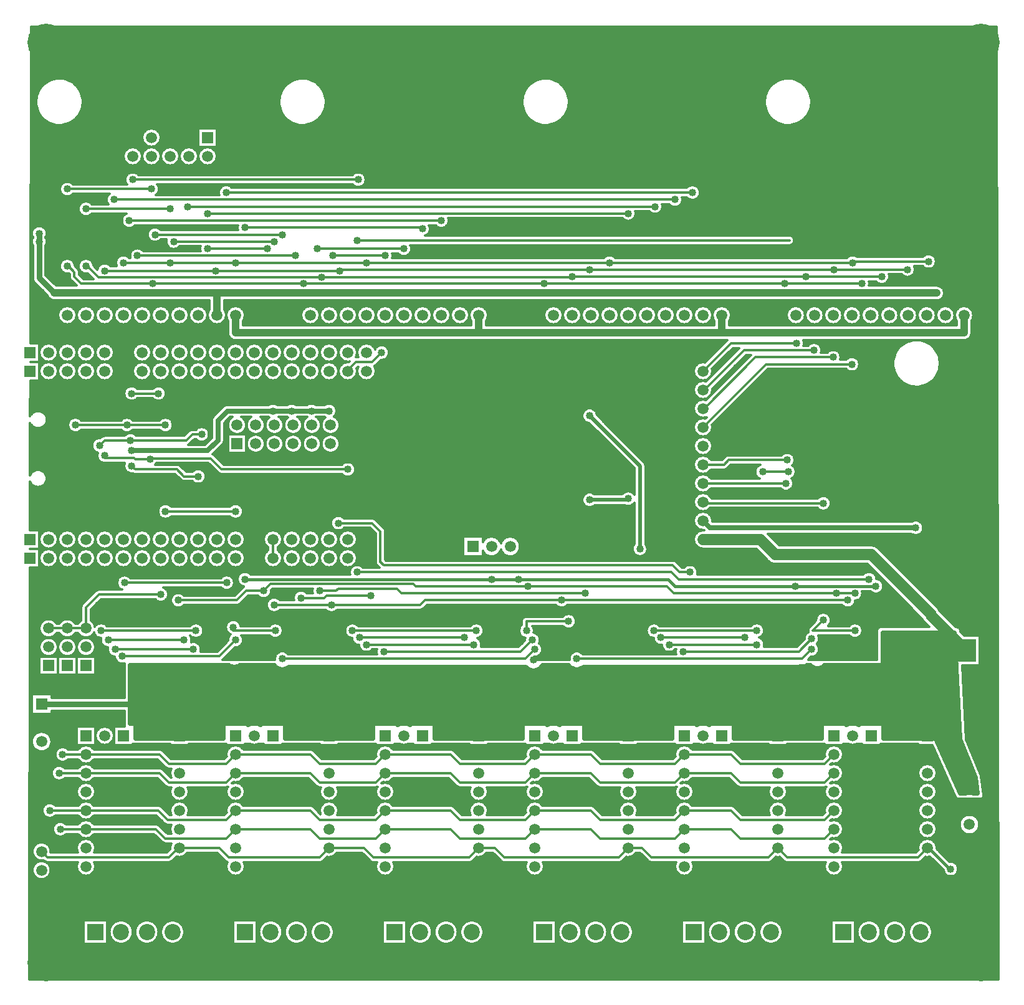
<source format=gbr>
G04 DipTrace 4.0.0.2*
G04 2 - Bottom.gbr*
%MOIN*%
G04 #@! TF.FileFunction,Copper,L2,Bot*
G04 #@! TF.Part,Single*
G04 #@! TA.AperFunction,Conductor*
%ADD15C,0.0256*%
G04 #@! TA.AperFunction,ViaPad*
%ADD16C,0.04*%
G04 #@! TA.AperFunction,Conductor*
%ADD18C,0.03*%
%ADD19C,0.015*%
G04 #@! TA.AperFunction,CopperBalancing*
%ADD20C,0.012*%
%ADD21C,0.025*%
G04 #@! TA.AperFunction,Conductor*
%ADD22C,0.02*%
%ADD23C,0.059055*%
%ADD27C,0.013*%
%ADD28C,0.061*%
G04 #@! TA.AperFunction,ComponentPad*
%ADD37R,0.059055X0.059055*%
%ADD38C,0.059055*%
%ADD42C,0.2*%
%ADD48R,0.086614X0.086614*%
%ADD49C,0.086614*%
%ADD50R,0.12X0.12*%
%ADD51C,0.12*%
%FSLAX26Y26*%
G04*
G70*
G90*
G75*
G01*
G04 Bottom*
%LPD*%
X987751Y3269000D2*
D15*
X1394000D1*
X1450249Y3325249D1*
Y3431499D1*
X1500251Y3481500D1*
X1744000D1*
X1844000D1*
X1950249D1*
X2043999D1*
X1444005Y3994000D2*
D16*
Y4112749D1*
X2806500D1*
X4087749D1*
X5294000D1*
X5181500Y2856500D2*
D15*
X4081508D1*
X4044000Y2894008D1*
X494000Y4431500D2*
D18*
Y4194000D1*
X575251Y4112749D1*
D16*
X1444005D1*
D18*
Y3994000D1*
X3706500Y2743999D2*
D22*
Y3187749D1*
X3437749Y3456500D1*
X862749Y2256500D2*
D20*
X1269000D1*
X825249Y2306500D2*
X1331500D1*
X844000Y3243114D2*
Y3230614D1*
X1001135D1*
X1006500Y3225249D1*
X1087749D1*
Y3228646D1*
X1409354D1*
X1469000Y3169000D1*
X2144000D1*
X2344005Y4312749D2*
X2062751D1*
X1019000D2*
X1862749D1*
X1744000Y2694000D2*
Y2794000D1*
X987751Y3187749D2*
X1006500Y3169000D1*
X1231500D1*
X1269000Y3131500D1*
X1344000D1*
X981500Y3325249D2*
X1281500D1*
X1312751Y3356500D1*
X1362751D1*
X815875Y3297125D2*
X844000Y3325249D1*
X981500D1*
X1194000Y4275249D2*
X1544000D1*
X2244000D1*
X3544000D1*
X4844000D1*
Y4281500D1*
X5250249D1*
X1194000Y4275249D2*
X944005D1*
X4044000Y3394008D2*
X4381492Y3731500D1*
X4840406D1*
X2544005Y4456493D2*
X2537749Y4462749D1*
X1594000D1*
X962751Y3406500D2*
X1169000D1*
Y2944000D2*
X1544000D1*
X687749Y3406500D2*
X962751D1*
X1112749Y4425249D2*
X1794000D1*
X2206500Y2269000D2*
X2769000D1*
X1212749Y4387749D2*
X1750249D1*
X3644005Y4537749D2*
X1394000D1*
X3819000Y2269000D2*
X4269000D1*
X744000Y1244000D2*
X1119000D1*
X1169000Y1194000D1*
X1494000D1*
X1544000Y1244000D1*
X1944000D1*
X1994000Y1194000D1*
X2294000D1*
X2344000Y1244000D1*
X2694000D1*
X2744000Y1194000D1*
X3094000D1*
X3144000Y1244000D1*
X3444000D1*
X3494000Y1194000D1*
X3894000D1*
X3944000Y1244000D1*
X4194000D1*
X4244000Y1194000D1*
X4694000D1*
X4744000Y1244000D1*
X744000D2*
X606500D1*
X4044000Y3194008D2*
X4156508D1*
X4181500Y3219000D1*
X4494001D1*
X2194000Y2619000D2*
X3875249D1*
X3912749Y2581500D1*
X4931500D1*
X1750249Y2444000D2*
X2056500D1*
X3287749Y2469000D2*
X2556500D1*
X2531500Y2444000D1*
X2056500D1*
X4819000Y2469000D2*
X3287749D1*
X3100251Y2306500D2*
Y2356500D1*
X3325249D1*
X1531500Y2325249D2*
Y2306500D1*
X1756500D1*
X4687749Y2362749D2*
X4631500Y2306500D1*
X4856500D1*
X1244000Y1144000D2*
D27*
X1456500D1*
X1506500Y1094000D1*
X1994000D1*
X2044000Y1144000D1*
X2231500D1*
X2281500Y1094000D1*
X2794000D1*
X2844000Y1144000D1*
X2931500D1*
X2981500Y1094000D1*
X3594000D1*
X3644000Y1144000D1*
X3719000D1*
X3769000Y1094000D1*
X4394000D1*
X4444000Y1144000D1*
X4494000Y1094000D1*
X5194000D1*
X5244000Y1144000D1*
X1594000Y2581500D2*
D19*
X2912749D1*
X3056500D1*
X3856500D1*
X3894000Y2544000D1*
X4537751D1*
X4969000D1*
X5369000Y1031500D2*
X5362751D1*
X5250251Y1144000D1*
X5244000D1*
X506500Y1125249D2*
D20*
X537749Y1094000D1*
X1187751D1*
X1237751Y1144000D1*
X1244000D1*
X1144000Y2500249D2*
X812749D1*
X744000Y2431500D1*
Y2319000D1*
X644000D1*
X544000D1*
X3787749Y4575249D2*
X1287749D1*
X3781500Y2306500D2*
X4331500D1*
X4044000Y2994008D2*
Y2987749D1*
X4687749D1*
X4044000Y3094008D2*
X4487743D1*
X4362749Y3156500D2*
X4500251D1*
X844014Y4231500D2*
X1437471D1*
X2100249D1*
Y4237749D1*
X3437749D1*
X4744000D1*
X5137749D1*
X4044000Y3493999D2*
X4050249D1*
X4325251Y3769000D1*
X4740415D1*
X2644005Y4500249D2*
X975251D1*
X3894000Y4612921D2*
X894000D1*
X987749Y3575249D2*
X1132189D1*
X2169000Y2306500D2*
X2831500D1*
X744000Y4256500D2*
Y4262749D1*
X809364Y4197386D1*
X2004874D1*
X3344000D1*
Y4200249D1*
X4594000D1*
X5000249D1*
X4044000Y3593999D2*
X4050249D1*
X4262751Y3806500D1*
X4637749D1*
X1194000Y4562751D2*
X744000D1*
X937749Y2169000D2*
X1456500D1*
X1544000Y2256500D1*
X1794000Y2156500D2*
X3094000D1*
X3144000Y2206500D1*
X2194000Y4394000D2*
X4506500D1*
X994000Y4719000D2*
X2200249D1*
X2144000Y3694000D2*
Y3700251D1*
X2187749Y3744000D1*
X2275251D1*
X2325251Y3794000D1*
X2444005Y4350249D2*
X1981499D1*
X3369000Y2156500D2*
X4575251D1*
X4625251Y2206500D1*
X644014Y4256500D2*
X650251D1*
X681500Y4225251D1*
Y4200249D1*
X719000Y4162749D1*
X1101795D1*
X1906500D1*
X3194000D1*
X4481500D1*
X4044000Y3693999D2*
X4194001Y3844000D1*
X4544000D1*
X4481500Y4162749D2*
X4894000D1*
X1094000Y4669000D2*
X644014D1*
X1494000Y4650249D2*
X3987749D1*
X1694000Y2519000D2*
X1600251D1*
X1550251Y2469000D1*
X1237751D1*
X4756500Y2506500D2*
X3887751D1*
X3850251Y2544000D1*
X3106500D1*
X2506500D1*
X2494000Y2556500D1*
X1731500D1*
X1694000Y2519000D1*
X4856500Y2506500D2*
X4756500D1*
X2244000Y2231500D2*
X2819000D1*
X900249Y2206500D2*
X1319000D1*
X2337749Y2194000D2*
X3069000D1*
X3131500Y2256500D1*
X3937749Y2194000D2*
X4556501D1*
X4625251Y2262749D1*
X3862749Y2231500D2*
X4331500D1*
X1544005Y3994000D2*
D16*
Y3900249D1*
X2844000D1*
X4144000D1*
X5440406D1*
Y3994000D1*
X506500Y1912749D2*
D18*
X987749D1*
X994000Y1919000D1*
X2844000Y4000249D2*
D16*
Y3900249D1*
X4144000Y3994000D2*
Y3900249D1*
X4044000Y2794008D2*
D23*
X4104028D1*
D28*
X4350241D1*
X4431500Y2712749D1*
X4944000D1*
X5262749Y2394000D1*
Y2387751D1*
X5443999Y2206501D1*
Y2200249D1*
X744000Y1644000D2*
D20*
X1137749D1*
X1187749Y1594000D1*
X1494000D1*
X1544000Y1644000D1*
X1944000D1*
X1994000Y1594000D1*
X2294000D1*
X2344000Y1644000D1*
X2694000D1*
X2744000Y1594000D1*
X3094000D1*
X3144000Y1644000D1*
X3444000D1*
X3494000Y1594000D1*
X3894000D1*
X3944000Y1644000D1*
X4194000D1*
X4244000Y1594000D1*
X4694000D1*
X4744000Y1644000D1*
X619000D2*
X744000D1*
Y1344000D2*
X1131500D1*
X1181500Y1294000D1*
X1494000D1*
X1544000Y1344000D1*
X1944000D1*
X1994000Y1294000D1*
X2294000D1*
X2344000Y1344000D1*
X2694000D1*
X2744000Y1294000D1*
X3094000D1*
X3144000Y1344000D1*
X3444000D1*
X3494000Y1294000D1*
X3894000D1*
X3944000Y1344000D1*
X4194000D1*
X4244000Y1294000D1*
X4694000D1*
X4744000Y1344000D1*
X550249D2*
X744000D1*
Y1544000D2*
X1137749D1*
X1187749Y1494000D1*
X1494000D1*
X1544000Y1544000D1*
X1944000D1*
X1994000Y1494000D1*
X2294000D1*
X2344000Y1544000D1*
X2694000D1*
X2744000Y1494000D1*
X3094000D1*
X3144000Y1544000D1*
X3444000D1*
X3494000Y1494000D1*
X3894000D1*
X3944000Y1544000D1*
X4194000D1*
X4244000Y1494000D1*
X4694000D1*
X4744000Y1544000D1*
X600249D2*
X744000D1*
X2269000Y2494000D2*
X2031500D1*
X2019000Y2481500D1*
X1894000D1*
X1994000Y2519000D2*
X2081500D1*
X2094000Y2531500D1*
X2406499D1*
X2431499Y2506500D1*
X3412749D1*
X2094000Y2881500D2*
X2275251D1*
X2319000Y2837751D1*
Y2675249D1*
X2337749Y2656500D1*
X3881500D1*
X3919000Y2619000D1*
X3975251D1*
X1394000Y4350249D2*
X1712749D1*
X950249Y2562749D2*
X1496362D1*
X3437749Y3006499D2*
D22*
X3637749D1*
X3644000Y3012749D1*
D16*
X987751Y3269000D3*
X1744000Y3481500D3*
X5294000Y4112749D3*
X4087749D3*
X2806500D3*
X5181500Y2856500D3*
X862749Y2256500D3*
X1269000D3*
X825249Y2306500D3*
X1331500D3*
X844000Y3243114D3*
X2144000Y3169000D3*
X1087749Y3225249D3*
X2344005Y4312749D3*
X2062751D3*
X1019000D3*
X1862749D3*
X987751Y3187749D3*
X1344000Y3131500D3*
X981500Y3325249D3*
X1362751Y3356500D3*
X815875Y3297125D3*
X981500Y3325249D3*
X1194000Y4275249D3*
X5250249Y4281500D3*
X2244000Y4275249D3*
X944005D3*
X1194000D3*
X4840406Y3731500D3*
X4844000Y4275249D3*
X3544000D3*
X1544000D3*
X2544005Y4456493D3*
X1594000Y4462749D3*
X962751Y3406500D3*
X1169000D3*
Y2944000D3*
X1544000D3*
X687749Y3406500D3*
X962751D3*
X1112749Y4425249D3*
X1794000D3*
X2206500Y2269000D3*
X2769000D3*
X1212749Y4387749D3*
X1750249D3*
X3644005Y4537749D3*
X1394000D3*
X3819000Y2269000D3*
X4269000D3*
X606500Y1244000D3*
X4494001Y3219000D3*
X2194000Y2619000D3*
X4931500Y2581500D3*
X1750249Y2444000D3*
X2056500D3*
X3287749Y2469000D3*
X4819000D3*
X3287749D3*
X3100251Y2306500D3*
X3325249Y2356500D3*
X1531500Y2325249D3*
X1756500Y2306500D3*
X4687749Y2362749D3*
X4856500Y2306500D3*
X1594000Y2581500D3*
X2912749D3*
X3056500D3*
X4537751Y2544000D3*
X4969000D3*
X5369000Y1031500D3*
X3787749Y4575249D3*
X1287749D3*
X3781500Y2306500D3*
X4331500D3*
X4687749Y2987749D3*
X4487743Y3094008D3*
X4362749Y3156500D3*
X4500251D3*
X844014Y4231500D3*
X5137749Y4237749D3*
X4740415Y3769000D3*
X2100249Y4231500D3*
X4744000Y4237749D3*
X3437749D3*
X1437471Y4231500D3*
X2644005Y4500249D3*
X975251D3*
X3894000Y4612921D3*
X894000D3*
X987749Y3575249D3*
X1132189D3*
X2169000Y2306500D3*
X2831500D3*
X744000Y4256500D3*
X5000249Y4200249D3*
X2004874Y4197386D3*
X4637749Y3806500D3*
X4594000Y4200249D3*
X3344000D3*
X1194000Y4562751D3*
X744000D3*
X937749Y2169000D3*
X1544000Y2256500D3*
X1794000Y2156500D3*
X3144000Y2206500D3*
X2194000Y4394000D3*
X994000Y4719000D3*
X2200249D3*
X2325251Y3794000D3*
X2444005Y4350249D3*
X1981499D3*
X3369000Y2156500D3*
X4625251Y2206500D3*
X644014Y4256500D3*
X4481500Y4162749D3*
X4544000Y3844000D3*
X3194000Y4162749D3*
X1101795D3*
X1906500D3*
X4894000D3*
X1094000Y4669000D3*
X644014D3*
X1494000Y4650249D3*
X3987749D3*
X1694000Y2519000D3*
X1237751Y2469000D3*
X4756500Y2506500D3*
X1694000Y2519000D3*
X3106500Y2544000D3*
X4856500Y2506500D3*
X4756500D3*
X2244000Y2231500D3*
X2819000D3*
X900249Y2206500D3*
X1319000D3*
X2337749Y2194000D3*
X3131500Y2256500D3*
X3937749Y2194000D3*
X4625251Y2262749D3*
X3862749Y2231500D3*
X4331500D3*
X619000Y1644000D3*
X550249Y1344000D3*
X600249Y1544000D3*
X2269000Y2494000D3*
X1894000Y2481500D3*
X1994000Y2519000D3*
X3412749Y2506500D3*
X2094000Y2881500D3*
X3975251Y2619000D3*
X1394000Y4350249D3*
X1712749D3*
X950249Y2562749D3*
X1496362D3*
X494000Y4387751D3*
Y4431500D3*
X1844000Y3481500D3*
X1950249D3*
X2043999D3*
X994000Y1919000D3*
Y1975249D3*
Y1856500D3*
X1094000Y1975249D3*
Y1919000D3*
Y1862751D3*
X1844000Y1919000D3*
Y1975249D3*
Y1862751D3*
X1944000Y1975249D3*
Y1919000D3*
Y1862751D3*
X2594000Y1919000D3*
Y1975249D3*
Y1862751D3*
X2694000Y1975249D3*
Y1919000D3*
Y1862751D3*
X3444000Y1919000D3*
Y1975249D3*
X1044000Y2387751D3*
X1000249D3*
X1087749D3*
X1850251D3*
X1894000D3*
X1937749D3*
X2600249D3*
X2644000D3*
X2687749D3*
X3450251D3*
X3494000D3*
X3537751D3*
X3444000Y1862751D3*
X3544000Y1975249D3*
Y1919000D3*
Y1862751D3*
X4144000Y1919000D3*
Y1975249D3*
Y1862751D3*
X4244000Y1975249D3*
Y1919000D3*
Y1862751D3*
X4975249Y1912751D3*
Y1969000D3*
X4150251Y2387751D3*
X4194000D3*
X4237749D3*
X4981500Y2381500D3*
X5025251D3*
X5069000D3*
X4975249Y1856501D3*
X5075251Y1969000D3*
Y1912751D3*
Y1856501D3*
X4506500Y2919000D3*
X4850249Y3125249D3*
X4587749Y3356500D3*
X2900249Y3337751D3*
X2943999D3*
X2900249Y3275251D3*
X2943999D3*
X2917341Y3045657D3*
X537749Y3531500D3*
X819000D3*
X856500Y3000249D3*
X1606500Y2419000D3*
X4656500Y2162749D3*
X4619000Y2419000D3*
X1537749Y2169000D3*
X3137749Y2150249D3*
X3131500Y2419000D3*
X2237749Y3419000D3*
X831500Y3356500D3*
X5562749Y1937751D3*
X5519001D3*
X5562749Y1894000D3*
Y1850251D3*
X5519001Y1806500D3*
Y1762751D3*
Y1894000D3*
Y1850251D3*
X5562749Y1806500D3*
Y1762751D3*
X3106500Y2694000D3*
X1144000Y2500249D3*
X2875251Y3512749D3*
X2437749Y3675249D3*
X3706500Y2743999D3*
X3437749Y3456500D3*
Y3006499D3*
X3644000Y3012749D3*
X3475249Y2850248D3*
X3512749D3*
X3475249Y2818999D3*
X3512749D3*
X3475249Y2881500D3*
X3512749D3*
X3475249Y2787748D3*
X3512749D3*
X5009004Y2269131D2*
D21*
X5387211D1*
X5009004Y2244262D2*
X5388538D1*
X5009004Y2219394D2*
X5389866D1*
X5009004Y2194525D2*
X5391194D1*
X5009004Y2169656D2*
X5392522D1*
X5009004Y2144787D2*
X5393849D1*
X5009004Y2119919D2*
X5395142D1*
X984018Y2095050D2*
X3115886D1*
X3159605D2*
X5396469D1*
X984018Y2070181D2*
X5397797D1*
X984018Y2045312D2*
X5399125D1*
X984018Y2020444D2*
X5400451D1*
X984018Y1995575D2*
X5401780D1*
X984018Y1970706D2*
X5403108D1*
X984018Y1945837D2*
X5404399D1*
X984018Y1920969D2*
X5405727D1*
X984018Y1896100D2*
X5407055D1*
X984018Y1871231D2*
X5408382D1*
X984018Y1846362D2*
X5409710D1*
X984018Y1821493D2*
X5411038D1*
X1014520Y1796625D2*
X1473466D1*
X1814521D2*
X2273469D1*
X2614524D2*
X3073470D1*
X3414526D2*
X3873472D1*
X4214528D2*
X4673474D1*
X5014530D2*
X5412366D1*
X1014520Y1771756D2*
X1473466D1*
X1814521D2*
X2273469D1*
X2614524D2*
X3073470D1*
X3414526D2*
X3873472D1*
X4214528D2*
X4673474D1*
X5014530D2*
X5413693D1*
X1014520Y1746887D2*
X1473466D1*
X1814521D2*
X2273469D1*
X2614524D2*
X3073470D1*
X3414526D2*
X3873472D1*
X4214528D2*
X4673474D1*
X5014530D2*
X5414986D1*
X5296328Y1722018D2*
X5416312D1*
X5307453Y1697150D2*
X5424602D1*
X5318576Y1672281D2*
X5435045D1*
X5329664Y1647412D2*
X5445451D1*
X5340789Y1622543D2*
X5455894D1*
X5351913Y1597675D2*
X5466336D1*
X5363001Y1572806D2*
X5476741D1*
X5374125Y1547937D2*
X5487184D1*
X5385249Y1523068D2*
X5497626D1*
X5396337Y1498199D2*
X5501035D1*
X5407462Y1473331D2*
X5504157D1*
X5418585Y1448462D2*
X5507243D1*
X5447845Y1437748D2*
X5457743Y1440079D1*
X5469000Y1440965D1*
X5480257Y1440079D1*
X5490155Y1437748D1*
X5511081Y1437749D1*
X5500556Y1522012D1*
X5419358Y1716029D1*
X5418529Y1727516D1*
X5388396Y2294008D1*
X5006517Y2294000D1*
X5006346Y2129545D1*
X5005549Y2126717D1*
X5004113Y2124152D1*
X5002118Y2121995D1*
X4999675Y2120362D1*
X4996919Y2119345D1*
X4993996Y2119000D1*
X4695333D1*
X4690886Y2115421D1*
X4683059Y2110626D1*
X4674577Y2107113D1*
X4665651Y2104970D1*
X4656500Y2104249D1*
X4647349Y2104970D1*
X4638423Y2107113D1*
X4629941Y2110626D1*
X4622114Y2115421D1*
X4617703Y2119009D1*
X4599235Y2119000D1*
X4592280Y2115387D1*
X4585639Y2113230D1*
X4578741Y2112136D1*
X4538554Y2112000D1*
X3406945D1*
X3399566Y2106621D1*
X3391387Y2102453D1*
X3382656Y2099617D1*
X3373589Y2098180D1*
X3364411D1*
X3355344Y2099617D1*
X3346613Y2102453D1*
X3338434Y2106621D1*
X3331008Y2112016D1*
X3324516Y2118508D1*
X3324127Y2119000D1*
X3187192D1*
X3182234Y2112257D1*
X3175741Y2105765D1*
X3168315Y2100370D1*
X3160136Y2096202D1*
X3151406Y2093366D1*
X3142339Y2091929D1*
X3133160D1*
X3124093Y2093366D1*
X3115362Y2096202D1*
X3107184Y2100370D1*
X3099757Y2105765D1*
X3093497Y2112007D1*
X1831949Y2112000D1*
X1824566Y2106621D1*
X1816387Y2102453D1*
X1807656Y2099617D1*
X1798589Y2098180D1*
X1789411D1*
X1780344Y2099617D1*
X1771613Y2102453D1*
X1763434Y2106621D1*
X1756008Y2112016D1*
X1749516Y2118508D1*
X1749127Y2119000D1*
X1568097D1*
X1560136Y2114953D1*
X1551406Y2112117D1*
X1542339Y2110680D1*
X1533160D1*
X1524093Y2112117D1*
X1515362Y2114953D1*
X1507387Y2119007D1*
X981535Y2119000D1*
X981500Y1812026D1*
X1012028Y1812028D1*
Y1731467D1*
X1475997Y1731500D1*
X1475972Y1812028D1*
X1612028D1*
Y1804025D1*
X1617967Y1806849D1*
X1628119Y1810148D1*
X1638663Y1811818D1*
X1649337D1*
X1659881Y1810148D1*
X1670033Y1806849D1*
X1675958Y1804012D1*
X1675972Y1812028D1*
X1812028D1*
Y1731467D1*
X2275999Y1731500D1*
X2275972Y1812028D1*
X2412028D1*
Y1804025D1*
X2417967Y1806849D1*
X2428119Y1810148D1*
X2438663Y1811818D1*
X2449337D1*
X2459881Y1810148D1*
X2470033Y1806849D1*
X2475958Y1804012D1*
X2475972Y1812028D1*
X2612028D1*
Y1731467D1*
X3076001Y1731500D1*
X3075972Y1812028D1*
X3212028D1*
Y1804025D1*
X3217967Y1806849D1*
X3228119Y1810148D1*
X3238663Y1811818D1*
X3249337D1*
X3259881Y1810148D1*
X3270033Y1806849D1*
X3275958Y1804012D1*
X3275972Y1812028D1*
X3412028D1*
Y1731467D1*
X3876003Y1731500D1*
X3875972Y1812028D1*
X4012028D1*
Y1804025D1*
X4017967Y1806849D1*
X4028119Y1810148D1*
X4038663Y1811818D1*
X4049337D1*
X4059881Y1810148D1*
X4070033Y1806849D1*
X4075958Y1804012D1*
X4075972Y1812028D1*
X4212028D1*
Y1731467D1*
X4676005Y1731500D1*
X4675972Y1812028D1*
X4812028D1*
Y1804025D1*
X4817967Y1806849D1*
X4828119Y1810148D1*
X4838663Y1811818D1*
X4849337D1*
X4859881Y1810148D1*
X4870033Y1806849D1*
X4875958Y1804012D1*
X4875972Y1812028D1*
X5012028D1*
Y1731467D1*
X5282480Y1731462D1*
X5285362Y1730888D1*
X5288031Y1729657D1*
X5290339Y1727839D1*
X5292157Y1725531D1*
X5315295Y1674004D1*
X5420854Y1437752D1*
X5447710Y1437749D1*
X451152Y5526131D2*
D20*
X5611846D1*
X451129Y5514262D2*
X5611869D1*
X451105Y5502394D2*
X5611892D1*
X451081Y5490525D2*
X5611916D1*
X451058Y5478656D2*
X5611940D1*
X451035Y5466787D2*
X5611963D1*
X451012Y5454919D2*
X5611987D1*
X450988Y5443050D2*
X5612010D1*
X450965Y5431181D2*
X5612056D1*
X450941Y5419312D2*
X5612080D1*
X450917Y5407444D2*
X5612104D1*
X450894Y5395575D2*
X5612127D1*
X450871Y5383706D2*
X5612151D1*
X450848Y5371837D2*
X5612175D1*
X450824Y5359969D2*
X5612197D1*
X450801Y5348100D2*
X5612220D1*
X450777Y5336231D2*
X5612268D1*
X450753Y5324362D2*
X5612291D1*
X450707Y5312493D2*
X5612315D1*
X450684Y5300625D2*
X5612339D1*
X450660Y5288756D2*
X5612361D1*
X450636Y5276887D2*
X5612385D1*
X450613Y5265018D2*
X5612408D1*
X450589Y5253150D2*
X559260D1*
X644488D2*
X1859268D1*
X1944472D2*
X3159276D1*
X3244480D2*
X4455675D1*
X4540879D2*
X5612432D1*
X450566Y5241281D2*
X534627D1*
X669121D2*
X1834635D1*
X1969105D2*
X3134643D1*
X3269113D2*
X4431041D1*
X4565512D2*
X5612455D1*
X450543Y5229412D2*
X518667D1*
X685081D2*
X1818675D1*
X1985089D2*
X3118659D1*
X3285073D2*
X4415056D1*
X4581472D2*
X5612503D1*
X450520Y5217543D2*
X506831D1*
X696917D2*
X1806815D1*
X1996925D2*
X3106823D1*
X3296933D2*
X4403220D1*
X4593332D2*
X5612525D1*
X450496Y5205675D2*
X497667D1*
X706081D2*
X1797675D1*
X2006066D2*
X3097682D1*
X3306073D2*
X4394080D1*
X4602472D2*
X5612549D1*
X450472Y5193806D2*
X490541D1*
X713207D2*
X1790549D1*
X2013215D2*
X3090533D1*
X3313199D2*
X4386955D1*
X4609597D2*
X5612572D1*
X450449Y5181937D2*
X485056D1*
X718692D2*
X1785064D1*
X2018676D2*
X3085072D1*
X3318684D2*
X4381471D1*
X4615081D2*
X5612596D1*
X450425Y5170068D2*
X481003D1*
X722745D2*
X1781010D1*
X2022753D2*
X3080995D1*
X3322738D2*
X4377392D1*
X4619160D2*
X5612619D1*
X450402Y5158199D2*
X478213D1*
X725535D2*
X1778220D1*
X2025543D2*
X3078205D1*
X3325528D2*
X4374604D1*
X4621925D2*
X5612643D1*
X450379Y5146331D2*
X476619D1*
X727129D2*
X1776627D1*
X2027136D2*
X3076612D1*
X3327121D2*
X4373033D1*
X4623520D2*
X5612667D1*
X450356Y5134462D2*
X476175D1*
X727573D2*
X1776182D1*
X2027581D2*
X3076167D1*
X3327566D2*
X4372588D1*
X4623965D2*
X5612689D1*
X450332Y5122593D2*
X476853D1*
X726894D2*
X1776861D1*
X2026879D2*
X3076869D1*
X3326887D2*
X4373268D1*
X4623285D2*
X5612736D1*
X450308Y5110724D2*
X478705D1*
X725043D2*
X1778713D1*
X2025051D2*
X3078697D1*
X3325035D2*
X4375119D1*
X4621433D2*
X5612760D1*
X450285Y5098856D2*
X481752D1*
X721996D2*
X1781760D1*
X2021980D2*
X3081768D1*
X3321988D2*
X4378167D1*
X4618387D2*
X5612783D1*
X450238Y5086987D2*
X486112D1*
X717636D2*
X1786119D1*
X2017644D2*
X3086104D1*
X3317629D2*
X4382503D1*
X4614051D2*
X5612807D1*
X450215Y5075118D2*
X491924D1*
X711824D2*
X1791932D1*
X2011832D2*
X3091916D1*
X3311816D2*
X4388315D1*
X4608238D2*
X5612831D1*
X450192Y5063249D2*
X499448D1*
X704301D2*
X1799455D1*
X2004308D2*
X3099440D1*
X3304293D2*
X4395839D1*
X4600715D2*
X5612853D1*
X450168Y5051381D2*
X509104D1*
X694644D2*
X1809088D1*
X1994652D2*
X3109096D1*
X3294660D2*
X4405495D1*
X4591058D2*
X5612877D1*
X450144Y5039512D2*
X521667D1*
X682081D2*
X1821675D1*
X1982089D2*
X3121659D1*
X3282097D2*
X4418056D1*
X4578496D2*
X5612900D1*
X450121Y5027643D2*
X538892D1*
X664856D2*
X1838877D1*
X1964864D2*
X3138885D1*
X3264871D2*
X4435283D1*
X4561269D2*
X5612924D1*
X450097Y5015774D2*
X567346D1*
X636402D2*
X1867331D1*
X1936409D2*
X3167339D1*
X3236417D2*
X4463736D1*
X4532816D2*
X5612971D1*
X450073Y5003906D2*
X5612995D1*
X450051Y4992037D2*
X1083088D1*
X1104917D2*
X1343783D1*
X1444199D2*
X5613018D1*
X450028Y4980168D2*
X1059720D1*
X1128261D2*
X1343783D1*
X1444199D2*
X5613041D1*
X450004Y4968299D2*
X1050252D1*
X1137753D2*
X1343783D1*
X1444199D2*
X5613064D1*
X449980Y4956430D2*
X1045400D1*
X1142605D2*
X1343783D1*
X1444199D2*
X5613088D1*
X449957Y4944562D2*
X1043807D1*
X1144199D2*
X1343783D1*
X1444199D2*
X5613112D1*
X449933Y4932693D2*
X1045119D1*
X1142887D2*
X1343783D1*
X1444199D2*
X5613135D1*
X449909Y4920824D2*
X1049619D1*
X1138387D2*
X1343783D1*
X1444199D2*
X5613159D1*
X449887Y4908955D2*
X1058549D1*
X1129457D2*
X1343783D1*
X1444199D2*
X5613205D1*
X449864Y4897087D2*
X1078635D1*
X1109371D2*
X1343783D1*
X1444199D2*
X5613228D1*
X449840Y4885218D2*
X966299D1*
X1021715D2*
X1066283D1*
X1121722D2*
X1166291D1*
X1221707D2*
X1266299D1*
X1321715D2*
X1366283D1*
X1421722D2*
X5613252D1*
X449816Y4873349D2*
X953549D1*
X1034441D2*
X1053556D1*
X1134449D2*
X1153541D1*
X1234457D2*
X1253549D1*
X1334441D2*
X1353556D1*
X1434449D2*
X5613276D1*
X449769Y4861480D2*
X947010D1*
X1040980D2*
X1047024D1*
X1140988D2*
X1147025D1*
X1240972D2*
X1247026D1*
X1340980D2*
X1347024D1*
X1440988D2*
X5613299D1*
X449745Y4849612D2*
X944104D1*
X1443894D2*
X5613323D1*
X449722Y4837743D2*
X944197D1*
X1443801D2*
X5613346D1*
X449699Y4825874D2*
X947268D1*
X1040722D2*
X1047278D1*
X1140730D2*
X1147260D1*
X1240738D2*
X1247268D1*
X1340722D2*
X1347278D1*
X1440730D2*
X5613369D1*
X449676Y4814005D2*
X954041D1*
X1033949D2*
X1054049D1*
X1133957D2*
X1154033D1*
X1233965D2*
X1254041D1*
X1333949D2*
X1354049D1*
X1433957D2*
X5613392D1*
X449652Y4802136D2*
X967331D1*
X1020684D2*
X1067315D1*
X1120668D2*
X1167323D1*
X1220676D2*
X1267331D1*
X1320684D2*
X1367315D1*
X1420668D2*
X5613440D1*
X449629Y4790268D2*
X5613463D1*
X449605Y4778399D2*
X5613487D1*
X449581Y4766530D2*
X5613510D1*
X449558Y4754661D2*
X975861D1*
X1012129D2*
X2182119D1*
X2218387D2*
X5613533D1*
X449535Y4742793D2*
X961283D1*
X2232965D2*
X5613556D1*
X449512Y4730924D2*
X955167D1*
X2239081D2*
X5613580D1*
X449488Y4719055D2*
X953315D1*
X2240933D2*
X5613604D1*
X449465Y4707186D2*
X632783D1*
X655245D2*
X955119D1*
X2239129D2*
X5613627D1*
X449441Y4695318D2*
X613377D1*
X674652D2*
X961213D1*
X2233035D2*
X5613675D1*
X449417Y4683449D2*
X606064D1*
X1131941D2*
X1471424D1*
X1516573D2*
X2181885D1*
X2218621D2*
X3965175D1*
X4010324D2*
X5613697D1*
X449394Y4671580D2*
X603416D1*
X1134589D2*
X1459588D1*
X4022160D2*
X5613720D1*
X449371Y4659711D2*
X604448D1*
X1133581D2*
X1454479D1*
X4027269D2*
X5613744D1*
X449348Y4647843D2*
X609487D1*
X1128543D2*
X1453400D1*
X4028348D2*
X5613768D1*
X449301Y4635974D2*
X621182D1*
X666848D2*
X860760D1*
X4025769D2*
X5613791D1*
X449277Y4624105D2*
X854948D1*
X3933073D2*
X3956971D1*
X4018528D2*
X5613815D1*
X449253Y4612236D2*
X853331D1*
X3934668D2*
X3975885D1*
X3999613D2*
X5613839D1*
X449230Y4600367D2*
X730823D1*
X757176D2*
X855369D1*
X3932629D2*
X5613861D1*
X449207Y4588499D2*
X712869D1*
X775129D2*
X861791D1*
X3926230D2*
X5613908D1*
X449184Y4576630D2*
X705839D1*
X3828402D2*
X3877260D1*
X3910738D2*
X5613932D1*
X449160Y4564761D2*
X703377D1*
X3827020D2*
X5613955D1*
X449136Y4552892D2*
X704572D1*
X3821488D2*
X5613979D1*
X449113Y4541024D2*
X709846D1*
X3684543D2*
X3766869D1*
X3808621D2*
X5614003D1*
X449089Y4529155D2*
X722056D1*
X765941D2*
X947151D1*
X3683745D2*
X5614025D1*
X449066Y4517286D2*
X938432D1*
X3678965D2*
X5614049D1*
X449043Y4505417D2*
X934916D1*
X2684348D2*
X3620151D1*
X3667856D2*
X5614072D1*
X449020Y4493549D2*
X935151D1*
X2684113D2*
X5614096D1*
X448996Y4481680D2*
X939205D1*
X2680035D2*
X5614143D1*
X448972Y4469811D2*
X483276D1*
X504730D2*
X948908D1*
X1001605D2*
X1553948D1*
X2582371D2*
X2617659D1*
X2670356D2*
X5614167D1*
X448949Y4457942D2*
X463495D1*
X524512D2*
X1089416D1*
X1136089D2*
X1553619D1*
X2584668D2*
X5614189D1*
X448925Y4446073D2*
X456114D1*
X531894D2*
X1078003D1*
X2583285D2*
X5614213D1*
X534589Y4434205D2*
X1073104D1*
X2577801D2*
X5614236D1*
X533605Y4422336D2*
X1072167D1*
X2565004D2*
X5614260D1*
X448832Y4410467D2*
X458315D1*
X529692D2*
X1074932D1*
X4527144D2*
X5614283D1*
X448808Y4398598D2*
X454854D1*
X533160D2*
X1082432D1*
X1143073D2*
X1173580D1*
X4532769D2*
X5614307D1*
X534660Y4386730D2*
X1102892D1*
X1122613D2*
X1172080D1*
X4532113D2*
X5614331D1*
X448761Y4374861D2*
X455500D1*
X532528D2*
X1174236D1*
X4524520D2*
X5614377D1*
X448738Y4362992D2*
X458315D1*
X529692D2*
X1180799D1*
X2482573D2*
X5614400D1*
X448715Y4351123D2*
X458315D1*
X529692D2*
X1008510D1*
X1029472D2*
X1196807D1*
X1228692D2*
X1353323D1*
X2484684D2*
X5614424D1*
X448692Y4339255D2*
X458315D1*
X529692D2*
X988541D1*
X1049465D2*
X1354892D1*
X2483113D2*
X5614448D1*
X448668Y4327386D2*
X458315D1*
X529692D2*
X981135D1*
X2477394D2*
X5614471D1*
X448644Y4315517D2*
X458315D1*
X529692D2*
X978416D1*
X2384581D2*
X2424041D1*
X2463965D2*
X5229018D1*
X5271496D2*
X5614495D1*
X448621Y4303648D2*
X458315D1*
X529692D2*
X915369D1*
X972636D2*
X979377D1*
X2383621D2*
X3515385D1*
X3572629D2*
X4815369D1*
X5284129D2*
X5614518D1*
X448597Y4291780D2*
X458315D1*
X529692D2*
X625096D1*
X662933D2*
X725080D1*
X762917D2*
X906955D1*
X5289566D2*
X5614541D1*
X448573Y4279911D2*
X458315D1*
X529692D2*
X611033D1*
X676996D2*
X711018D1*
X776980D2*
X903604D1*
X5290902D2*
X5614564D1*
X448551Y4268042D2*
X458315D1*
X529692D2*
X605056D1*
X682972D2*
X705041D1*
X782957D2*
X827877D1*
X860160D2*
X903979D1*
X5288558D2*
X5614612D1*
X448528Y4256173D2*
X458315D1*
X529692D2*
X603346D1*
X687801D2*
X703331D1*
X787808D2*
X811987D1*
X5281738D2*
X5614635D1*
X448504Y4244304D2*
X458315D1*
X529692D2*
X605268D1*
X5177887D2*
X5235815D1*
X5264676D2*
X5614659D1*
X448480Y4232436D2*
X458315D1*
X529692D2*
X611525D1*
X5178073D2*
X5614682D1*
X448457Y4220567D2*
X458315D1*
X529692D2*
X626455D1*
X708192D2*
X726440D1*
X5174488D2*
X5614705D1*
X448433Y4208698D2*
X458315D1*
X529692D2*
X654815D1*
X710277D2*
X760823D1*
X5040004D2*
X5109815D1*
X5165676D2*
X5614728D1*
X448387Y4196829D2*
X458315D1*
X541129D2*
X655049D1*
X722160D2*
X772682D1*
X5040777D2*
X5614752D1*
X448364Y4184961D2*
X459533D1*
X553012D2*
X659924D1*
X5037848D2*
X5614776D1*
X448340Y4173092D2*
X465392D1*
X564871D2*
X671432D1*
X4933293D2*
X4970385D1*
X5030113D2*
X5614799D1*
X448316Y4161223D2*
X476807D1*
X576730D2*
X683291D1*
X4934652D2*
X4993072D1*
X5007425D2*
X5614846D1*
X448293Y4149354D2*
X488689D1*
X5309980D2*
X5614869D1*
X448269Y4137486D2*
X500549D1*
X5325965D2*
X5614892D1*
X448245Y4125617D2*
X512432D1*
X5332528D2*
X5614916D1*
X448222Y4113748D2*
X524291D1*
X5334660D2*
X5614940D1*
X448199Y4101879D2*
X536104D1*
X5333160D2*
X5614963D1*
X448176Y4090010D2*
X541776D1*
X5327465D2*
X5614987D1*
X448152Y4078142D2*
X555041D1*
X5314199D2*
X5615010D1*
X448129Y4066273D2*
X1403315D1*
X1484676D2*
X5615033D1*
X448105Y4054404D2*
X1403315D1*
X1484676D2*
X5615080D1*
X448081Y4042535D2*
X636018D1*
X652012D2*
X736025D1*
X751996D2*
X836033D1*
X852004D2*
X936018D1*
X951988D2*
X1036025D1*
X1051996D2*
X1136010D1*
X1151980D2*
X1236018D1*
X1251988D2*
X1336025D1*
X1351996D2*
X1403315D1*
X1484676D2*
X1536018D1*
X1551988D2*
X1936025D1*
X1951996D2*
X2036033D1*
X2052004D2*
X2136018D1*
X2152012D2*
X2236025D1*
X2251996D2*
X2336010D1*
X2351980D2*
X2436018D1*
X2451988D2*
X2536025D1*
X2551996D2*
X2636010D1*
X2651980D2*
X2736018D1*
X2751988D2*
X2836025D1*
X2851996D2*
X3236033D1*
X3252004D2*
X3336018D1*
X3352012D2*
X3436025D1*
X3451996D2*
X3536010D1*
X3551980D2*
X3636018D1*
X3651988D2*
X3736025D1*
X3751996D2*
X3836010D1*
X3851980D2*
X3936018D1*
X3951988D2*
X4036025D1*
X4051996D2*
X4136010D1*
X4151980D2*
X4532432D1*
X4548402D2*
X4632440D1*
X4648409D2*
X4732424D1*
X4748394D2*
X4832408D1*
X4848402D2*
X4932416D1*
X4948387D2*
X5032424D1*
X5048394D2*
X5132408D1*
X5148402D2*
X5232416D1*
X5248387D2*
X5332424D1*
X5348394D2*
X5432408D1*
X5448402D2*
X5615104D1*
X448058Y4030667D2*
X610307D1*
X677722D2*
X710291D1*
X777730D2*
X810299D1*
X877738D2*
X910283D1*
X977722D2*
X1010291D1*
X1077730D2*
X1110299D1*
X1177715D2*
X1210283D1*
X1277722D2*
X1310291D1*
X1377730D2*
X1403315D1*
X1484676D2*
X1510283D1*
X1577722D2*
X1910291D1*
X1977730D2*
X2010299D1*
X2077738D2*
X2110307D1*
X2177722D2*
X2210291D1*
X2277730D2*
X2310299D1*
X2377715D2*
X2410283D1*
X2477722D2*
X2510291D1*
X2577730D2*
X2610299D1*
X2677715D2*
X2710283D1*
X2777722D2*
X2810291D1*
X2877730D2*
X3210299D1*
X3277738D2*
X3310307D1*
X3377722D2*
X3410291D1*
X3477730D2*
X3510299D1*
X3577715D2*
X3610283D1*
X3677722D2*
X3710291D1*
X3777730D2*
X3810299D1*
X3877715D2*
X3910283D1*
X3977722D2*
X4010291D1*
X4077730D2*
X4110299D1*
X4177715D2*
X4506697D1*
X4574136D2*
X4606705D1*
X4674121D2*
X4706689D1*
X4774129D2*
X4806697D1*
X4874113D2*
X4906682D1*
X4974121D2*
X5006689D1*
X5074129D2*
X5106697D1*
X5174113D2*
X5206682D1*
X5274121D2*
X5306689D1*
X5374129D2*
X5406697D1*
X5474113D2*
X5615127D1*
X448035Y4018798D2*
X600533D1*
X687496D2*
X700541D1*
X787480D2*
X800549D1*
X887488D2*
X900533D1*
X987472D2*
X1000541D1*
X1087480D2*
X1100525D1*
X1187465D2*
X1200533D1*
X1287472D2*
X1300541D1*
X1387480D2*
X1400525D1*
X1487465D2*
X1500533D1*
X1587472D2*
X1900541D1*
X1987480D2*
X2000549D1*
X2087488D2*
X2100533D1*
X2187496D2*
X2200541D1*
X2287480D2*
X2300525D1*
X2387465D2*
X2400533D1*
X2487472D2*
X2500541D1*
X2587480D2*
X2600525D1*
X2687465D2*
X2700533D1*
X2787472D2*
X2800541D1*
X2887480D2*
X3200549D1*
X3287488D2*
X3300533D1*
X3387496D2*
X3400541D1*
X3487480D2*
X3500525D1*
X3587465D2*
X3600533D1*
X3687472D2*
X3700541D1*
X3787480D2*
X3800525D1*
X3887465D2*
X3900533D1*
X3987472D2*
X4000541D1*
X4087480D2*
X4100525D1*
X4187465D2*
X4496948D1*
X4583887D2*
X4596955D1*
X4683894D2*
X4696940D1*
X4783879D2*
X4796924D1*
X4883887D2*
X4896932D1*
X4983871D2*
X4996940D1*
X5083879D2*
X5096924D1*
X5183887D2*
X5196932D1*
X5283871D2*
X5296940D1*
X5383879D2*
X5396924D1*
X5483887D2*
X5615151D1*
X448012Y4006929D2*
X595541D1*
X1592488D2*
X1895549D1*
X2892472D2*
X3195533D1*
X4192480D2*
X4491932D1*
X5488879D2*
X5615175D1*
X447988Y3995060D2*
X593807D1*
X1594199D2*
X1893815D1*
X2894207D2*
X3193823D1*
X4194192D2*
X4490220D1*
X5490613D2*
X5615197D1*
X447965Y3983192D2*
X595003D1*
X1593004D2*
X1895010D1*
X2893012D2*
X3195018D1*
X4192996D2*
X4491416D1*
X5489417D2*
X5615220D1*
X447917Y3971323D2*
X599361D1*
X688668D2*
X699369D1*
X788652D2*
X799377D1*
X888660D2*
X899361D1*
X988644D2*
X999369D1*
X1088652D2*
X1099353D1*
X1188660D2*
X1199361D1*
X1288644D2*
X1299369D1*
X1388652D2*
X1399353D1*
X1488660D2*
X1499361D1*
X1588644D2*
X1899369D1*
X1988652D2*
X1999377D1*
X2088660D2*
X2099361D1*
X2188668D2*
X2199369D1*
X2288652D2*
X2299353D1*
X2388660D2*
X2399361D1*
X2488644D2*
X2499369D1*
X2588652D2*
X2599353D1*
X2688660D2*
X2699361D1*
X2788644D2*
X2799369D1*
X2888652D2*
X3199377D1*
X3288660D2*
X3299361D1*
X3388668D2*
X3399369D1*
X3488652D2*
X3499353D1*
X3588660D2*
X3599361D1*
X3688644D2*
X3699369D1*
X3788652D2*
X3799353D1*
X3888660D2*
X3899361D1*
X3988644D2*
X3999369D1*
X4088652D2*
X4099353D1*
X4188660D2*
X4495776D1*
X4585058D2*
X4595760D1*
X4685066D2*
X4695768D1*
X4785051D2*
X4795752D1*
X4885058D2*
X4895760D1*
X4985043D2*
X4995768D1*
X5085051D2*
X5095752D1*
X5185058D2*
X5195760D1*
X5285043D2*
X5295768D1*
X5385051D2*
X5395752D1*
X5485058D2*
X5615244D1*
X447894Y3959454D2*
X608056D1*
X679972D2*
X708064D1*
X779980D2*
X808049D1*
X879965D2*
X908033D1*
X979972D2*
X1008041D1*
X1079957D2*
X1108049D1*
X1179965D2*
X1208033D1*
X1279972D2*
X1308041D1*
X1379957D2*
X1408049D1*
X1479965D2*
X1503323D1*
X1584684D2*
X1908064D1*
X1979980D2*
X2008049D1*
X2079965D2*
X2108056D1*
X2179972D2*
X2208041D1*
X2279957D2*
X2308049D1*
X2379965D2*
X2408033D1*
X2479972D2*
X2508041D1*
X2579957D2*
X2608049D1*
X2679965D2*
X2708033D1*
X2779972D2*
X2803331D1*
X2884692D2*
X3208049D1*
X3279965D2*
X3308056D1*
X3379972D2*
X3408064D1*
X3479980D2*
X3508049D1*
X3579965D2*
X3608033D1*
X3679972D2*
X3708041D1*
X3779957D2*
X3808049D1*
X3879965D2*
X3908033D1*
X3979972D2*
X4008041D1*
X4079957D2*
X4103315D1*
X4184676D2*
X4504448D1*
X4576387D2*
X4604455D1*
X4676371D2*
X4704463D1*
X4776379D2*
X4804448D1*
X4876364D2*
X4904455D1*
X4976371D2*
X5004440D1*
X5076356D2*
X5104448D1*
X5176364D2*
X5204455D1*
X5276371D2*
X5304440D1*
X5376356D2*
X5399736D1*
X5481073D2*
X5615268D1*
X447871Y3947585D2*
X627088D1*
X660941D2*
X727096D1*
X760949D2*
X827080D1*
X860933D2*
X927064D1*
X960941D2*
X1027072D1*
X1060925D2*
X1127080D1*
X1160933D2*
X1227064D1*
X1260941D2*
X1327072D1*
X1360925D2*
X1427080D1*
X1460933D2*
X1503323D1*
X1584684D2*
X1927096D1*
X1960949D2*
X2027080D1*
X2060933D2*
X2127088D1*
X2160941D2*
X2227072D1*
X2260925D2*
X2327080D1*
X2360933D2*
X2427064D1*
X2460941D2*
X2527072D1*
X2560925D2*
X2627080D1*
X2660933D2*
X2727064D1*
X2760941D2*
X2803331D1*
X2884692D2*
X3227080D1*
X3260933D2*
X3327088D1*
X3360941D2*
X3427096D1*
X3460949D2*
X3527080D1*
X3560933D2*
X3627064D1*
X3660941D2*
X3727072D1*
X3760925D2*
X3827080D1*
X3860933D2*
X3927064D1*
X3960941D2*
X4027072D1*
X4060925D2*
X4103315D1*
X4184676D2*
X4523479D1*
X4557356D2*
X4623487D1*
X4657340D2*
X4723495D1*
X4757348D2*
X4823479D1*
X4857332D2*
X4923487D1*
X4957340D2*
X5023471D1*
X5057324D2*
X5123479D1*
X5157332D2*
X5223487D1*
X5257340D2*
X5323471D1*
X5357324D2*
X5399736D1*
X5481073D2*
X5615315D1*
X447848Y3935717D2*
X1503323D1*
X5481073D2*
X5615339D1*
X447824Y3923848D2*
X1503323D1*
X5481073D2*
X5615361D1*
X447801Y3911979D2*
X1503323D1*
X5481073D2*
X5615385D1*
X447777Y3900110D2*
X1503323D1*
X5481073D2*
X5615408D1*
X447753Y3888241D2*
X1505197D1*
X5479222D2*
X5615432D1*
X447730Y3876373D2*
X1511361D1*
X5473058D2*
X5615455D1*
X447707Y3864504D2*
X1526033D1*
X5458364D2*
X5615479D1*
X447684Y3852635D2*
X4165400D1*
X4583722D2*
X5140612D1*
X5230856D2*
X5615503D1*
X494207Y3840766D2*
X528159D1*
X559856D2*
X628143D1*
X659840D2*
X728151D1*
X759848D2*
X828159D1*
X859856D2*
X1028151D1*
X1059848D2*
X1128159D1*
X1159856D2*
X1228143D1*
X1259840D2*
X1328151D1*
X1359848D2*
X1428159D1*
X1459856D2*
X1528143D1*
X1559840D2*
X1628151D1*
X1659848D2*
X1728159D1*
X1759856D2*
X1828143D1*
X1859840D2*
X1928151D1*
X1959848D2*
X2028159D1*
X2059856D2*
X2128143D1*
X2159840D2*
X2228151D1*
X2259848D2*
X4153541D1*
X4584543D2*
X4616948D1*
X4658558D2*
X5117056D1*
X5254409D2*
X5615549D1*
X494207Y3828898D2*
X508400D1*
X579613D2*
X608385D1*
X679597D2*
X708392D1*
X779605D2*
X808400D1*
X879613D2*
X1008392D1*
X1079605D2*
X1108400D1*
X1179613D2*
X1208385D1*
X1279597D2*
X1308392D1*
X1379605D2*
X1408400D1*
X1479613D2*
X1508385D1*
X1579597D2*
X1608392D1*
X1679605D2*
X1708400D1*
X1779613D2*
X1808385D1*
X1879597D2*
X1908392D1*
X1979605D2*
X2008400D1*
X2079613D2*
X2108385D1*
X2179597D2*
X2208392D1*
X2279605D2*
X2305588D1*
X2344902D2*
X4141659D1*
X4671472D2*
X5101495D1*
X5269972D2*
X5615572D1*
X588449Y3817029D2*
X599549D1*
X688457D2*
X699533D1*
X788465D2*
X799541D1*
X888449D2*
X999533D1*
X1088465D2*
X1099541D1*
X1188449D2*
X1199549D1*
X1288457D2*
X1299533D1*
X1388465D2*
X1399541D1*
X1488449D2*
X1499549D1*
X1588457D2*
X1599533D1*
X1688465D2*
X1699541D1*
X1788449D2*
X1799549D1*
X1888457D2*
X1899533D1*
X1988465D2*
X1999541D1*
X2088449D2*
X2099549D1*
X2188457D2*
X2199533D1*
X2358520D2*
X4129799D1*
X4204269D2*
X4236041D1*
X4677004D2*
X5089892D1*
X5281573D2*
X5615596D1*
X892925Y3805160D2*
X995080D1*
X2364332D2*
X4117916D1*
X4192387D2*
X4224182D1*
X4678409D2*
X4723377D1*
X4757465D2*
X5080916D1*
X5290551D2*
X5615619D1*
X894192Y3793291D2*
X993791D1*
X2365925D2*
X4106056D1*
X4180528D2*
X4212299D1*
X4772745D2*
X5073932D1*
X5297535D2*
X5615643D1*
X892573Y3781423D2*
X995432D1*
X2363864D2*
X4094197D1*
X4168668D2*
X4200440D1*
X4779097D2*
X5068564D1*
X5302902D2*
X5615667D1*
X494207Y3769554D2*
X500315D1*
X587676D2*
X600323D1*
X687684D2*
X700331D1*
X787668D2*
X800315D1*
X887676D2*
X1000331D1*
X1087668D2*
X1100315D1*
X1187676D2*
X1200323D1*
X1287684D2*
X1300331D1*
X1387668D2*
X1400315D1*
X1487676D2*
X1500323D1*
X1587684D2*
X1600331D1*
X1687668D2*
X1700315D1*
X1787676D2*
X1800323D1*
X1887684D2*
X1900331D1*
X1987668D2*
X2000315D1*
X2087676D2*
X2100323D1*
X2187684D2*
X2200331D1*
X2357441D2*
X4082315D1*
X4156785D2*
X4188580D1*
X4263051D2*
X4288564D1*
X4781089D2*
X4828682D1*
X4852129D2*
X5064604D1*
X5306864D2*
X5615689D1*
X494207Y3757685D2*
X509900D1*
X578113D2*
X609885D1*
X678097D2*
X709892D1*
X778105D2*
X809900D1*
X878113D2*
X1009892D1*
X1078105D2*
X1109900D1*
X1178113D2*
X1209885D1*
X1278097D2*
X1309892D1*
X1378105D2*
X1409900D1*
X1478113D2*
X1509885D1*
X1578097D2*
X1609892D1*
X1678105D2*
X1709900D1*
X1778113D2*
X1809885D1*
X1878097D2*
X1909892D1*
X1978105D2*
X2009900D1*
X2078113D2*
X2109885D1*
X2341949D2*
X4070455D1*
X4144925D2*
X4176697D1*
X4251168D2*
X4276705D1*
X4779449D2*
X4809651D1*
X4871160D2*
X5061908D1*
X5309558D2*
X5615713D1*
X494207Y3745816D2*
X533853D1*
X554136D2*
X633861D1*
X654144D2*
X733846D1*
X754152D2*
X833853D1*
X854136D2*
X1033846D1*
X1054152D2*
X1133853D1*
X1154136D2*
X1233861D1*
X1254144D2*
X1333846D1*
X1354152D2*
X1433853D1*
X1454136D2*
X1533861D1*
X1554144D2*
X1633846D1*
X1654152D2*
X1733853D1*
X1754136D2*
X1833861D1*
X1854144D2*
X1933846D1*
X1954152D2*
X2033853D1*
X2054136D2*
X2133861D1*
X2314293D2*
X4058572D1*
X4133043D2*
X4164839D1*
X4239308D2*
X4264823D1*
X4878402D2*
X5060408D1*
X5311058D2*
X5615736D1*
X494207Y3733948D2*
X514400D1*
X573589D2*
X614408D1*
X673597D2*
X714416D1*
X773581D2*
X814400D1*
X873589D2*
X1014416D1*
X1073581D2*
X1114400D1*
X1173589D2*
X1214408D1*
X1273597D2*
X1314416D1*
X1373581D2*
X1414400D1*
X1473589D2*
X1514408D1*
X1573597D2*
X1614416D1*
X1673581D2*
X1714400D1*
X1773589D2*
X1814408D1*
X1873597D2*
X1914416D1*
X1973581D2*
X2014400D1*
X2073589D2*
X2114408D1*
X2302433D2*
X4014416D1*
X4121184D2*
X4152955D1*
X4227425D2*
X4252963D1*
X4881004D2*
X5060056D1*
X5311409D2*
X5615783D1*
X494207Y3722079D2*
X502635D1*
X585356D2*
X602643D1*
X685364D2*
X702627D1*
X785371D2*
X802635D1*
X885356D2*
X1002627D1*
X1085371D2*
X1102635D1*
X1185356D2*
X1202643D1*
X1285364D2*
X1302627D1*
X1385371D2*
X1402635D1*
X1485356D2*
X1502643D1*
X1585364D2*
X1602627D1*
X1685371D2*
X1702635D1*
X1785356D2*
X1802643D1*
X1885364D2*
X1902627D1*
X1985371D2*
X2002635D1*
X2085356D2*
X2102643D1*
X2289449D2*
X4002627D1*
X4109324D2*
X4141096D1*
X4215566D2*
X4241104D1*
X4879949D2*
X5060831D1*
X5310636D2*
X5615807D1*
X891449Y3710210D2*
X996556D1*
X2291441D2*
X3996556D1*
X4097441D2*
X4129236D1*
X4203684D2*
X4229220D1*
X4874864D2*
X5062752D1*
X5308715D2*
X5615831D1*
X894004Y3698341D2*
X993979D1*
X2294020D2*
X3993979D1*
X4094020D2*
X4117353D1*
X4191824D2*
X4217361D1*
X4385558D2*
X4817783D1*
X4863028D2*
X5065916D1*
X5305551D2*
X5615853D1*
X893629Y3686472D2*
X994377D1*
X2293621D2*
X3994377D1*
X4093621D2*
X4105495D1*
X4179965D2*
X4205479D1*
X4373699D2*
X5070369D1*
X5301097D2*
X5615877D1*
X590207Y3674604D2*
X597791D1*
X690215D2*
X697799D1*
X790199D2*
X797785D1*
X890207D2*
X997799D1*
X1090199D2*
X1097785D1*
X1190207D2*
X1197791D1*
X1290215D2*
X1297799D1*
X1390199D2*
X1397785D1*
X1490207D2*
X1497791D1*
X1590215D2*
X1597799D1*
X1690199D2*
X1697785D1*
X1790207D2*
X1797791D1*
X1890215D2*
X1897799D1*
X1990199D2*
X1997785D1*
X2090207D2*
X2097791D1*
X2190215D2*
X2197799D1*
X2290199D2*
X3997799D1*
X4168081D2*
X4193619D1*
X4361840D2*
X5076299D1*
X5295168D2*
X5615900D1*
X494207Y3662735D2*
X505072D1*
X582941D2*
X605056D1*
X682949D2*
X705064D1*
X782933D2*
X805072D1*
X882941D2*
X1005064D1*
X1082933D2*
X1105072D1*
X1182941D2*
X1205056D1*
X1282949D2*
X1305064D1*
X1382933D2*
X1405072D1*
X1482941D2*
X1505056D1*
X1582949D2*
X1605064D1*
X1682933D2*
X1705072D1*
X1782941D2*
X1805056D1*
X1882949D2*
X1905064D1*
X1982933D2*
X2005072D1*
X2082941D2*
X2105056D1*
X2182949D2*
X2205064D1*
X2282933D2*
X4005064D1*
X4156222D2*
X4181760D1*
X4349957D2*
X5083963D1*
X5287504D2*
X5615924D1*
X494207Y3650866D2*
X519533D1*
X568457D2*
X619541D1*
X668465D2*
X719525D1*
X768472D2*
X819533D1*
X868457D2*
X1019525D1*
X1068472D2*
X1119533D1*
X1168457D2*
X1219541D1*
X1268465D2*
X1319525D1*
X1368472D2*
X1419533D1*
X1468457D2*
X1519541D1*
X1568465D2*
X1619525D1*
X1668472D2*
X1719533D1*
X1768457D2*
X1819541D1*
X1868465D2*
X1919525D1*
X1968472D2*
X2019533D1*
X2068457D2*
X2119541D1*
X2168465D2*
X2219525D1*
X2268472D2*
X4019525D1*
X4144340D2*
X4169877D1*
X4338097D2*
X5093807D1*
X5277660D2*
X5615948D1*
X447238Y3638997D2*
X4023392D1*
X4132480D2*
X4158018D1*
X4326215D2*
X5106651D1*
X5264816D2*
X5615971D1*
X447215Y3627129D2*
X4006682D1*
X4120621D2*
X4146135D1*
X4314356D2*
X5124392D1*
X5247073D2*
X5616018D1*
X447192Y3615260D2*
X3998643D1*
X4108738D2*
X4134276D1*
X4302496D2*
X5154697D1*
X5216745D2*
X5616041D1*
X447168Y3603391D2*
X958869D1*
X1016629D2*
X1103291D1*
X1161073D2*
X3994705D1*
X4096879D2*
X4122416D1*
X4290613D2*
X5616064D1*
X447144Y3591522D2*
X950572D1*
X1169371D2*
X3993861D1*
X4094136D2*
X4110533D1*
X4278753D2*
X5616088D1*
X447121Y3579654D2*
X947315D1*
X1172629D2*
X3995948D1*
X4092051D2*
X4098675D1*
X4266871D2*
X5616112D1*
X447097Y3567785D2*
X947783D1*
X1172160D2*
X4001385D1*
X4255012D2*
X5616135D1*
X447073Y3555916D2*
X952119D1*
X1167801D2*
X4011955D1*
X4243152D2*
X5616159D1*
X447051Y3544047D2*
X962361D1*
X1013136D2*
X1106807D1*
X1157581D2*
X4063072D1*
X4231269D2*
X5616182D1*
X447028Y3532178D2*
X4012072D1*
X4219409D2*
X5616228D1*
X446980Y3520310D2*
X1735564D1*
X1752449D2*
X1835549D1*
X1852433D2*
X1941815D1*
X1958699D2*
X2035564D1*
X2052449D2*
X4001455D1*
X4207528D2*
X5616252D1*
X446957Y3508441D2*
X1481268D1*
X2074058D2*
X3995971D1*
X4195668D2*
X5616276D1*
X446933Y3496572D2*
X1468471D1*
X2081699D2*
X3993861D1*
X4183808D2*
X5616299D1*
X446909Y3484703D2*
X1456612D1*
X2084558D2*
X3408932D1*
X3466573D2*
X3994682D1*
X4171925D2*
X5616323D1*
X446887Y3472835D2*
X460049D1*
X515745D2*
X1444728D1*
X2083715D2*
X3400612D1*
X3474894D2*
X3998596D1*
X4160066D2*
X5616346D1*
X527207Y3460966D2*
X1432869D1*
X2078909D2*
X3397331D1*
X3478176D2*
X4006588D1*
X4148184D2*
X5616369D1*
X532832Y3449097D2*
X1421995D1*
X1514699D2*
X1525869D1*
X1577089D2*
X1625877D1*
X1677073D2*
X1720236D1*
X1777081D2*
X1820244D1*
X1877089D2*
X1925877D1*
X1977073D2*
X2020236D1*
X2077081D2*
X3397776D1*
X3488043D2*
X4023159D1*
X4136324D2*
X5616392D1*
X534824Y3437228D2*
X661752D1*
X713745D2*
X936768D1*
X988738D2*
X1143018D1*
X1194988D2*
X1417283D1*
X1502840D2*
X1512009D1*
X1590941D2*
X1612025D1*
X1690925D2*
X1712033D1*
X1790933D2*
X1812018D1*
X1890941D2*
X1912025D1*
X1990925D2*
X2012033D1*
X2090933D2*
X3402088D1*
X3499902D2*
X4019689D1*
X4124465D2*
X5616416D1*
X533699Y3425360D2*
X651861D1*
X1204879D2*
X1416768D1*
X1490957D2*
X1505010D1*
X1597949D2*
X1605018D1*
X1697957D2*
X1705003D1*
X1797965D2*
X1804990D1*
X1897949D2*
X1905018D1*
X1997957D2*
X2005003D1*
X2097965D2*
X3412283D1*
X3511785D2*
X4005135D1*
X4112581D2*
X5616463D1*
X529152Y3413491D2*
X647689D1*
X1209051D2*
X1416768D1*
X1483738D2*
X1501752D1*
X2101199D2*
X3437877D1*
X3523644D2*
X3997823D1*
X4100722D2*
X5616487D1*
X446745Y3401622D2*
X456101D1*
X519707D2*
X647361D1*
X1209379D2*
X1416768D1*
X1483738D2*
X1501518D1*
X2101433D2*
X3449736D1*
X3535528D2*
X3994377D1*
X4093621D2*
X5616510D1*
X446722Y3389753D2*
X650807D1*
X1205957D2*
X1340268D1*
X1385230D2*
X1416768D1*
X1483738D2*
X1504260D1*
X2098692D2*
X3461596D1*
X3547387D2*
X3993979D1*
X4094020D2*
X5616533D1*
X446699Y3377885D2*
X659339D1*
X716160D2*
X934353D1*
X991152D2*
X1140604D1*
X1197402D2*
X1297705D1*
X1397136D2*
X1416768D1*
X1483738D2*
X1510564D1*
X1592394D2*
X1610572D1*
X1692402D2*
X1710556D1*
X1792387D2*
X1810564D1*
X1892394D2*
X1910572D1*
X1992402D2*
X2010556D1*
X2092387D2*
X3473479D1*
X3559245D2*
X3996510D1*
X4091488D2*
X5616556D1*
X446676Y3366016D2*
X1285025D1*
X1402269D2*
X1416768D1*
X1483738D2*
X1522799D1*
X1580160D2*
X1622807D1*
X1680144D2*
X1722815D1*
X1780152D2*
X1822799D1*
X1880160D2*
X1922807D1*
X1980144D2*
X2022815D1*
X2080152D2*
X3485339D1*
X3571129D2*
X4002580D1*
X4085417D2*
X5616580D1*
X446652Y3354147D2*
X953408D1*
X1009597D2*
X1273167D1*
X1403371D2*
X1416768D1*
X1483738D2*
X1501283D1*
X1601699D2*
X1638416D1*
X1664558D2*
X1738400D1*
X1764543D2*
X1838408D1*
X1864551D2*
X1938416D1*
X1964558D2*
X2038400D1*
X2064543D2*
X3497220D1*
X3582988D2*
X4014299D1*
X4073699D2*
X5616604D1*
X446629Y3342278D2*
X823799D1*
X1400769D2*
X1416768D1*
X1483738D2*
X1501283D1*
X1601699D2*
X1616689D1*
X1686285D2*
X1716675D1*
X1786269D2*
X1816682D1*
X1886277D2*
X1916689D1*
X1986285D2*
X2016675D1*
X2086269D2*
X3509080D1*
X3594871D2*
X4034339D1*
X4053660D2*
X5616627D1*
X446605Y3330409D2*
X793448D1*
X1323894D2*
X1331941D1*
X1393573D2*
X1408564D1*
X1483738D2*
X1501283D1*
X1695520D2*
X1707440D1*
X1795504D2*
X1807448D1*
X1895512D2*
X1907455D1*
X1995520D2*
X2007440D1*
X2095504D2*
X3520940D1*
X3606730D2*
X4009987D1*
X4078012D2*
X5616651D1*
X446581Y3318541D2*
X781518D1*
X1312035D2*
X1350697D1*
X1374801D2*
X1396682D1*
X1483035D2*
X1501283D1*
X2100215D2*
X3532823D1*
X3618589D2*
X4000377D1*
X4087621D2*
X5616697D1*
X446535Y3306672D2*
X776361D1*
X1300129D2*
X1384823D1*
X1477856D2*
X1501283D1*
X2101692D2*
X3544682D1*
X3630472D2*
X3995455D1*
X4092543D2*
X5616720D1*
X446512Y3294803D2*
X775260D1*
X1466652D2*
X1501283D1*
X2100238D2*
X3556564D1*
X3642332D2*
X3993791D1*
X4094207D2*
X5616744D1*
X446488Y3282934D2*
X777839D1*
X1454793D2*
X1501283D1*
X1695589D2*
X1707369D1*
X1795597D2*
X1807353D1*
X1895605D2*
X1907361D1*
X1995589D2*
X2007369D1*
X2095597D2*
X3568424D1*
X3654215D2*
X3995056D1*
X4092941D2*
X5616768D1*
X446465Y3271066D2*
X785010D1*
X1442909D2*
X1501283D1*
X1601699D2*
X1616525D1*
X1686425D2*
X1716533D1*
X1786433D2*
X1816518D1*
X1886441D2*
X1916525D1*
X1986425D2*
X2016533D1*
X2086433D2*
X3580283D1*
X3666073D2*
X3999487D1*
X4088512D2*
X5616791D1*
X446441Y3259197D2*
X803713D1*
X1431051D2*
X1501283D1*
X1601699D2*
X1637831D1*
X1665121D2*
X1737839D1*
X1765129D2*
X1837846D1*
X1865113D2*
X1937831D1*
X1965121D2*
X2037839D1*
X2065129D2*
X3592167D1*
X3677933D2*
X4008299D1*
X4079699D2*
X5616815D1*
X446417Y3247328D2*
X803549D1*
X1427887D2*
X3604025D1*
X3689816D2*
X4027869D1*
X4060129D2*
X4465307D1*
X4522692D2*
X5616839D1*
X446394Y3235459D2*
X804064D1*
X1439769D2*
X3615908D1*
X3701676D2*
X4016667D1*
X4071356D2*
X4160736D1*
X4531081D2*
X5616861D1*
X446371Y3223591D2*
X808495D1*
X1451652D2*
X3627768D1*
X3713558D2*
X4003728D1*
X4084269D2*
X4148853D1*
X4534409D2*
X5616885D1*
X446348Y3211722D2*
X818853D1*
X1463512D2*
X3639627D1*
X3725417D2*
X3997096D1*
X4534012D2*
X5616932D1*
X446324Y3199853D2*
X948979D1*
X1119168D2*
X1400924D1*
X1475371D2*
X2118159D1*
X2169824D2*
X3651510D1*
X3734581D2*
X3994143D1*
X4529722D2*
X5616955D1*
X446301Y3187984D2*
X947080D1*
X1249692D2*
X1412783D1*
X2179808D2*
X3663369D1*
X3737184D2*
X3994167D1*
X4187722D2*
X4337736D1*
X4525269D2*
X5616979D1*
X446277Y3176115D2*
X948815D1*
X1261621D2*
X1424643D1*
X2184028D2*
X3675252D1*
X3737184D2*
X3997167D1*
X4175840D2*
X4327283D1*
X4535722D2*
X5617003D1*
X446253Y3164247D2*
X472705D1*
X503089D2*
X954839D1*
X1273480D2*
X1320744D1*
X1367253D2*
X1436525D1*
X2184402D2*
X3675815D1*
X3737184D2*
X4003869D1*
X4084129D2*
X4322831D1*
X4540152D2*
X5617025D1*
X446230Y3152378D2*
X453697D1*
X522097D2*
X969018D1*
X1378715D2*
X1448385D1*
X2181004D2*
X3675815D1*
X3737184D2*
X4016948D1*
X4071051D2*
X4322291D1*
X4540715D2*
X5617049D1*
X530348Y3140509D2*
X1222752D1*
X1383636D2*
X2115463D1*
X2172520D2*
X3675815D1*
X3737184D2*
X4027331D1*
X4060668D2*
X4325455D1*
X4537551D2*
X5617072D1*
X534168Y3128640D2*
X1234635D1*
X1384573D2*
X3675815D1*
X3737184D2*
X4008135D1*
X4079864D2*
X4333564D1*
X4529417D2*
X5617096D1*
X534684Y3116772D2*
X1246495D1*
X1381832D2*
X3675815D1*
X3737184D2*
X3999392D1*
X4521192D2*
X5617119D1*
X532058Y3104903D2*
X1313619D1*
X1374379D2*
X3675815D1*
X3737184D2*
X3995010D1*
X4526887D2*
X5617167D1*
X525566Y3093034D2*
X1333916D1*
X1354081D2*
X3675815D1*
X3737184D2*
X3993791D1*
X4528409D2*
X5617189D1*
X446066Y3081165D2*
X463612D1*
X512184D2*
X3675815D1*
X3737184D2*
X3995503D1*
X4526277D2*
X5617213D1*
X446043Y3069297D2*
X3675815D1*
X3737184D2*
X4000471D1*
X4519738D2*
X5617236D1*
X446020Y3057428D2*
X3675815D1*
X3737184D2*
X4010197D1*
X4077824D2*
X4471682D1*
X4503801D2*
X5617260D1*
X445996Y3045559D2*
X3430799D1*
X3444684D2*
X3620831D1*
X3667152D2*
X3675815D1*
X3737184D2*
X4035416D1*
X4052581D2*
X5617283D1*
X445972Y3033690D2*
X3407924D1*
X3737184D2*
X4014041D1*
X4073957D2*
X5617307D1*
X445949Y3021822D2*
X3400167D1*
X3737184D2*
X4002440D1*
X4085558D2*
X4666612D1*
X4708902D2*
X5617331D1*
X445925Y3009953D2*
X3397213D1*
X3737184D2*
X3996463D1*
X4721605D2*
X5617353D1*
X445902Y2998084D2*
X3397987D1*
X3737184D2*
X3993955D1*
X4727043D2*
X5617400D1*
X445879Y2986215D2*
X3402675D1*
X3737184D2*
X3994424D1*
X4728402D2*
X5617424D1*
X445856Y2974346D2*
X1142549D1*
X1195457D2*
X1517549D1*
X1570457D2*
X3413643D1*
X3461864D2*
X3633651D1*
X3654356D2*
X3675815D1*
X3737184D2*
X3997916D1*
X4726081D2*
X5617448D1*
X445832Y2962478D2*
X1132916D1*
X1580089D2*
X3675815D1*
X3737184D2*
X4005276D1*
X4719285D2*
X5617471D1*
X445808Y2950609D2*
X1128885D1*
X1584121D2*
X3675815D1*
X3737184D2*
X4020041D1*
X4067957D2*
X4673151D1*
X4702340D2*
X5617495D1*
X445785Y2938740D2*
X1128675D1*
X1584332D2*
X3675815D1*
X3737184D2*
X4022783D1*
X4065215D2*
X5617518D1*
X445761Y2926871D2*
X1132236D1*
X1580769D2*
X3675815D1*
X3737184D2*
X4006448D1*
X4081551D2*
X5617541D1*
X445738Y2915003D2*
X1141003D1*
X1197004D2*
X1516003D1*
X1572004D2*
X2071916D1*
X2116081D2*
X3675815D1*
X3737184D2*
X3998525D1*
X4089472D2*
X5617564D1*
X445715Y2903134D2*
X2059776D1*
X2289917D2*
X3675815D1*
X3737184D2*
X3994659D1*
X4093340D2*
X5617588D1*
X445692Y2891265D2*
X2054549D1*
X2302715D2*
X3675815D1*
X3737184D2*
X3993861D1*
X4094136D2*
X5161588D1*
X5201417D2*
X5617635D1*
X445668Y2879396D2*
X2053377D1*
X2314597D2*
X3675815D1*
X3737184D2*
X3996018D1*
X5214871D2*
X5617659D1*
X445644Y2867528D2*
X2055885D1*
X2326457D2*
X3675815D1*
X3737184D2*
X4001572D1*
X5220613D2*
X5617682D1*
X445597Y2855659D2*
X2062963D1*
X2125058D2*
X2263846D1*
X2338316D2*
X3675815D1*
X3737184D2*
X4012283D1*
X5222160D2*
X5617705D1*
X445573Y2843790D2*
X2081104D1*
X2106894D2*
X2275728D1*
X2344949D2*
X3675815D1*
X3737184D2*
X4047369D1*
X5220073D2*
X5617728D1*
X494207Y2831921D2*
X511752D1*
X576238D2*
X611760D1*
X676245D2*
X711768D1*
X776253D2*
X811752D1*
X876238D2*
X911760D1*
X976245D2*
X1011768D1*
X1076253D2*
X1111752D1*
X1176238D2*
X1211760D1*
X1276245D2*
X1311768D1*
X1376253D2*
X1411752D1*
X1476238D2*
X1511760D1*
X1576245D2*
X1711752D1*
X1776238D2*
X1811760D1*
X1876245D2*
X1911768D1*
X1976253D2*
X2011752D1*
X2076238D2*
X2111760D1*
X2176245D2*
X2287588D1*
X2345676D2*
X3675815D1*
X3737184D2*
X4011744D1*
X5213605D2*
X5617752D1*
X494207Y2820052D2*
X501299D1*
X586715D2*
X601283D1*
X686699D2*
X701291D1*
X786707D2*
X801299D1*
X886715D2*
X901283D1*
X986699D2*
X1001291D1*
X1086707D2*
X1101299D1*
X1186715D2*
X1201283D1*
X1286699D2*
X1301291D1*
X1386707D2*
X1401299D1*
X1486715D2*
X1501283D1*
X1586699D2*
X1701299D1*
X1786715D2*
X1801283D1*
X1886699D2*
X1901291D1*
X1986707D2*
X2001299D1*
X2086715D2*
X2101283D1*
X2186699D2*
X2292323D1*
X2345676D2*
X3675815D1*
X3737184D2*
X4001291D1*
X4396081D2*
X5165127D1*
X5197879D2*
X5617776D1*
X1592113Y2808184D2*
X1695885D1*
X2192113D2*
X2292323D1*
X2345676D2*
X2758612D1*
X2866902D2*
X2900056D1*
X2925425D2*
X3000064D1*
X3025433D2*
X3675815D1*
X3737184D2*
X3995877D1*
X4407941D2*
X5617799D1*
X1594152Y2796315D2*
X1693846D1*
X2194152D2*
X2292323D1*
X2345676D2*
X2758612D1*
X2866902D2*
X2876643D1*
X2948840D2*
X2976651D1*
X3048848D2*
X3675815D1*
X3737184D2*
X3993839D1*
X4419824D2*
X5617823D1*
X1593261Y2784446D2*
X1694736D1*
X2193261D2*
X2292323D1*
X2345676D2*
X2758612D1*
X2958917D2*
X2966572D1*
X3058925D2*
X3675815D1*
X3737184D2*
X3994728D1*
X4431684D2*
X5617869D1*
X589269Y2772577D2*
X598728D1*
X689277D2*
X698713D1*
X789285D2*
X798720D1*
X889269D2*
X898728D1*
X989277D2*
X998713D1*
X1089285D2*
X1098720D1*
X1189269D2*
X1198728D1*
X1289277D2*
X1298713D1*
X1389285D2*
X1398720D1*
X1489269D2*
X1498728D1*
X1589277D2*
X1698720D1*
X1789269D2*
X1798728D1*
X1889277D2*
X1898713D1*
X1989285D2*
X1998720D1*
X2089269D2*
X2098728D1*
X2189277D2*
X2292323D1*
X2345676D2*
X2758612D1*
X3064387D2*
X3675815D1*
X3737184D2*
X3998736D1*
X4443566D2*
X5617892D1*
X494207Y2760709D2*
X506831D1*
X581160D2*
X606839D1*
X681168D2*
X706846D1*
X781176D2*
X806831D1*
X881160D2*
X906839D1*
X981168D2*
X1006846D1*
X1081176D2*
X1106831D1*
X1181160D2*
X1206839D1*
X1281168D2*
X1306846D1*
X1381176D2*
X1406831D1*
X1481160D2*
X1506839D1*
X1581168D2*
X1706831D1*
X1781160D2*
X1806839D1*
X1881168D2*
X1906846D1*
X1981176D2*
X2006831D1*
X2081160D2*
X2106839D1*
X2181168D2*
X2292323D1*
X2345676D2*
X2758612D1*
X3066730D2*
X3669533D1*
X3743465D2*
X4006846D1*
X4959261D2*
X5617916D1*
X494207Y2748840D2*
X523776D1*
X564238D2*
X623760D1*
X664245D2*
X723768D1*
X764230D2*
X823776D1*
X864238D2*
X923760D1*
X964245D2*
X1023768D1*
X1064230D2*
X1123776D1*
X1164238D2*
X1223760D1*
X1264245D2*
X1323768D1*
X1364230D2*
X1423776D1*
X1464238D2*
X1523760D1*
X1564245D2*
X1717331D1*
X1770684D2*
X1823760D1*
X1864245D2*
X1923768D1*
X1964230D2*
X2023776D1*
X2064238D2*
X2123760D1*
X2164245D2*
X2292323D1*
X2345676D2*
X2758612D1*
X3066332D2*
X3666112D1*
X3746887D2*
X4023791D1*
X4979769D2*
X5617940D1*
X494207Y2736971D2*
X519228D1*
X568761D2*
X619236D1*
X668769D2*
X719244D1*
X768753D2*
X819228D1*
X868761D2*
X919236D1*
X968769D2*
X1019244D1*
X1068753D2*
X1119228D1*
X1168761D2*
X1219236D1*
X1268769D2*
X1319244D1*
X1368753D2*
X1419228D1*
X1468761D2*
X1519236D1*
X1568769D2*
X1717331D1*
X1770684D2*
X1819236D1*
X1868769D2*
X1919244D1*
X1968753D2*
X2019228D1*
X2068761D2*
X2119236D1*
X2168769D2*
X2292323D1*
X2345676D2*
X2758612D1*
X3063168D2*
X3666440D1*
X3746558D2*
X4335392D1*
X4991652D2*
X5617963D1*
X494207Y2725102D2*
X504932D1*
X583081D2*
X604916D1*
X683066D2*
X704924D1*
X783073D2*
X804932D1*
X883081D2*
X904916D1*
X983066D2*
X1004924D1*
X1083073D2*
X1104932D1*
X1183081D2*
X1204916D1*
X1283066D2*
X1304924D1*
X1383073D2*
X1404932D1*
X1483081D2*
X1504916D1*
X1583066D2*
X1704932D1*
X1783081D2*
X1804916D1*
X1883066D2*
X1904924D1*
X1983073D2*
X2004932D1*
X2083081D2*
X2104916D1*
X2183066D2*
X2292323D1*
X2345676D2*
X2758612D1*
X2956573D2*
X2968916D1*
X3056581D2*
X3670635D1*
X3742364D2*
X4347276D1*
X5003535D2*
X5617987D1*
X590277Y2713234D2*
X597720D1*
X690285D2*
X697728D1*
X790269D2*
X797707D1*
X890277D2*
X897720D1*
X990285D2*
X997728D1*
X1090269D2*
X1097707D1*
X1190277D2*
X1197720D1*
X1290285D2*
X1297728D1*
X1390269D2*
X1397707D1*
X1490277D2*
X1497720D1*
X1590285D2*
X1697713D1*
X1790277D2*
X1797720D1*
X1890285D2*
X1897728D1*
X1990269D2*
X1997707D1*
X2090277D2*
X2097720D1*
X2190285D2*
X2292323D1*
X2345676D2*
X2758612D1*
X2866902D2*
X2881025D1*
X2944457D2*
X2981033D1*
X3044465D2*
X3680549D1*
X3732449D2*
X4359135D1*
X5015394D2*
X5618010D1*
X1593660Y2701365D2*
X1694339D1*
X2193660D2*
X2292323D1*
X2345676D2*
X4370995D1*
X5027277D2*
X5618033D1*
X1594012Y2689496D2*
X1694010D1*
X2194012D2*
X2292323D1*
X2345676D2*
X4382877D1*
X5039136D2*
X5618056D1*
X1591387Y2677627D2*
X1696612D1*
X2191387D2*
X2292323D1*
X3896933D2*
X4394736D1*
X5050996D2*
X5618104D1*
X494207Y2665759D2*
X502752D1*
X585261D2*
X602736D1*
X685245D2*
X702744D1*
X785253D2*
X802752D1*
X885261D2*
X902736D1*
X985245D2*
X1002744D1*
X1085253D2*
X1102752D1*
X1185261D2*
X1202736D1*
X1285245D2*
X1302744D1*
X1385253D2*
X1402752D1*
X1485261D2*
X1502736D1*
X1585245D2*
X1702752D1*
X1785261D2*
X1802736D1*
X1885245D2*
X1902744D1*
X1985253D2*
X2002752D1*
X2085261D2*
X2102736D1*
X2185245D2*
X2294151D1*
X3909472D2*
X4413276D1*
X5062879D2*
X5618127D1*
X494207Y2653890D2*
X514635D1*
X573356D2*
X614643D1*
X673364D2*
X714651D1*
X773348D2*
X814635D1*
X873356D2*
X914643D1*
X973364D2*
X1014651D1*
X1073348D2*
X1114635D1*
X1173356D2*
X1214643D1*
X1273364D2*
X1314651D1*
X1373348D2*
X1414635D1*
X1473356D2*
X1514643D1*
X1573364D2*
X1714635D1*
X1773356D2*
X1814643D1*
X1873364D2*
X1914651D1*
X1973348D2*
X2014635D1*
X2073356D2*
X2114643D1*
X2213676D2*
X2303127D1*
X3921356D2*
X3955564D1*
X3994925D2*
X4930987D1*
X5074738D2*
X5618151D1*
X445176Y2642021D2*
X2160720D1*
X4008520D2*
X4942846D1*
X5086621D2*
X5618175D1*
X445129Y2630152D2*
X2154932D1*
X4014332D2*
X4954705D1*
X5098480D2*
X5618197D1*
X445105Y2618283D2*
X1578463D1*
X1609551D2*
X2153339D1*
X4015925D2*
X4915963D1*
X4947051D2*
X4966588D1*
X5110340D2*
X5618220D1*
X445081Y2606415D2*
X1562175D1*
X4963316D2*
X4978448D1*
X5122222D2*
X5618244D1*
X445058Y2594546D2*
X925659D1*
X974840D2*
X1471752D1*
X1520957D2*
X1555541D1*
X4969972D2*
X4990331D1*
X5134081D2*
X5618268D1*
X445035Y2582677D2*
X914971D1*
X1531644D2*
X1553339D1*
X4978129D2*
X5002189D1*
X5145965D2*
X5618291D1*
X445012Y2570808D2*
X910400D1*
X1536215D2*
X1554791D1*
X4999176D2*
X5014049D1*
X5157824D2*
X5618339D1*
X444988Y2558940D2*
X909744D1*
X1536848D2*
X1560392D1*
X5006745D2*
X5025932D1*
X5169684D2*
X5618361D1*
X444965Y2547071D2*
X912815D1*
X1533801D2*
X1573471D1*
X5009558D2*
X5037791D1*
X5181566D2*
X5618385D1*
X444941Y2535202D2*
X920760D1*
X1163558D2*
X1466877D1*
X1525832D2*
X1579213D1*
X5008692D2*
X5049675D1*
X5193425D2*
X5618408D1*
X444917Y2523333D2*
X800760D1*
X1177222D2*
X1492916D1*
X1499807D2*
X1567353D1*
X1735573D2*
X1953556D1*
X5003840D2*
X5061533D1*
X5205308D2*
X5618432D1*
X444894Y2511465D2*
X786720D1*
X1183058D2*
X1555471D1*
X1733957D2*
X1867096D1*
X1920894D2*
X1954049D1*
X4896871D2*
X4945448D1*
X4992566D2*
X5073392D1*
X5217168D2*
X5618455D1*
X444871Y2499596D2*
X774861D1*
X1184676D2*
X1211596D1*
X1263894D2*
X1543612D1*
X1729573D2*
X1857720D1*
X4896566D2*
X5085276D1*
X5229028D2*
X5618479D1*
X444848Y2487727D2*
X763003D1*
X1182636D2*
X1201799D1*
X1606222D2*
X1668697D1*
X1719308D2*
X1853807D1*
X4892441D2*
X5097135D1*
X5240909D2*
X5618503D1*
X444824Y2475858D2*
X751119D1*
X1176238D2*
X1197675D1*
X1594340D2*
X1725720D1*
X1774761D2*
X1853736D1*
X4882597D2*
X5109018D1*
X5252769D2*
X5618525D1*
X444801Y2463990D2*
X739260D1*
X813730D2*
X1127175D1*
X1160816D2*
X1197392D1*
X1582480D2*
X1715010D1*
X4859371D2*
X5120877D1*
X5264652D2*
X5618572D1*
X444777Y2452121D2*
X727377D1*
X801848D2*
X1200861D1*
X1570597D2*
X1710416D1*
X4855879D2*
X5132736D1*
X5276512D2*
X5618596D1*
X444753Y2440252D2*
X718869D1*
X789988D2*
X1209487D1*
X1266004D2*
X1709736D1*
X2564980D2*
X3259495D1*
X3316012D2*
X4790736D1*
X4847253D2*
X5144619D1*
X5288371D2*
X5618619D1*
X444730Y2428383D2*
X717323D1*
X778129D2*
X1712783D1*
X2553121D2*
X5156479D1*
X5300230D2*
X5618643D1*
X444684Y2416514D2*
X717323D1*
X770676D2*
X1720705D1*
X1779801D2*
X2026963D1*
X2086035D2*
X5168361D1*
X5308573D2*
X5618667D1*
X444660Y2404646D2*
X717323D1*
X770676D2*
X1745900D1*
X1754605D2*
X2052159D1*
X2060840D2*
X5180220D1*
X5317738D2*
X5618689D1*
X444636Y2392777D2*
X717323D1*
X770676D2*
X3308479D1*
X3342028D2*
X4660916D1*
X4714573D2*
X5192080D1*
X5329597D2*
X5618713D1*
X444613Y2380908D2*
X717323D1*
X770676D2*
X3091728D1*
X3357472D2*
X4651495D1*
X4723996D2*
X5203963D1*
X5341480D2*
X5618736D1*
X444589Y2369039D2*
X717323D1*
X770676D2*
X3076869D1*
X3363894D2*
X4647580D1*
X4727933D2*
X5215213D1*
X5353340D2*
X5618760D1*
X444566Y2357171D2*
X512056D1*
X575933D2*
X612064D1*
X675941D2*
X712072D1*
X775925D2*
X1507072D1*
X1555925D2*
X3073588D1*
X3365933D2*
X4644932D1*
X4728028D2*
X5222010D1*
X5365222D2*
X5618807D1*
X444543Y2345302D2*
X501440D1*
X586551D2*
X601448D1*
X686558D2*
X701455D1*
X786543D2*
X816768D1*
X833745D2*
X1323018D1*
X1339996D2*
X1496291D1*
X1566707D2*
X1748010D1*
X1764988D2*
X2160510D1*
X2177488D2*
X2823018D1*
X2839996D2*
X3073564D1*
X3364316D2*
X3773010D1*
X3789988D2*
X4323018D1*
X4339996D2*
X4633072D1*
X4724371D2*
X4848018D1*
X4864996D2*
X5233307D1*
X5377081D2*
X5618831D1*
X444520Y2333433D2*
X495955D1*
X855308D2*
X1301432D1*
X1361558D2*
X1491675D1*
X1571324D2*
X1726424D1*
X1786573D2*
X2138924D1*
X2199073D2*
X2801432D1*
X2861558D2*
X3070189D1*
X3358480D2*
X3751424D1*
X3811573D2*
X4301432D1*
X4361558D2*
X4621189D1*
X4715394D2*
X4826432D1*
X4886558D2*
X5245189D1*
X5388941D2*
X5618853D1*
X444496Y2321564D2*
X493869D1*
X1369199D2*
X1490995D1*
X1794192D2*
X2131307D1*
X2869199D2*
X3062549D1*
X3137933D2*
X3305667D1*
X3344840D2*
X3743807D1*
X4369199D2*
X4609752D1*
X4894199D2*
X4980440D1*
X5413808D2*
X5618877D1*
X444472Y2309696D2*
X494689D1*
X1372058D2*
X1494018D1*
X1797051D2*
X2128448D1*
X2872058D2*
X3059689D1*
X3140793D2*
X3740948D1*
X4372058D2*
X4605018D1*
X4897058D2*
X4973572D1*
X5420676D2*
X5618900D1*
X444449Y2297827D2*
X498604D1*
X1371215D2*
X1501892D1*
X1796207D2*
X2129291D1*
X2871215D2*
X3060533D1*
X3139972D2*
X3741791D1*
X4371215D2*
X4605932D1*
X4896215D2*
X4973315D1*
X5424566D2*
X5618924D1*
X444425Y2285958D2*
X506596D1*
X581394D2*
X606604D1*
X681402D2*
X706612D1*
X781387D2*
X790331D1*
X1366409D2*
X1515228D1*
X1791425D2*
X2134096D1*
X2866409D2*
X3065339D1*
X3158980D2*
X3746596D1*
X4366409D2*
X4592104D1*
X4891409D2*
X4973315D1*
X5436425D2*
X5618948D1*
X444402Y2274089D2*
X523189D1*
X564824D2*
X623175D1*
X664808D2*
X723182D1*
X764816D2*
X801510D1*
X1355253D2*
X1507448D1*
X1580535D2*
X1732752D1*
X1780245D2*
X2145252D1*
X2855253D2*
X3076518D1*
X3168051D2*
X3757752D1*
X4355253D2*
X4586244D1*
X4664277D2*
X4832760D1*
X4880253D2*
X4973315D1*
X5524668D2*
X5618971D1*
X444379Y2262220D2*
X519697D1*
X568293D2*
X619705D1*
X668301D2*
X719689D1*
X768308D2*
X822487D1*
X1309269D2*
X1503744D1*
X1584261D2*
X2166416D1*
X2844988D2*
X3091236D1*
X3171753D2*
X3778916D1*
X4357504D2*
X4584580D1*
X4665917D2*
X4973315D1*
X5524668D2*
X5618995D1*
X444356Y2250352D2*
X505143D1*
X582871D2*
X605127D1*
X682879D2*
X705135D1*
X782864D2*
X822556D1*
X1309199D2*
X1500627D1*
X1584192D2*
X2170495D1*
X2854879D2*
X3088119D1*
X3171707D2*
X3782995D1*
X4367394D2*
X4575627D1*
X4663925D2*
X4973315D1*
X5524668D2*
X5619041D1*
X444332Y2238483D2*
X497831D1*
X590160D2*
X597839D1*
X690168D2*
X697823D1*
X790176D2*
X826424D1*
X1343348D2*
X1488744D1*
X1580324D2*
X2180244D1*
X2859051D2*
X3076260D1*
X3168356D2*
X3792744D1*
X4371566D2*
X4563744D1*
X4657597D2*
X4973315D1*
X5524668D2*
X5619064D1*
X444308Y2226614D2*
X494385D1*
X793621D2*
X835752D1*
X1354176D2*
X1476885D1*
X1570996D2*
X2203635D1*
X2859379D2*
X3064377D1*
X3179184D2*
X3822369D1*
X4371871D2*
X4551885D1*
X4660433D2*
X4973315D1*
X5524668D2*
X5619088D1*
X444285Y2214745D2*
X493987D1*
X794020D2*
X860432D1*
X1358816D2*
X1465003D1*
X1539472D2*
X2207056D1*
X3183801D2*
X3825791D1*
X4665051D2*
X4973315D1*
X5524668D2*
X5619112D1*
X444261Y2202877D2*
X496518D1*
X791488D2*
X859728D1*
X1359520D2*
X1453143D1*
X1527613D2*
X2215612D1*
X2272387D2*
X2298088D1*
X3184504D2*
X3834369D1*
X3891144D2*
X3898094D1*
X4665753D2*
X4973315D1*
X5524668D2*
X5619135D1*
X444215Y2191008D2*
X502564D1*
X585425D2*
X602572D1*
X685433D2*
X702580D1*
X785417D2*
X862728D1*
X1515753D2*
X1773627D1*
X1814371D2*
X2297175D1*
X3181504D2*
X3348627D1*
X3389371D2*
X3897182D1*
X4662753D2*
X4973315D1*
X5524668D2*
X5619159D1*
X444192Y2179139D2*
X514283D1*
X573707D2*
X614291D1*
X673715D2*
X714299D1*
X773699D2*
X870580D1*
X1503871D2*
X1760455D1*
X3173652D2*
X3335455D1*
X4654902D2*
X4973315D1*
X5524668D2*
X5619182D1*
X444168Y2167270D2*
X493799D1*
X794207D2*
X894604D1*
X1492012D2*
X1754807D1*
X3149629D2*
X3329807D1*
X4630879D2*
X4973315D1*
X5524668D2*
X5619205D1*
X444144Y2155402D2*
X493799D1*
X794207D2*
X899479D1*
X1480129D2*
X1753331D1*
X3130129D2*
X3328331D1*
X4611379D2*
X4973315D1*
X5524668D2*
X5619228D1*
X444121Y2143533D2*
X493799D1*
X794207D2*
X906392D1*
X5524668D2*
X5619276D1*
X444097Y2131664D2*
X493799D1*
X794207D2*
X923713D1*
X5524668D2*
X5619299D1*
X444073Y2119795D2*
X493799D1*
X794207D2*
X948323D1*
X5430894D2*
X5619323D1*
X444051Y2107927D2*
X493799D1*
X794207D2*
X948323D1*
X5431528D2*
X5619346D1*
X444028Y2096058D2*
X493799D1*
X794207D2*
X948323D1*
X5432160D2*
X5619369D1*
X444004Y2084189D2*
X493799D1*
X794207D2*
X948323D1*
X5432793D2*
X5619392D1*
X443980Y2072320D2*
X493799D1*
X794207D2*
X948323D1*
X5433402D2*
X5619416D1*
X443957Y2060451D2*
X948323D1*
X5434035D2*
X5619440D1*
X443933Y2048583D2*
X948323D1*
X5434668D2*
X5619463D1*
X443909Y2036714D2*
X948323D1*
X5435301D2*
X5619510D1*
X443887Y2024845D2*
X948323D1*
X5435933D2*
X5619533D1*
X443864Y2012976D2*
X948323D1*
X5436566D2*
X5619556D1*
X443840Y2001108D2*
X948323D1*
X5437199D2*
X5619580D1*
X443816Y1989239D2*
X948323D1*
X5437832D2*
X5619604D1*
X443793Y1977370D2*
X948323D1*
X5438465D2*
X5619627D1*
X443745Y1965501D2*
X452361D1*
X560652D2*
X948323D1*
X5439097D2*
X5619651D1*
X443722Y1953633D2*
X452361D1*
X560652D2*
X948323D1*
X5439730D2*
X5619675D1*
X443699Y1941764D2*
X452361D1*
X5440364D2*
X5619697D1*
X443676Y1929895D2*
X452361D1*
X5440996D2*
X5619744D1*
X443652Y1918026D2*
X452361D1*
X5441629D2*
X5619768D1*
X443629Y1906157D2*
X452361D1*
X5442261D2*
X5619791D1*
X443605Y1894289D2*
X452361D1*
X5442894D2*
X5619815D1*
X443581Y1882420D2*
X452361D1*
X5443504D2*
X5619839D1*
X443558Y1870551D2*
X452361D1*
X560652D2*
X948323D1*
X5444136D2*
X5619861D1*
X443535Y1858682D2*
X948323D1*
X5444769D2*
X5619885D1*
X443512Y1846814D2*
X948323D1*
X5445402D2*
X5619908D1*
X443488Y1834945D2*
X948323D1*
X5446035D2*
X5619932D1*
X443465Y1823076D2*
X948323D1*
X5446668D2*
X5619979D1*
X443441Y1811207D2*
X948323D1*
X5447301D2*
X5620003D1*
X443417Y1799339D2*
X948323D1*
X5447933D2*
X5620025D1*
X443394Y1787470D2*
X693791D1*
X794207D2*
X820167D1*
X867824D2*
X893783D1*
X5448566D2*
X5620049D1*
X443371Y1775601D2*
X693791D1*
X794207D2*
X805331D1*
X882660D2*
X893783D1*
X5449199D2*
X5620072D1*
X443348Y1763732D2*
X491033D1*
X521980D2*
X693791D1*
X5449832D2*
X5620096D1*
X443324Y1751864D2*
X469612D1*
X543379D2*
X693791D1*
X5450465D2*
X5620119D1*
X443277Y1739995D2*
X459908D1*
X553105D2*
X693791D1*
X5451097D2*
X5620143D1*
X443253Y1728126D2*
X454635D1*
X558356D2*
X693791D1*
X5451730D2*
X5620167D1*
X443230Y1716257D2*
X452479D1*
X560535D2*
X693791D1*
X794207D2*
X802400D1*
X885589D2*
X893806D1*
X5454965D2*
X5620213D1*
X443207Y1704388D2*
X453018D1*
X559972D2*
X693791D1*
X794207D2*
X813955D1*
X874058D2*
X893783D1*
X5459957D2*
X5620236D1*
X443184Y1692520D2*
X456369D1*
X556621D2*
X735908D1*
X752089D2*
X1535900D1*
X1552105D2*
X2335892D1*
X2352097D2*
X3135908D1*
X3152089D2*
X3935900D1*
X3952105D2*
X4735892D1*
X4752097D2*
X5270807D1*
X5464925D2*
X5620260D1*
X443160Y1680651D2*
X463189D1*
X549801D2*
X603135D1*
X634879D2*
X710268D1*
X777730D2*
X1510260D1*
X1577722D2*
X2310276D1*
X2377738D2*
X3110268D1*
X3177730D2*
X3910260D1*
X3977722D2*
X4710276D1*
X4777738D2*
X5276104D1*
X5469894D2*
X5620283D1*
X443136Y1668782D2*
X475799D1*
X537192D2*
X587056D1*
X1144879D2*
X1500510D1*
X1951129D2*
X2300525D1*
X2701129D2*
X3100518D1*
X3451129D2*
X3900510D1*
X4201129D2*
X4700525D1*
X4787488D2*
X5281400D1*
X5474887D2*
X5620307D1*
X443113Y1656913D2*
X580495D1*
X1162081D2*
X1495518D1*
X1968332D2*
X2295533D1*
X2718332D2*
X3095525D1*
X3468332D2*
X3895518D1*
X4218332D2*
X4695533D1*
X4792480D2*
X5286697D1*
X5479856D2*
X5620331D1*
X443089Y1645045D2*
X578339D1*
X1173941D2*
X1493807D1*
X1980192D2*
X2293799D1*
X2730192D2*
X3093815D1*
X3480192D2*
X3893807D1*
X4230192D2*
X4693799D1*
X4794192D2*
X5292018D1*
X5484848D2*
X5620353D1*
X443066Y1633176D2*
X579839D1*
X1185801D2*
X1495003D1*
X1992051D2*
X2294995D1*
X2742051D2*
X3095010D1*
X3492051D2*
X3895003D1*
X4242051D2*
X4694995D1*
X4792996D2*
X5297315D1*
X5489816D2*
X5620377D1*
X443043Y1621307D2*
X585487D1*
X1197684D2*
X1484080D1*
X2003933D2*
X2284072D1*
X2753933D2*
X3084064D1*
X3503933D2*
X3884080D1*
X4253933D2*
X4684072D1*
X4788636D2*
X5302612D1*
X5494785D2*
X5620424D1*
X443020Y1609438D2*
X598728D1*
X639285D2*
X708064D1*
X779957D2*
X1135072D1*
X4779941D2*
X5307908D1*
X5499777D2*
X5620448D1*
X442996Y1597570D2*
X727119D1*
X760879D2*
X1146955D1*
X4760887D2*
X5313228D1*
X5504745D2*
X5620471D1*
X442972Y1585701D2*
X717064D1*
X770933D2*
X1158815D1*
X4770941D2*
X5217064D1*
X5270933D2*
X5318525D1*
X5509715D2*
X5620495D1*
X442949Y1573832D2*
X573182D1*
X627308D2*
X703916D1*
X784081D2*
X1170979D1*
X4784089D2*
X5203916D1*
X5284081D2*
X5323823D1*
X5514707D2*
X5620518D1*
X442925Y1561963D2*
X563900D1*
X1157020D2*
X1197205D1*
X4790793D2*
X5197213D1*
X5290808D2*
X5329119D1*
X5519676D2*
X5620541D1*
X442902Y1550094D2*
X560033D1*
X1168879D2*
X1194182D1*
X4793816D2*
X5194167D1*
X5293832D2*
X5334440D1*
X5524644D2*
X5620564D1*
X442879Y1538226D2*
X559987D1*
X1180761D2*
X1194135D1*
X4793864D2*
X5194143D1*
X5293856D2*
X5339736D1*
X5529636D2*
X5620588D1*
X442832Y1526357D2*
X563736D1*
X4790909D2*
X5197072D1*
X5290925D2*
X5345033D1*
X5533433D2*
X5620612D1*
X442808Y1514488D2*
X572831D1*
X627684D2*
X703682D1*
X784316D2*
X1130033D1*
X1584332D2*
X1936283D1*
X2384324D2*
X2686283D1*
X3184316D2*
X3436283D1*
X3984332D2*
X4186283D1*
X4784324D2*
X5203682D1*
X5284316D2*
X5350331D1*
X5534933D2*
X5620659D1*
X442785Y1502619D2*
X716549D1*
X771449D2*
X1141892D1*
X1571465D2*
X1948143D1*
X2371457D2*
X2698143D1*
X3171449D2*
X3448143D1*
X3971465D2*
X4198143D1*
X4771457D2*
X5216549D1*
X5271449D2*
X5355651D1*
X5536409D2*
X5620682D1*
X442761Y1490751D2*
X728104D1*
X759894D2*
X1153776D1*
X1559909D2*
X1960025D1*
X2359902D2*
X2710025D1*
X3159894D2*
X3460025D1*
X3959909D2*
X4210025D1*
X4759902D2*
X5228104D1*
X5259894D2*
X5360948D1*
X5537887D2*
X5620705D1*
X442738Y1478882D2*
X708369D1*
X779629D2*
X1165635D1*
X1579621D2*
X1971885D1*
X2379613D2*
X2721885D1*
X3179629D2*
X3471885D1*
X3979621D2*
X4221885D1*
X4779613D2*
X5208369D1*
X5279629D2*
X5366244D1*
X5539387D2*
X5620728D1*
X442715Y1467013D2*
X699533D1*
X788465D2*
X1199525D1*
X1288457D2*
X1499525D1*
X1588457D2*
X1999541D1*
X2088472D2*
X2299541D1*
X2388472D2*
X2799533D1*
X2888465D2*
X3099533D1*
X3188465D2*
X3599525D1*
X3688457D2*
X3899525D1*
X3988457D2*
X4399541D1*
X4488472D2*
X4699541D1*
X4788472D2*
X5199533D1*
X5288465D2*
X5371564D1*
X5540864D2*
X5620752D1*
X442692Y1455144D2*
X695080D1*
X792917D2*
X1195072D1*
X1292933D2*
X1495072D1*
X1592933D2*
X1995088D1*
X2092925D2*
X2295088D1*
X2392925D2*
X2795080D1*
X2892917D2*
X3095080D1*
X3192917D2*
X3595072D1*
X3692933D2*
X3895072D1*
X3992933D2*
X4395088D1*
X4492925D2*
X4695088D1*
X4792925D2*
X5195080D1*
X5292917D2*
X5376861D1*
X5542340D2*
X5620776D1*
X442668Y1443276D2*
X693791D1*
X794207D2*
X1193807D1*
X1294199D2*
X1493807D1*
X1594199D2*
X1993799D1*
X2094192D2*
X2293799D1*
X2394192D2*
X2793791D1*
X2894207D2*
X3093791D1*
X3194207D2*
X3593807D1*
X3694199D2*
X3893807D1*
X3994199D2*
X4393799D1*
X4494192D2*
X4693799D1*
X4794192D2*
X5193791D1*
X5294207D2*
X5382159D1*
X5543816D2*
X5620799D1*
X442644Y1431407D2*
X695432D1*
X792566D2*
X1195448D1*
X1292558D2*
X1495448D1*
X1592558D2*
X1995440D1*
X2092551D2*
X2295440D1*
X2392551D2*
X2795432D1*
X2892566D2*
X3095432D1*
X3192566D2*
X3595448D1*
X3692558D2*
X3895448D1*
X3992558D2*
X4395440D1*
X4492551D2*
X4695440D1*
X4792551D2*
X5195432D1*
X5292566D2*
X5387455D1*
X5545316D2*
X5620823D1*
X442621Y1419538D2*
X700331D1*
X787668D2*
X1200323D1*
X1287660D2*
X1500323D1*
X1587660D2*
X2000339D1*
X2087676D2*
X2300339D1*
X2387676D2*
X2800331D1*
X2887668D2*
X3100331D1*
X3187668D2*
X3600323D1*
X3687660D2*
X3900323D1*
X3987660D2*
X4400339D1*
X4487676D2*
X4700339D1*
X4787676D2*
X5200331D1*
X5287668D2*
X5392776D1*
X5545081D2*
X5620846D1*
X442597Y1407669D2*
X709916D1*
X778081D2*
X1209908D1*
X1278097D2*
X1509908D1*
X1578097D2*
X2009900D1*
X2078089D2*
X2309900D1*
X2378089D2*
X2809916D1*
X2878081D2*
X3109916D1*
X3178081D2*
X3609908D1*
X3678097D2*
X3909908D1*
X3978097D2*
X4409900D1*
X4478089D2*
X4709900D1*
X4778089D2*
X5209916D1*
X5278081D2*
X5403159D1*
X5534840D2*
X5620892D1*
X442573Y1395801D2*
X733940D1*
X754058D2*
X1233932D1*
X1254073D2*
X1533932D1*
X1554073D2*
X2033948D1*
X2054066D2*
X2333948D1*
X2354066D2*
X2833940D1*
X2854058D2*
X3133940D1*
X3154058D2*
X3633932D1*
X3654073D2*
X3933932D1*
X3954073D2*
X4433948D1*
X4454066D2*
X4733948D1*
X4754066D2*
X5233940D1*
X5254058D2*
X5620916D1*
X442551Y1383932D2*
X714392D1*
X773605D2*
X1214385D1*
X1273621D2*
X1514385D1*
X1573621D2*
X2014377D1*
X2073613D2*
X2314377D1*
X2373613D2*
X2814392D1*
X2873605D2*
X3114392D1*
X3173605D2*
X3614385D1*
X3673621D2*
X3914385D1*
X3973621D2*
X4414377D1*
X4473613D2*
X4714377D1*
X4773613D2*
X5214392D1*
X5273605D2*
X5620940D1*
X442528Y1372063D2*
X521291D1*
X579215D2*
X702627D1*
X785371D2*
X1202619D1*
X1285387D2*
X1502619D1*
X1585387D2*
X2002612D1*
X2085379D2*
X2302612D1*
X2385379D2*
X2802627D1*
X2885371D2*
X3102627D1*
X3185371D2*
X3602619D1*
X3685387D2*
X3902619D1*
X3985387D2*
X4402612D1*
X4485379D2*
X4702612D1*
X4785379D2*
X5202627D1*
X5285371D2*
X5620963D1*
X442504Y1360194D2*
X513041D1*
X1152543D2*
X1196549D1*
X1291457D2*
X1496549D1*
X1965051D2*
X1996541D1*
X2091449D2*
X2296541D1*
X2715051D2*
X2796556D1*
X2891465D2*
X3096556D1*
X3465051D2*
X3596549D1*
X3691457D2*
X3896549D1*
X4215051D2*
X4396541D1*
X4491449D2*
X4696541D1*
X4791449D2*
X5196556D1*
X5291465D2*
X5620987D1*
X442480Y1348325D2*
X509807D1*
X1164402D2*
X1193995D1*
X1294012D2*
X1493995D1*
X1976909D2*
X1993987D1*
X2094028D2*
X2293987D1*
X2726909D2*
X2793979D1*
X2894020D2*
X3093979D1*
X3476909D2*
X3593995D1*
X3694012D2*
X3893995D1*
X4226909D2*
X4393987D1*
X4494028D2*
X4693987D1*
X4794028D2*
X5193979D1*
X5294020D2*
X5621010D1*
X442457Y1336457D2*
X510299D1*
X1176285D2*
X1194369D1*
X1293613D2*
X1494369D1*
X2093629D2*
X2294385D1*
X2738769D2*
X2794377D1*
X2893621D2*
X3094377D1*
X3488769D2*
X3594369D1*
X3693613D2*
X3894369D1*
X4238769D2*
X4394385D1*
X4493629D2*
X4694385D1*
X4793629D2*
X5194377D1*
X5293621D2*
X5621033D1*
X442433Y1324588D2*
X514682D1*
X1188144D2*
X1197791D1*
X1290192D2*
X1487361D1*
X2090207D2*
X2287353D1*
X2750652D2*
X2797799D1*
X2890199D2*
X3087346D1*
X3500652D2*
X3597791D1*
X3690192D2*
X3887361D1*
X4250652D2*
X4397807D1*
X4490207D2*
X4687353D1*
X4790207D2*
X5197799D1*
X5290199D2*
X5621056D1*
X442409Y1312719D2*
X524971D1*
X575535D2*
X705064D1*
X782933D2*
X1125556D1*
X4782917D2*
X5205064D1*
X5282933D2*
X5437940D1*
X5500058D2*
X5621080D1*
X442364Y1300850D2*
X719572D1*
X768425D2*
X1137416D1*
X4768433D2*
X5219572D1*
X5268425D2*
X5425518D1*
X5512504D2*
X5621127D1*
X442340Y1288982D2*
X723346D1*
X764652D2*
X1149276D1*
X4764660D2*
X5223346D1*
X5264652D2*
X5418768D1*
X5519230D2*
X5621151D1*
X442316Y1277113D2*
X583799D1*
X629207D2*
X706682D1*
X781340D2*
X1161159D1*
X4781324D2*
X5206682D1*
X5281340D2*
X5415487D1*
X5522512D2*
X5621175D1*
X442293Y1265244D2*
X572033D1*
X1134261D2*
X1198635D1*
X4789364D2*
X5198643D1*
X5289356D2*
X5414995D1*
X5523004D2*
X5621197D1*
X442269Y1253375D2*
X566948D1*
X1146848D2*
X1194697D1*
X4793301D2*
X5194705D1*
X5293293D2*
X5417220D1*
X5520777D2*
X5621220D1*
X442245Y1241507D2*
X565892D1*
X1158730D2*
X1193853D1*
X4794144D2*
X5193861D1*
X5294136D2*
X5422564D1*
X5515457D2*
X5621244D1*
X442222Y1229638D2*
X568518D1*
X1170589D2*
X1195940D1*
X4792058D2*
X5195948D1*
X5292051D2*
X5432385D1*
X5505613D2*
X5621268D1*
X442199Y1217769D2*
X575783D1*
X637199D2*
X701408D1*
X786589D2*
X1108003D1*
X4786597D2*
X5201408D1*
X5286589D2*
X5454440D1*
X5483558D2*
X5621291D1*
X442176Y1205900D2*
X594955D1*
X618051D2*
X711979D1*
X776020D2*
X1119861D1*
X4776028D2*
X5211979D1*
X5276020D2*
X5621315D1*
X442152Y1194031D2*
X1131744D1*
X4731261D2*
X5621361D1*
X442129Y1182163D2*
X712049D1*
X775949D2*
X1143604D1*
X4775957D2*
X5212049D1*
X5275949D2*
X5621385D1*
X442105Y1170294D2*
X485995D1*
X526996D2*
X701432D1*
X786566D2*
X1158463D1*
X4786551D2*
X5201432D1*
X5286566D2*
X5621408D1*
X442081Y1158425D2*
X469236D1*
X543777D2*
X695971D1*
X792028D2*
X1195963D1*
X4792035D2*
X5195971D1*
X5292028D2*
X5621432D1*
X442058Y1146556D2*
X461175D1*
X551840D2*
X693861D1*
X794136D2*
X1193853D1*
X4794144D2*
X5193861D1*
X5294136D2*
X5621455D1*
X442035Y1134688D2*
X457213D1*
X555801D2*
X694682D1*
X793316D2*
X1191205D1*
X4793324D2*
X5194682D1*
X5298917D2*
X5621479D1*
X442012Y1122819D2*
X456346D1*
X556644D2*
X698596D1*
X789402D2*
X1179346D1*
X4789387D2*
X5184885D1*
X5310777D2*
X5621503D1*
X441988Y1110950D2*
X458432D1*
X1281379D2*
X1451619D1*
X2081394D2*
X2226604D1*
X2881387D2*
X2926612D1*
X3681379D2*
X3714112D1*
X5322660D2*
X5621525D1*
X441965Y1099081D2*
X463869D1*
X1264808D2*
X1463479D1*
X2064801D2*
X2238487D1*
X2864793D2*
X2938471D1*
X3664808D2*
X3725971D1*
X5334520D2*
X5621549D1*
X441941Y1087213D2*
X474392D1*
X1218192D2*
X1475339D1*
X2025144D2*
X2250346D1*
X2825160D2*
X2950353D1*
X3625152D2*
X3737853D1*
X4425144D2*
X4462846D1*
X5225160D2*
X5267689D1*
X5346402D2*
X5621596D1*
X441894Y1075344D2*
X519205D1*
X1206308D2*
X1487220D1*
X2013285D2*
X2262228D1*
X2813277D2*
X2962213D1*
X3613269D2*
X3749713D1*
X4413285D2*
X4474728D1*
X5213277D2*
X5279549D1*
X5358261D2*
X5621619D1*
X441871Y1063475D2*
X474627D1*
X538364D2*
X697823D1*
X790176D2*
X1497839D1*
X1590168D2*
X2297831D1*
X2390184D2*
X3097823D1*
X3190176D2*
X3897839D1*
X3990168D2*
X4697831D1*
X4790184D2*
X5291408D1*
X5393348D2*
X5621643D1*
X441848Y1051606D2*
X463987D1*
X549028D2*
X694377D1*
X793621D2*
X1494392D1*
X1593613D2*
X2294385D1*
X2393605D2*
X3094377D1*
X3193621D2*
X3894392D1*
X3993613D2*
X4694385D1*
X4793605D2*
X5303291D1*
X5404176D2*
X5621667D1*
X441824Y1039738D2*
X458479D1*
X554512D2*
X693979D1*
X794020D2*
X1493971D1*
X1594012D2*
X2293987D1*
X2394028D2*
X3093979D1*
X3194020D2*
X3893971D1*
X3994012D2*
X4693987D1*
X4794028D2*
X5315151D1*
X5408816D2*
X5621689D1*
X441801Y1027869D2*
X456369D1*
X556644D2*
X696533D1*
X791488D2*
X1496525D1*
X1591480D2*
X2296518D1*
X2391472D2*
X3096533D1*
X3191488D2*
X3896525D1*
X3991480D2*
X4696518D1*
X4791472D2*
X5327033D1*
X5409520D2*
X5621713D1*
X441777Y1016000D2*
X457167D1*
X555824D2*
X702580D1*
X785417D2*
X1502572D1*
X1585409D2*
X2302588D1*
X2385425D2*
X3102580D1*
X3185417D2*
X3902572D1*
X3985409D2*
X4702588D1*
X4785425D2*
X5331487D1*
X5406520D2*
X5621736D1*
X441753Y1004131D2*
X461080D1*
X551933D2*
X714299D1*
X773699D2*
X1514291D1*
X1573692D2*
X2314307D1*
X2373707D2*
X3114299D1*
X3173699D2*
X3914291D1*
X3973692D2*
X4714307D1*
X4773707D2*
X5339339D1*
X5398644D2*
X5621760D1*
X441730Y992262D2*
X469049D1*
X543941D2*
X5363432D1*
X5374573D2*
X5621783D1*
X441707Y980394D2*
X485549D1*
X527441D2*
X5621831D1*
X441684Y968525D2*
X5621853D1*
X441660Y956656D2*
X5621877D1*
X441636Y944787D2*
X5621900D1*
X441613Y932919D2*
X5621924D1*
X441589Y921050D2*
X5621948D1*
X441566Y909181D2*
X5621971D1*
X441543Y897312D2*
X5621995D1*
X441520Y885444D2*
X5622018D1*
X441496Y873575D2*
X5622064D1*
X441472Y861706D2*
X5622088D1*
X441425Y849837D2*
X5622112D1*
X441402Y837969D2*
X5622135D1*
X441379Y826100D2*
X5622159D1*
X441356Y814231D2*
X5622182D1*
X441332Y802362D2*
X5622205D1*
X441308Y790493D2*
X5622228D1*
X441285Y778625D2*
X5622252D1*
X441261Y766756D2*
X5622299D1*
X441238Y754887D2*
X730003D1*
X857980D2*
X915276D1*
X948332D2*
X1053064D1*
X1086121D2*
X1190853D1*
X1223909D2*
X1530018D1*
X1657996D2*
X1715268D1*
X1748324D2*
X1853056D1*
X1886113D2*
X1990846D1*
X2023925D2*
X2330010D1*
X2457988D2*
X2515260D1*
X2548316D2*
X2653072D1*
X2686129D2*
X2790861D1*
X2823917D2*
X3130003D1*
X3257980D2*
X3315276D1*
X3348332D2*
X3453064D1*
X3486121D2*
X3590853D1*
X3623909D2*
X3930018D1*
X4057996D2*
X4115268D1*
X4148324D2*
X4253056D1*
X4286113D2*
X4390846D1*
X4423925D2*
X4730010D1*
X4857988D2*
X4915260D1*
X4948316D2*
X5053072D1*
X5086129D2*
X5190861D1*
X5223917D2*
X5622323D1*
X441215Y743018D2*
X730003D1*
X857980D2*
X891369D1*
X972238D2*
X1029159D1*
X1110028D2*
X1166948D1*
X1247816D2*
X1530018D1*
X1657996D2*
X1691361D1*
X1772230D2*
X1829151D1*
X1910020D2*
X1966940D1*
X2047832D2*
X2330010D1*
X2457988D2*
X2491353D1*
X2572222D2*
X2629167D1*
X2710035D2*
X2766955D1*
X2847824D2*
X3130003D1*
X3257980D2*
X3291369D1*
X3372238D2*
X3429159D1*
X3510028D2*
X3566948D1*
X3647816D2*
X3930018D1*
X4057996D2*
X4091361D1*
X4172230D2*
X4229151D1*
X4310020D2*
X4366940D1*
X4447832D2*
X4730010D1*
X4857988D2*
X4891353D1*
X4972222D2*
X5029167D1*
X5110035D2*
X5166955D1*
X5247824D2*
X5622346D1*
X441192Y731150D2*
X730003D1*
X857980D2*
X879979D1*
X983605D2*
X1017768D1*
X1121417D2*
X1155556D1*
X1259207D2*
X1530018D1*
X1657996D2*
X1679971D1*
X1783621D2*
X1817783D1*
X1921409D2*
X1955572D1*
X2059199D2*
X2330010D1*
X2457988D2*
X2479987D1*
X2583613D2*
X2617776D1*
X2721402D2*
X2755564D1*
X2859215D2*
X3130003D1*
X3257980D2*
X3279979D1*
X3383605D2*
X3417768D1*
X3521417D2*
X3555556D1*
X3659207D2*
X3930018D1*
X4057996D2*
X4079971D1*
X4183621D2*
X4217783D1*
X4321409D2*
X4355572D1*
X4459199D2*
X4730010D1*
X4857988D2*
X4879987D1*
X4983613D2*
X5017776D1*
X5121402D2*
X5155564D1*
X5259215D2*
X5622369D1*
X441168Y719281D2*
X730003D1*
X857980D2*
X873112D1*
X990472D2*
X1010924D1*
X1128261D2*
X1148713D1*
X1266051D2*
X1530018D1*
X1657996D2*
X1673127D1*
X1790465D2*
X1810916D1*
X1928253D2*
X1948705D1*
X2066066D2*
X2330010D1*
X2457988D2*
X2473119D1*
X2590457D2*
X2610908D1*
X2728269D2*
X2748720D1*
X2866058D2*
X3130003D1*
X3257980D2*
X3273112D1*
X3390472D2*
X3410924D1*
X3528261D2*
X3548713D1*
X3666051D2*
X3930018D1*
X4057996D2*
X4073127D1*
X4190465D2*
X4210916D1*
X4328253D2*
X4348705D1*
X4466066D2*
X4730010D1*
X4857988D2*
X4873119D1*
X4990457D2*
X5010908D1*
X5128269D2*
X5148720D1*
X5266058D2*
X5622392D1*
X441144Y707412D2*
X730003D1*
X857980D2*
X869268D1*
X994340D2*
X1007056D1*
X1132129D2*
X1144846D1*
X1269917D2*
X1530018D1*
X1657996D2*
X1669260D1*
X1794332D2*
X1807049D1*
X1932121D2*
X1944839D1*
X2069933D2*
X2330010D1*
X2457988D2*
X2469252D1*
X2594324D2*
X2607041D1*
X2732136D2*
X2744853D1*
X2869925D2*
X3130003D1*
X3257980D2*
X3269268D1*
X3394340D2*
X3407056D1*
X3532129D2*
X3544846D1*
X3669917D2*
X3930018D1*
X4057996D2*
X4069260D1*
X4194332D2*
X4207049D1*
X4332121D2*
X4344839D1*
X4469933D2*
X4730010D1*
X4857988D2*
X4869252D1*
X4994324D2*
X5007041D1*
X5132136D2*
X5144853D1*
X5269925D2*
X5622416D1*
X441121Y695543D2*
X730003D1*
X857980D2*
X867839D1*
X995769D2*
X1005627D1*
X1133558D2*
X1143416D1*
X1271348D2*
X1530018D1*
X1657996D2*
X1667831D1*
X1795761D2*
X1805619D1*
X1933551D2*
X1943408D1*
X2071364D2*
X2330010D1*
X2457988D2*
X2467823D1*
X2595753D2*
X2605612D1*
X2733566D2*
X2743424D1*
X2871356D2*
X3130003D1*
X3257980D2*
X3267839D1*
X3395769D2*
X3405627D1*
X3533558D2*
X3543416D1*
X3671348D2*
X3930018D1*
X4057996D2*
X4067831D1*
X4195761D2*
X4205619D1*
X4333551D2*
X4343408D1*
X4471364D2*
X4730010D1*
X4857988D2*
X4867823D1*
X4995753D2*
X5005612D1*
X5133566D2*
X5143424D1*
X5271356D2*
X5622440D1*
X441097Y683675D2*
X730003D1*
X857980D2*
X868659D1*
X994925D2*
X1006448D1*
X1132715D2*
X1144260D1*
X1270528D2*
X1530018D1*
X1657996D2*
X1668675D1*
X1794917D2*
X1806463D1*
X1932730D2*
X1944252D1*
X2070520D2*
X2330010D1*
X2457988D2*
X2468667D1*
X2594933D2*
X2606455D1*
X2732722D2*
X2744244D1*
X2870512D2*
X3130003D1*
X3257980D2*
X3268659D1*
X3394925D2*
X3406448D1*
X3532715D2*
X3544260D1*
X3670528D2*
X3930018D1*
X4057996D2*
X4068675D1*
X4194917D2*
X4206463D1*
X4332730D2*
X4344252D1*
X4470520D2*
X4730010D1*
X4857988D2*
X4868667D1*
X4994933D2*
X5006455D1*
X5132722D2*
X5144244D1*
X5270512D2*
X5622463D1*
X441073Y671806D2*
X730003D1*
X857980D2*
X871869D1*
X991738D2*
X1009659D1*
X1129528D2*
X1147448D1*
X1267316D2*
X1530018D1*
X1657996D2*
X1671861D1*
X1791730D2*
X1809651D1*
X1929520D2*
X1947463D1*
X2067308D2*
X2330010D1*
X2457988D2*
X2471853D1*
X2591722D2*
X2609667D1*
X2729535D2*
X2747455D1*
X2867324D2*
X3130003D1*
X3257980D2*
X3271869D1*
X3391738D2*
X3409659D1*
X3529528D2*
X3547448D1*
X3667316D2*
X3930018D1*
X4057996D2*
X4071861D1*
X4191730D2*
X4209651D1*
X4329520D2*
X4347463D1*
X4467308D2*
X4730010D1*
X4857988D2*
X4871853D1*
X4991722D2*
X5009667D1*
X5129535D2*
X5147455D1*
X5267324D2*
X5622487D1*
X441051Y659937D2*
X730003D1*
X857980D2*
X877846D1*
X985738D2*
X1015635D1*
X1123528D2*
X1153448D1*
X1261340D2*
X1530018D1*
X1657996D2*
X1677861D1*
X1785730D2*
X1815651D1*
X1923543D2*
X1953440D1*
X2061332D2*
X2330010D1*
X2457988D2*
X2477853D1*
X2585745D2*
X2615643D1*
X2723535D2*
X2753432D1*
X2861324D2*
X3130003D1*
X3257980D2*
X3277846D1*
X3385738D2*
X3415635D1*
X3523528D2*
X3553448D1*
X3661340D2*
X3930018D1*
X4057996D2*
X4077861D1*
X4185730D2*
X4215651D1*
X4323543D2*
X4353440D1*
X4461332D2*
X4730010D1*
X4857988D2*
X4877853D1*
X4985745D2*
X5015643D1*
X5123535D2*
X5153432D1*
X5261324D2*
X5622533D1*
X441028Y648068D2*
X730003D1*
X857980D2*
X887783D1*
X975801D2*
X1025572D1*
X1113589D2*
X1163385D1*
X1251402D2*
X1530018D1*
X1657996D2*
X1687799D1*
X1775793D2*
X1825588D1*
X1913605D2*
X1963377D1*
X2051394D2*
X2330010D1*
X2457988D2*
X2487791D1*
X2575808D2*
X2625580D1*
X2713597D2*
X2763369D1*
X2851387D2*
X3130003D1*
X3257980D2*
X3287783D1*
X3375801D2*
X3425572D1*
X3513589D2*
X3563385D1*
X3651402D2*
X3930018D1*
X4057996D2*
X4087799D1*
X4175793D2*
X4225588D1*
X4313605D2*
X4363377D1*
X4451394D2*
X4730010D1*
X4857988D2*
X4887791D1*
X4975808D2*
X5025580D1*
X5113597D2*
X5163369D1*
X5251387D2*
X5622556D1*
X441004Y636199D2*
X730003D1*
X857980D2*
X906064D1*
X957520D2*
X1043877D1*
X1095308D2*
X1181667D1*
X1233097D2*
X1530018D1*
X1657996D2*
X1706080D1*
X1757512D2*
X1843869D1*
X1895324D2*
X1981659D1*
X2033113D2*
X2330010D1*
X2457988D2*
X2506072D1*
X2557528D2*
X2643861D1*
X2695316D2*
X2781675D1*
X2833105D2*
X3130003D1*
X3257980D2*
X3306064D1*
X3357520D2*
X3443877D1*
X3495308D2*
X3581667D1*
X3633097D2*
X3930018D1*
X4057996D2*
X4106080D1*
X4157512D2*
X4243869D1*
X4295324D2*
X4381659D1*
X4433113D2*
X4730010D1*
X4857988D2*
X4906072D1*
X4957528D2*
X5043861D1*
X5095316D2*
X5181675D1*
X5233105D2*
X5622580D1*
X440957Y624331D2*
X5622604D1*
X440933Y612462D2*
X5622627D1*
X440909Y600593D2*
X5622651D1*
X440887Y588724D2*
X5622675D1*
X440864Y576856D2*
X5622697D1*
X440840Y564987D2*
X5622720D1*
X440816Y553118D2*
X5622768D1*
X440793Y541249D2*
X5622791D1*
X440769Y529381D2*
X5622815D1*
X440745Y517512D2*
X5622839D1*
X440722Y505643D2*
X5622861D1*
X440699Y493774D2*
X5622885D1*
X440676Y481906D2*
X5622908D1*
X440652Y470037D2*
X5622932D1*
X440629Y458168D2*
X5622955D1*
X440605Y446299D2*
X5623003D1*
X446484Y3843008D2*
X493008D1*
Y3744992D1*
X446249D1*
X446255Y3742986D1*
X493008Y3743008D1*
Y3644992D1*
X446062D1*
X445651Y3453252D1*
X448878Y3459546D1*
X453098Y3465356D1*
X458176Y3470433D1*
X463986Y3474654D1*
X470385Y3477915D1*
X477214Y3480133D1*
X484307Y3481257D1*
X491488D1*
X498581Y3480133D1*
X505411Y3477915D1*
X511810Y3474654D1*
X517619Y3470433D1*
X522697Y3465356D1*
X526917Y3459546D1*
X530178Y3453147D1*
X532396Y3446318D1*
X533521Y3439224D1*
Y3432043D1*
X532396Y3424950D1*
X530178Y3418121D1*
X526917Y3411722D1*
X522697Y3405912D1*
X517619Y3400835D1*
X511810Y3396614D1*
X505411Y3393353D1*
X498581Y3391135D1*
X491488Y3390010D1*
X484307D1*
X477214Y3391135D1*
X470385Y3393353D1*
X463986Y3396614D1*
X458176Y3400835D1*
X453098Y3405912D1*
X448878Y3411722D1*
X445617Y3418121D1*
X445370Y3317993D1*
X444992Y3136612D1*
X447122Y3141450D1*
X450874Y3147572D1*
X455538Y3153033D1*
X460999Y3157697D1*
X467121Y3161449D1*
X473756Y3164197D1*
X480739Y3165874D1*
X487898Y3166437D1*
X495056Y3165874D1*
X502039Y3164197D1*
X508675Y3161449D1*
X514797Y3157697D1*
X520257Y3153033D1*
X524921Y3147572D1*
X528673Y3141450D1*
X531421Y3134815D1*
X533098Y3127832D1*
X533661Y3120673D1*
X533098Y3113514D1*
X531421Y3106531D1*
X528673Y3099896D1*
X524921Y3093774D1*
X520257Y3088314D1*
X514797Y3083650D1*
X508675Y3079898D1*
X502039Y3077150D1*
X495056Y3075472D1*
X487898Y3074909D1*
X480739Y3075472D1*
X473756Y3077150D1*
X467121Y3079898D1*
X460999Y3083650D1*
X455538Y3088314D1*
X450874Y3093774D1*
X447122Y3099896D1*
X444923Y3105043D1*
X444382Y2842987D1*
X493008Y2843008D1*
Y2744992D1*
X444188D1*
X448992Y2743008D1*
X493008D1*
Y2644992D1*
X443953D1*
X439383Y439383D1*
X5624192Y439370D1*
X5613010Y5538000D1*
X449987Y5537990D1*
X446462Y3843016D1*
X592857Y3790155D2*
X592404Y3786333D1*
X591654Y3782559D1*
X590609Y3778856D1*
X589277Y3775245D1*
X587667Y3771751D1*
X585786Y3768394D1*
X583648Y3765194D1*
X581265Y3762172D1*
X578654Y3759346D1*
X575828Y3756735D1*
X572806Y3754352D1*
X569606Y3752214D1*
X566249Y3750333D1*
X562755Y3748723D1*
X559144Y3747391D1*
X555441Y3746346D1*
X551667Y3745596D1*
X547845Y3745143D1*
X544000Y3744992D1*
X540155Y3745143D1*
X536333Y3745596D1*
X532559Y3746346D1*
X528856Y3747391D1*
X525245Y3748723D1*
X521751Y3750333D1*
X518394Y3752214D1*
X515194Y3754352D1*
X512172Y3756735D1*
X509346Y3759346D1*
X506735Y3762172D1*
X504352Y3765194D1*
X502214Y3768394D1*
X500333Y3771751D1*
X498723Y3775245D1*
X497391Y3778856D1*
X496346Y3782559D1*
X495596Y3786333D1*
X495143Y3790155D1*
X494992Y3794000D1*
X495143Y3797845D1*
X495596Y3801667D1*
X496346Y3805441D1*
X497391Y3809144D1*
X498723Y3812755D1*
X500333Y3816249D1*
X502214Y3819606D1*
X504352Y3822806D1*
X506735Y3825828D1*
X509346Y3828654D1*
X512172Y3831265D1*
X515194Y3833648D1*
X518394Y3835786D1*
X521751Y3837667D1*
X525245Y3839277D1*
X528856Y3840609D1*
X532559Y3841654D1*
X536333Y3842404D1*
X540155Y3842857D1*
X544000Y3843008D1*
X547845Y3842857D1*
X551667Y3842404D1*
X555441Y3841654D1*
X559144Y3840609D1*
X562755Y3839277D1*
X566249Y3837667D1*
X569606Y3835786D1*
X572806Y3833648D1*
X575828Y3831265D1*
X578654Y3828654D1*
X581265Y3825828D1*
X583648Y3822806D1*
X585786Y3819606D1*
X587667Y3816249D1*
X589277Y3812755D1*
X590609Y3809144D1*
X591654Y3805441D1*
X592404Y3801667D1*
X592857Y3797845D1*
X593008Y3794000D1*
X592857Y3790155D1*
X692857D2*
X692404Y3786333D1*
X691654Y3782559D1*
X690609Y3778856D1*
X689277Y3775245D1*
X687667Y3771751D1*
X685786Y3768394D1*
X683648Y3765194D1*
X681265Y3762172D1*
X678654Y3759346D1*
X675828Y3756735D1*
X672806Y3754352D1*
X669606Y3752214D1*
X666249Y3750333D1*
X662755Y3748723D1*
X659144Y3747391D1*
X655441Y3746346D1*
X651667Y3745596D1*
X647845Y3745143D1*
X644000Y3744992D1*
X640155Y3745143D1*
X636333Y3745596D1*
X632559Y3746346D1*
X628856Y3747391D1*
X625245Y3748723D1*
X621751Y3750333D1*
X618394Y3752214D1*
X615194Y3754352D1*
X612172Y3756735D1*
X609346Y3759346D1*
X606735Y3762172D1*
X604352Y3765194D1*
X602214Y3768394D1*
X600333Y3771751D1*
X598723Y3775245D1*
X597391Y3778856D1*
X596346Y3782559D1*
X595596Y3786333D1*
X595143Y3790155D1*
X594992Y3794000D1*
X595143Y3797845D1*
X595596Y3801667D1*
X596346Y3805441D1*
X597391Y3809144D1*
X598723Y3812755D1*
X600333Y3816249D1*
X602214Y3819606D1*
X604352Y3822806D1*
X606735Y3825828D1*
X609346Y3828654D1*
X612172Y3831265D1*
X615194Y3833648D1*
X618394Y3835786D1*
X621751Y3837667D1*
X625245Y3839277D1*
X628856Y3840609D1*
X632559Y3841654D1*
X636333Y3842404D1*
X640155Y3842857D1*
X644000Y3843008D1*
X647845Y3842857D1*
X651667Y3842404D1*
X655441Y3841654D1*
X659144Y3840609D1*
X662755Y3839277D1*
X666249Y3837667D1*
X669606Y3835786D1*
X672806Y3833648D1*
X675828Y3831265D1*
X678654Y3828654D1*
X681265Y3825828D1*
X683648Y3822806D1*
X685786Y3819606D1*
X687667Y3816249D1*
X689277Y3812755D1*
X690609Y3809144D1*
X691654Y3805441D1*
X692404Y3801667D1*
X692857Y3797845D1*
X693008Y3794000D1*
X692857Y3790155D1*
X792857D2*
X792404Y3786333D1*
X791654Y3782559D1*
X790609Y3778856D1*
X789277Y3775245D1*
X787667Y3771751D1*
X785786Y3768394D1*
X783648Y3765194D1*
X781265Y3762172D1*
X778654Y3759346D1*
X775828Y3756735D1*
X772806Y3754352D1*
X769606Y3752214D1*
X766249Y3750333D1*
X762755Y3748723D1*
X759144Y3747391D1*
X755441Y3746346D1*
X751667Y3745596D1*
X747845Y3745143D1*
X744000Y3744992D1*
X740155Y3745143D1*
X736333Y3745596D1*
X732559Y3746346D1*
X728856Y3747391D1*
X725245Y3748723D1*
X721751Y3750333D1*
X718394Y3752214D1*
X715194Y3754352D1*
X712172Y3756735D1*
X709346Y3759346D1*
X706735Y3762172D1*
X704352Y3765194D1*
X702214Y3768394D1*
X700333Y3771751D1*
X698723Y3775245D1*
X697391Y3778856D1*
X696346Y3782559D1*
X695596Y3786333D1*
X695143Y3790155D1*
X694992Y3794000D1*
X695143Y3797845D1*
X695596Y3801667D1*
X696346Y3805441D1*
X697391Y3809144D1*
X698723Y3812755D1*
X700333Y3816249D1*
X702214Y3819606D1*
X704352Y3822806D1*
X706735Y3825828D1*
X709346Y3828654D1*
X712172Y3831265D1*
X715194Y3833648D1*
X718394Y3835786D1*
X721751Y3837667D1*
X725245Y3839277D1*
X728856Y3840609D1*
X732559Y3841654D1*
X736333Y3842404D1*
X740155Y3842857D1*
X744000Y3843008D1*
X747845Y3842857D1*
X751667Y3842404D1*
X755441Y3841654D1*
X759144Y3840609D1*
X762755Y3839277D1*
X766249Y3837667D1*
X769606Y3835786D1*
X772806Y3833648D1*
X775828Y3831265D1*
X778654Y3828654D1*
X781265Y3825828D1*
X783648Y3822806D1*
X785786Y3819606D1*
X787667Y3816249D1*
X789277Y3812755D1*
X790609Y3809144D1*
X791654Y3805441D1*
X792404Y3801667D1*
X792857Y3797845D1*
X793008Y3794000D1*
X792857Y3790155D1*
X892857D2*
X892404Y3786333D1*
X891654Y3782559D1*
X890609Y3778856D1*
X889277Y3775245D1*
X887667Y3771751D1*
X885786Y3768394D1*
X883648Y3765194D1*
X881265Y3762172D1*
X878654Y3759346D1*
X875828Y3756735D1*
X872806Y3754352D1*
X869606Y3752214D1*
X866249Y3750333D1*
X862755Y3748723D1*
X859144Y3747391D1*
X855441Y3746346D1*
X851667Y3745596D1*
X847845Y3745143D1*
X844000Y3744992D1*
X840155Y3745143D1*
X836333Y3745596D1*
X832559Y3746346D1*
X828856Y3747391D1*
X825245Y3748723D1*
X821751Y3750333D1*
X818394Y3752214D1*
X815194Y3754352D1*
X812172Y3756735D1*
X809346Y3759346D1*
X806735Y3762172D1*
X804352Y3765194D1*
X802214Y3768394D1*
X800333Y3771751D1*
X798723Y3775245D1*
X797391Y3778856D1*
X796346Y3782559D1*
X795596Y3786333D1*
X795143Y3790155D1*
X794992Y3794000D1*
X795143Y3797845D1*
X795596Y3801667D1*
X796346Y3805441D1*
X797391Y3809144D1*
X798723Y3812755D1*
X800333Y3816249D1*
X802214Y3819606D1*
X804352Y3822806D1*
X806735Y3825828D1*
X809346Y3828654D1*
X812172Y3831265D1*
X815194Y3833648D1*
X818394Y3835786D1*
X821751Y3837667D1*
X825245Y3839277D1*
X828856Y3840609D1*
X832559Y3841654D1*
X836333Y3842404D1*
X840155Y3842857D1*
X844000Y3843008D1*
X847845Y3842857D1*
X851667Y3842404D1*
X855441Y3841654D1*
X859144Y3840609D1*
X862755Y3839277D1*
X866249Y3837667D1*
X869606Y3835786D1*
X872806Y3833648D1*
X875828Y3831265D1*
X878654Y3828654D1*
X881265Y3825828D1*
X883648Y3822806D1*
X885786Y3819606D1*
X887667Y3816249D1*
X889277Y3812755D1*
X890609Y3809144D1*
X891654Y3805441D1*
X892404Y3801667D1*
X892857Y3797845D1*
X893008Y3794000D1*
X892857Y3790155D1*
X1092857D2*
X1092404Y3786333D1*
X1091654Y3782559D1*
X1090609Y3778856D1*
X1089277Y3775245D1*
X1087667Y3771751D1*
X1085786Y3768394D1*
X1083648Y3765194D1*
X1081265Y3762172D1*
X1078654Y3759346D1*
X1075828Y3756735D1*
X1072806Y3754352D1*
X1069606Y3752214D1*
X1066249Y3750333D1*
X1062755Y3748723D1*
X1059144Y3747391D1*
X1055441Y3746346D1*
X1051667Y3745596D1*
X1047845Y3745143D1*
X1044000Y3744992D1*
X1040155Y3745143D1*
X1036333Y3745596D1*
X1032559Y3746346D1*
X1028856Y3747391D1*
X1025245Y3748723D1*
X1021751Y3750333D1*
X1018394Y3752214D1*
X1015194Y3754352D1*
X1012172Y3756735D1*
X1009346Y3759346D1*
X1006735Y3762172D1*
X1004352Y3765194D1*
X1002214Y3768394D1*
X1000333Y3771751D1*
X998723Y3775245D1*
X997391Y3778856D1*
X996346Y3782559D1*
X995596Y3786333D1*
X995143Y3790155D1*
X994992Y3794000D1*
X995143Y3797845D1*
X995596Y3801667D1*
X996346Y3805441D1*
X997391Y3809144D1*
X998723Y3812755D1*
X1000333Y3816249D1*
X1002214Y3819606D1*
X1004352Y3822806D1*
X1006735Y3825828D1*
X1009346Y3828654D1*
X1012172Y3831265D1*
X1015194Y3833648D1*
X1018394Y3835786D1*
X1021751Y3837667D1*
X1025245Y3839277D1*
X1028856Y3840609D1*
X1032559Y3841654D1*
X1036333Y3842404D1*
X1040155Y3842857D1*
X1044000Y3843008D1*
X1047845Y3842857D1*
X1051667Y3842404D1*
X1055441Y3841654D1*
X1059144Y3840609D1*
X1062755Y3839277D1*
X1066249Y3837667D1*
X1069606Y3835786D1*
X1072806Y3833648D1*
X1075828Y3831265D1*
X1078654Y3828654D1*
X1081265Y3825828D1*
X1083648Y3822806D1*
X1085786Y3819606D1*
X1087667Y3816249D1*
X1089277Y3812755D1*
X1090609Y3809144D1*
X1091654Y3805441D1*
X1092404Y3801667D1*
X1092857Y3797845D1*
X1093008Y3794000D1*
X1092857Y3790155D1*
X1192857D2*
X1192404Y3786333D1*
X1191654Y3782559D1*
X1190609Y3778856D1*
X1189277Y3775245D1*
X1187667Y3771751D1*
X1185786Y3768394D1*
X1183648Y3765194D1*
X1181265Y3762172D1*
X1178654Y3759346D1*
X1175828Y3756735D1*
X1172806Y3754352D1*
X1169606Y3752214D1*
X1166249Y3750333D1*
X1162755Y3748723D1*
X1159144Y3747391D1*
X1155441Y3746346D1*
X1151667Y3745596D1*
X1147845Y3745143D1*
X1144000Y3744992D1*
X1140155Y3745143D1*
X1136333Y3745596D1*
X1132559Y3746346D1*
X1128856Y3747391D1*
X1125245Y3748723D1*
X1121751Y3750333D1*
X1118394Y3752214D1*
X1115194Y3754352D1*
X1112172Y3756735D1*
X1109346Y3759346D1*
X1106735Y3762172D1*
X1104352Y3765194D1*
X1102214Y3768394D1*
X1100333Y3771751D1*
X1098723Y3775245D1*
X1097391Y3778856D1*
X1096346Y3782559D1*
X1095596Y3786333D1*
X1095143Y3790155D1*
X1094992Y3794000D1*
X1095143Y3797845D1*
X1095596Y3801667D1*
X1096346Y3805441D1*
X1097391Y3809144D1*
X1098723Y3812755D1*
X1100333Y3816249D1*
X1102214Y3819606D1*
X1104352Y3822806D1*
X1106735Y3825828D1*
X1109346Y3828654D1*
X1112172Y3831265D1*
X1115194Y3833648D1*
X1118394Y3835786D1*
X1121751Y3837667D1*
X1125245Y3839277D1*
X1128856Y3840609D1*
X1132559Y3841654D1*
X1136333Y3842404D1*
X1140155Y3842857D1*
X1144000Y3843008D1*
X1147845Y3842857D1*
X1151667Y3842404D1*
X1155441Y3841654D1*
X1159144Y3840609D1*
X1162755Y3839277D1*
X1166249Y3837667D1*
X1169606Y3835786D1*
X1172806Y3833648D1*
X1175828Y3831265D1*
X1178654Y3828654D1*
X1181265Y3825828D1*
X1183648Y3822806D1*
X1185786Y3819606D1*
X1187667Y3816249D1*
X1189277Y3812755D1*
X1190609Y3809144D1*
X1191654Y3805441D1*
X1192404Y3801667D1*
X1192857Y3797845D1*
X1193008Y3794000D1*
X1192857Y3790155D1*
X1292857D2*
X1292404Y3786333D1*
X1291654Y3782559D1*
X1290609Y3778856D1*
X1289277Y3775245D1*
X1287667Y3771751D1*
X1285786Y3768394D1*
X1283648Y3765194D1*
X1281265Y3762172D1*
X1278654Y3759346D1*
X1275828Y3756735D1*
X1272806Y3754352D1*
X1269606Y3752214D1*
X1266249Y3750333D1*
X1262755Y3748723D1*
X1259144Y3747391D1*
X1255441Y3746346D1*
X1251667Y3745596D1*
X1247845Y3745143D1*
X1244000Y3744992D1*
X1240155Y3745143D1*
X1236333Y3745596D1*
X1232559Y3746346D1*
X1228856Y3747391D1*
X1225245Y3748723D1*
X1221751Y3750333D1*
X1218394Y3752214D1*
X1215194Y3754352D1*
X1212172Y3756735D1*
X1209346Y3759346D1*
X1206735Y3762172D1*
X1204352Y3765194D1*
X1202214Y3768394D1*
X1200333Y3771751D1*
X1198723Y3775245D1*
X1197391Y3778856D1*
X1196346Y3782559D1*
X1195596Y3786333D1*
X1195143Y3790155D1*
X1194992Y3794000D1*
X1195143Y3797845D1*
X1195596Y3801667D1*
X1196346Y3805441D1*
X1197391Y3809144D1*
X1198723Y3812755D1*
X1200333Y3816249D1*
X1202214Y3819606D1*
X1204352Y3822806D1*
X1206735Y3825828D1*
X1209346Y3828654D1*
X1212172Y3831265D1*
X1215194Y3833648D1*
X1218394Y3835786D1*
X1221751Y3837667D1*
X1225245Y3839277D1*
X1228856Y3840609D1*
X1232559Y3841654D1*
X1236333Y3842404D1*
X1240155Y3842857D1*
X1244000Y3843008D1*
X1247845Y3842857D1*
X1251667Y3842404D1*
X1255441Y3841654D1*
X1259144Y3840609D1*
X1262755Y3839277D1*
X1266249Y3837667D1*
X1269606Y3835786D1*
X1272806Y3833648D1*
X1275828Y3831265D1*
X1278654Y3828654D1*
X1281265Y3825828D1*
X1283648Y3822806D1*
X1285786Y3819606D1*
X1287667Y3816249D1*
X1289277Y3812755D1*
X1290609Y3809144D1*
X1291654Y3805441D1*
X1292404Y3801667D1*
X1292857Y3797845D1*
X1293008Y3794000D1*
X1292857Y3790155D1*
X1392857D2*
X1392404Y3786333D1*
X1391654Y3782559D1*
X1390609Y3778856D1*
X1389277Y3775245D1*
X1387667Y3771751D1*
X1385786Y3768394D1*
X1383648Y3765194D1*
X1381265Y3762172D1*
X1378654Y3759346D1*
X1375828Y3756735D1*
X1372806Y3754352D1*
X1369606Y3752214D1*
X1366249Y3750333D1*
X1362755Y3748723D1*
X1359144Y3747391D1*
X1355441Y3746346D1*
X1351667Y3745596D1*
X1347845Y3745143D1*
X1344000Y3744992D1*
X1340155Y3745143D1*
X1336333Y3745596D1*
X1332559Y3746346D1*
X1328856Y3747391D1*
X1325245Y3748723D1*
X1321751Y3750333D1*
X1318394Y3752214D1*
X1315194Y3754352D1*
X1312172Y3756735D1*
X1309346Y3759346D1*
X1306735Y3762172D1*
X1304352Y3765194D1*
X1302214Y3768394D1*
X1300333Y3771751D1*
X1298723Y3775245D1*
X1297391Y3778856D1*
X1296346Y3782559D1*
X1295596Y3786333D1*
X1295143Y3790155D1*
X1294992Y3794000D1*
X1295143Y3797845D1*
X1295596Y3801667D1*
X1296346Y3805441D1*
X1297391Y3809144D1*
X1298723Y3812755D1*
X1300333Y3816249D1*
X1302214Y3819606D1*
X1304352Y3822806D1*
X1306735Y3825828D1*
X1309346Y3828654D1*
X1312172Y3831265D1*
X1315194Y3833648D1*
X1318394Y3835786D1*
X1321751Y3837667D1*
X1325245Y3839277D1*
X1328856Y3840609D1*
X1332559Y3841654D1*
X1336333Y3842404D1*
X1340155Y3842857D1*
X1344000Y3843008D1*
X1347845Y3842857D1*
X1351667Y3842404D1*
X1355441Y3841654D1*
X1359144Y3840609D1*
X1362755Y3839277D1*
X1366249Y3837667D1*
X1369606Y3835786D1*
X1372806Y3833648D1*
X1375828Y3831265D1*
X1378654Y3828654D1*
X1381265Y3825828D1*
X1383648Y3822806D1*
X1385786Y3819606D1*
X1387667Y3816249D1*
X1389277Y3812755D1*
X1390609Y3809144D1*
X1391654Y3805441D1*
X1392404Y3801667D1*
X1392857Y3797845D1*
X1393008Y3794000D1*
X1392857Y3790155D1*
X1492857D2*
X1492404Y3786333D1*
X1491654Y3782559D1*
X1490609Y3778856D1*
X1489277Y3775245D1*
X1487667Y3771751D1*
X1485786Y3768394D1*
X1483648Y3765194D1*
X1481265Y3762172D1*
X1478654Y3759346D1*
X1475828Y3756735D1*
X1472806Y3754352D1*
X1469606Y3752214D1*
X1466249Y3750333D1*
X1462755Y3748723D1*
X1459144Y3747391D1*
X1455441Y3746346D1*
X1451667Y3745596D1*
X1447845Y3745143D1*
X1444000Y3744992D1*
X1440155Y3745143D1*
X1436333Y3745596D1*
X1432559Y3746346D1*
X1428856Y3747391D1*
X1425245Y3748723D1*
X1421751Y3750333D1*
X1418394Y3752214D1*
X1415194Y3754352D1*
X1412172Y3756735D1*
X1409346Y3759346D1*
X1406735Y3762172D1*
X1404352Y3765194D1*
X1402214Y3768394D1*
X1400333Y3771751D1*
X1398723Y3775245D1*
X1397391Y3778856D1*
X1396346Y3782559D1*
X1395596Y3786333D1*
X1395143Y3790155D1*
X1394992Y3794000D1*
X1395143Y3797845D1*
X1395596Y3801667D1*
X1396346Y3805441D1*
X1397391Y3809144D1*
X1398723Y3812755D1*
X1400333Y3816249D1*
X1402214Y3819606D1*
X1404352Y3822806D1*
X1406735Y3825828D1*
X1409346Y3828654D1*
X1412172Y3831265D1*
X1415194Y3833648D1*
X1418394Y3835786D1*
X1421751Y3837667D1*
X1425245Y3839277D1*
X1428856Y3840609D1*
X1432559Y3841654D1*
X1436333Y3842404D1*
X1440155Y3842857D1*
X1444000Y3843008D1*
X1447845Y3842857D1*
X1451667Y3842404D1*
X1455441Y3841654D1*
X1459144Y3840609D1*
X1462755Y3839277D1*
X1466249Y3837667D1*
X1469606Y3835786D1*
X1472806Y3833648D1*
X1475828Y3831265D1*
X1478654Y3828654D1*
X1481265Y3825828D1*
X1483648Y3822806D1*
X1485786Y3819606D1*
X1487667Y3816249D1*
X1489277Y3812755D1*
X1490609Y3809144D1*
X1491654Y3805441D1*
X1492404Y3801667D1*
X1492857Y3797845D1*
X1493008Y3794000D1*
X1492857Y3790155D1*
X1592857D2*
X1592404Y3786333D1*
X1591654Y3782559D1*
X1590609Y3778856D1*
X1589277Y3775245D1*
X1587667Y3771751D1*
X1585786Y3768394D1*
X1583648Y3765194D1*
X1581265Y3762172D1*
X1578654Y3759346D1*
X1575828Y3756735D1*
X1572806Y3754352D1*
X1569606Y3752214D1*
X1566249Y3750333D1*
X1562755Y3748723D1*
X1559144Y3747391D1*
X1555441Y3746346D1*
X1551667Y3745596D1*
X1547845Y3745143D1*
X1544000Y3744992D1*
X1540155Y3745143D1*
X1536333Y3745596D1*
X1532559Y3746346D1*
X1528856Y3747391D1*
X1525245Y3748723D1*
X1521751Y3750333D1*
X1518394Y3752214D1*
X1515194Y3754352D1*
X1512172Y3756735D1*
X1509346Y3759346D1*
X1506735Y3762172D1*
X1504352Y3765194D1*
X1502214Y3768394D1*
X1500333Y3771751D1*
X1498723Y3775245D1*
X1497391Y3778856D1*
X1496346Y3782559D1*
X1495596Y3786333D1*
X1495143Y3790155D1*
X1494992Y3794000D1*
X1495143Y3797845D1*
X1495596Y3801667D1*
X1496346Y3805441D1*
X1497391Y3809144D1*
X1498723Y3812755D1*
X1500333Y3816249D1*
X1502214Y3819606D1*
X1504352Y3822806D1*
X1506735Y3825828D1*
X1509346Y3828654D1*
X1512172Y3831265D1*
X1515194Y3833648D1*
X1518394Y3835786D1*
X1521751Y3837667D1*
X1525245Y3839277D1*
X1528856Y3840609D1*
X1532559Y3841654D1*
X1536333Y3842404D1*
X1540155Y3842857D1*
X1544000Y3843008D1*
X1547845Y3842857D1*
X1551667Y3842404D1*
X1555441Y3841654D1*
X1559144Y3840609D1*
X1562755Y3839277D1*
X1566249Y3837667D1*
X1569606Y3835786D1*
X1572806Y3833648D1*
X1575828Y3831265D1*
X1578654Y3828654D1*
X1581265Y3825828D1*
X1583648Y3822806D1*
X1585786Y3819606D1*
X1587667Y3816249D1*
X1589277Y3812755D1*
X1590609Y3809144D1*
X1591654Y3805441D1*
X1592404Y3801667D1*
X1592857Y3797845D1*
X1593008Y3794000D1*
X1592857Y3790155D1*
X1692857D2*
X1692404Y3786333D1*
X1691654Y3782559D1*
X1690609Y3778856D1*
X1689277Y3775245D1*
X1687667Y3771751D1*
X1685786Y3768394D1*
X1683648Y3765194D1*
X1681265Y3762172D1*
X1678654Y3759346D1*
X1675828Y3756735D1*
X1672806Y3754352D1*
X1669606Y3752214D1*
X1666249Y3750333D1*
X1662755Y3748723D1*
X1659144Y3747391D1*
X1655441Y3746346D1*
X1651667Y3745596D1*
X1647845Y3745143D1*
X1644000Y3744992D1*
X1640155Y3745143D1*
X1636333Y3745596D1*
X1632559Y3746346D1*
X1628856Y3747391D1*
X1625245Y3748723D1*
X1621751Y3750333D1*
X1618394Y3752214D1*
X1615194Y3754352D1*
X1612172Y3756735D1*
X1609346Y3759346D1*
X1606735Y3762172D1*
X1604352Y3765194D1*
X1602214Y3768394D1*
X1600333Y3771751D1*
X1598723Y3775245D1*
X1597391Y3778856D1*
X1596346Y3782559D1*
X1595596Y3786333D1*
X1595143Y3790155D1*
X1594992Y3794000D1*
X1595143Y3797845D1*
X1595596Y3801667D1*
X1596346Y3805441D1*
X1597391Y3809144D1*
X1598723Y3812755D1*
X1600333Y3816249D1*
X1602214Y3819606D1*
X1604352Y3822806D1*
X1606735Y3825828D1*
X1609346Y3828654D1*
X1612172Y3831265D1*
X1615194Y3833648D1*
X1618394Y3835786D1*
X1621751Y3837667D1*
X1625245Y3839277D1*
X1628856Y3840609D1*
X1632559Y3841654D1*
X1636333Y3842404D1*
X1640155Y3842857D1*
X1644000Y3843008D1*
X1647845Y3842857D1*
X1651667Y3842404D1*
X1655441Y3841654D1*
X1659144Y3840609D1*
X1662755Y3839277D1*
X1666249Y3837667D1*
X1669606Y3835786D1*
X1672806Y3833648D1*
X1675828Y3831265D1*
X1678654Y3828654D1*
X1681265Y3825828D1*
X1683648Y3822806D1*
X1685786Y3819606D1*
X1687667Y3816249D1*
X1689277Y3812755D1*
X1690609Y3809144D1*
X1691654Y3805441D1*
X1692404Y3801667D1*
X1692857Y3797845D1*
X1693008Y3794000D1*
X1692857Y3790155D1*
X1792857D2*
X1792404Y3786333D1*
X1791654Y3782559D1*
X1790609Y3778856D1*
X1789277Y3775245D1*
X1787667Y3771751D1*
X1785786Y3768394D1*
X1783648Y3765194D1*
X1781265Y3762172D1*
X1778654Y3759346D1*
X1775828Y3756735D1*
X1772806Y3754352D1*
X1769606Y3752214D1*
X1766249Y3750333D1*
X1762755Y3748723D1*
X1759144Y3747391D1*
X1755441Y3746346D1*
X1751667Y3745596D1*
X1747845Y3745143D1*
X1744000Y3744992D1*
X1740155Y3745143D1*
X1736333Y3745596D1*
X1732559Y3746346D1*
X1728856Y3747391D1*
X1725245Y3748723D1*
X1721751Y3750333D1*
X1718394Y3752214D1*
X1715194Y3754352D1*
X1712172Y3756735D1*
X1709346Y3759346D1*
X1706735Y3762172D1*
X1704352Y3765194D1*
X1702214Y3768394D1*
X1700333Y3771751D1*
X1698723Y3775245D1*
X1697391Y3778856D1*
X1696346Y3782559D1*
X1695596Y3786333D1*
X1695143Y3790155D1*
X1694992Y3794000D1*
X1695143Y3797845D1*
X1695596Y3801667D1*
X1696346Y3805441D1*
X1697391Y3809144D1*
X1698723Y3812755D1*
X1700333Y3816249D1*
X1702214Y3819606D1*
X1704352Y3822806D1*
X1706735Y3825828D1*
X1709346Y3828654D1*
X1712172Y3831265D1*
X1715194Y3833648D1*
X1718394Y3835786D1*
X1721751Y3837667D1*
X1725245Y3839277D1*
X1728856Y3840609D1*
X1732559Y3841654D1*
X1736333Y3842404D1*
X1740155Y3842857D1*
X1744000Y3843008D1*
X1747845Y3842857D1*
X1751667Y3842404D1*
X1755441Y3841654D1*
X1759144Y3840609D1*
X1762755Y3839277D1*
X1766249Y3837667D1*
X1769606Y3835786D1*
X1772806Y3833648D1*
X1775828Y3831265D1*
X1778654Y3828654D1*
X1781265Y3825828D1*
X1783648Y3822806D1*
X1785786Y3819606D1*
X1787667Y3816249D1*
X1789277Y3812755D1*
X1790609Y3809144D1*
X1791654Y3805441D1*
X1792404Y3801667D1*
X1792857Y3797845D1*
X1793008Y3794000D1*
X1792857Y3790155D1*
X1892857D2*
X1892404Y3786333D1*
X1891654Y3782559D1*
X1890609Y3778856D1*
X1889277Y3775245D1*
X1887667Y3771751D1*
X1885786Y3768394D1*
X1883648Y3765194D1*
X1881265Y3762172D1*
X1878654Y3759346D1*
X1875828Y3756735D1*
X1872806Y3754352D1*
X1869606Y3752214D1*
X1866249Y3750333D1*
X1862755Y3748723D1*
X1859144Y3747391D1*
X1855441Y3746346D1*
X1851667Y3745596D1*
X1847845Y3745143D1*
X1844000Y3744992D1*
X1840155Y3745143D1*
X1836333Y3745596D1*
X1832559Y3746346D1*
X1828856Y3747391D1*
X1825245Y3748723D1*
X1821751Y3750333D1*
X1818394Y3752214D1*
X1815194Y3754352D1*
X1812172Y3756735D1*
X1809346Y3759346D1*
X1806735Y3762172D1*
X1804352Y3765194D1*
X1802214Y3768394D1*
X1800333Y3771751D1*
X1798723Y3775245D1*
X1797391Y3778856D1*
X1796346Y3782559D1*
X1795596Y3786333D1*
X1795143Y3790155D1*
X1794992Y3794000D1*
X1795143Y3797845D1*
X1795596Y3801667D1*
X1796346Y3805441D1*
X1797391Y3809144D1*
X1798723Y3812755D1*
X1800333Y3816249D1*
X1802214Y3819606D1*
X1804352Y3822806D1*
X1806735Y3825828D1*
X1809346Y3828654D1*
X1812172Y3831265D1*
X1815194Y3833648D1*
X1818394Y3835786D1*
X1821751Y3837667D1*
X1825245Y3839277D1*
X1828856Y3840609D1*
X1832559Y3841654D1*
X1836333Y3842404D1*
X1840155Y3842857D1*
X1844000Y3843008D1*
X1847845Y3842857D1*
X1851667Y3842404D1*
X1855441Y3841654D1*
X1859144Y3840609D1*
X1862755Y3839277D1*
X1866249Y3837667D1*
X1869606Y3835786D1*
X1872806Y3833648D1*
X1875828Y3831265D1*
X1878654Y3828654D1*
X1881265Y3825828D1*
X1883648Y3822806D1*
X1885786Y3819606D1*
X1887667Y3816249D1*
X1889277Y3812755D1*
X1890609Y3809144D1*
X1891654Y3805441D1*
X1892404Y3801667D1*
X1892857Y3797845D1*
X1893008Y3794000D1*
X1892857Y3790155D1*
X1992857D2*
X1992404Y3786333D1*
X1991654Y3782559D1*
X1990609Y3778856D1*
X1989277Y3775245D1*
X1987667Y3771751D1*
X1985786Y3768394D1*
X1983648Y3765194D1*
X1981265Y3762172D1*
X1978654Y3759346D1*
X1975828Y3756735D1*
X1972806Y3754352D1*
X1969606Y3752214D1*
X1966249Y3750333D1*
X1962755Y3748723D1*
X1959144Y3747391D1*
X1955441Y3746346D1*
X1951667Y3745596D1*
X1947845Y3745143D1*
X1944000Y3744992D1*
X1940155Y3745143D1*
X1936333Y3745596D1*
X1932559Y3746346D1*
X1928856Y3747391D1*
X1925245Y3748723D1*
X1921751Y3750333D1*
X1918394Y3752214D1*
X1915194Y3754352D1*
X1912172Y3756735D1*
X1909346Y3759346D1*
X1906735Y3762172D1*
X1904352Y3765194D1*
X1902214Y3768394D1*
X1900333Y3771751D1*
X1898723Y3775245D1*
X1897391Y3778856D1*
X1896346Y3782559D1*
X1895596Y3786333D1*
X1895143Y3790155D1*
X1894992Y3794000D1*
X1895143Y3797845D1*
X1895596Y3801667D1*
X1896346Y3805441D1*
X1897391Y3809144D1*
X1898723Y3812755D1*
X1900333Y3816249D1*
X1902214Y3819606D1*
X1904352Y3822806D1*
X1906735Y3825828D1*
X1909346Y3828654D1*
X1912172Y3831265D1*
X1915194Y3833648D1*
X1918394Y3835786D1*
X1921751Y3837667D1*
X1925245Y3839277D1*
X1928856Y3840609D1*
X1932559Y3841654D1*
X1936333Y3842404D1*
X1940155Y3842857D1*
X1944000Y3843008D1*
X1947845Y3842857D1*
X1951667Y3842404D1*
X1955441Y3841654D1*
X1959144Y3840609D1*
X1962755Y3839277D1*
X1966249Y3837667D1*
X1969606Y3835786D1*
X1972806Y3833648D1*
X1975828Y3831265D1*
X1978654Y3828654D1*
X1981265Y3825828D1*
X1983648Y3822806D1*
X1985786Y3819606D1*
X1987667Y3816249D1*
X1989277Y3812755D1*
X1990609Y3809144D1*
X1991654Y3805441D1*
X1992404Y3801667D1*
X1992857Y3797845D1*
X1993008Y3794000D1*
X1992857Y3790155D1*
X2092857D2*
X2092404Y3786333D1*
X2091654Y3782559D1*
X2090609Y3778856D1*
X2089277Y3775245D1*
X2087667Y3771751D1*
X2085786Y3768394D1*
X2083648Y3765194D1*
X2081265Y3762172D1*
X2078654Y3759346D1*
X2075828Y3756735D1*
X2072806Y3754352D1*
X2069606Y3752214D1*
X2066249Y3750333D1*
X2062755Y3748723D1*
X2059144Y3747391D1*
X2055441Y3746346D1*
X2051667Y3745596D1*
X2047845Y3745143D1*
X2044000Y3744992D1*
X2040155Y3745143D1*
X2036333Y3745596D1*
X2032559Y3746346D1*
X2028856Y3747391D1*
X2025245Y3748723D1*
X2021751Y3750333D1*
X2018394Y3752214D1*
X2015194Y3754352D1*
X2012172Y3756735D1*
X2009346Y3759346D1*
X2006735Y3762172D1*
X2004352Y3765194D1*
X2002214Y3768394D1*
X2000333Y3771751D1*
X1998723Y3775245D1*
X1997391Y3778856D1*
X1996346Y3782559D1*
X1995596Y3786333D1*
X1995143Y3790155D1*
X1994992Y3794000D1*
X1995143Y3797845D1*
X1995596Y3801667D1*
X1996346Y3805441D1*
X1997391Y3809144D1*
X1998723Y3812755D1*
X2000333Y3816249D1*
X2002214Y3819606D1*
X2004352Y3822806D1*
X2006735Y3825828D1*
X2009346Y3828654D1*
X2012172Y3831265D1*
X2015194Y3833648D1*
X2018394Y3835786D1*
X2021751Y3837667D1*
X2025245Y3839277D1*
X2028856Y3840609D1*
X2032559Y3841654D1*
X2036333Y3842404D1*
X2040155Y3842857D1*
X2044000Y3843008D1*
X2047845Y3842857D1*
X2051667Y3842404D1*
X2055441Y3841654D1*
X2059144Y3840609D1*
X2062755Y3839277D1*
X2066249Y3837667D1*
X2069606Y3835786D1*
X2072806Y3833648D1*
X2075828Y3831265D1*
X2078654Y3828654D1*
X2081265Y3825828D1*
X2083648Y3822806D1*
X2085786Y3819606D1*
X2087667Y3816249D1*
X2089277Y3812755D1*
X2090609Y3809144D1*
X2091654Y3805441D1*
X2092404Y3801667D1*
X2092857Y3797845D1*
X2093008Y3794000D1*
X2092857Y3790155D1*
X2192857D2*
X2192404Y3786333D1*
X2191654Y3782559D1*
X2190609Y3778856D1*
X2189277Y3775245D1*
X2186381Y3769455D1*
X2201585Y3769480D1*
X2198723Y3775245D1*
X2197391Y3778856D1*
X2196346Y3782559D1*
X2195596Y3786333D1*
X2195143Y3790155D1*
X2194992Y3794000D1*
X2195143Y3797845D1*
X2195596Y3801667D1*
X2196346Y3805441D1*
X2197391Y3809144D1*
X2198723Y3812755D1*
X2200333Y3816249D1*
X2202214Y3819606D1*
X2204352Y3822806D1*
X2206735Y3825828D1*
X2209346Y3828654D1*
X2212172Y3831265D1*
X2215194Y3833648D1*
X2218394Y3835786D1*
X2221751Y3837667D1*
X2225245Y3839277D1*
X2228856Y3840609D1*
X2232559Y3841654D1*
X2236333Y3842404D1*
X2240155Y3842857D1*
X2244000Y3843008D1*
X2247845Y3842857D1*
X2251667Y3842404D1*
X2255441Y3841654D1*
X2259144Y3840609D1*
X2262755Y3839277D1*
X2266249Y3837667D1*
X2269606Y3835786D1*
X2272806Y3833648D1*
X2275828Y3831265D1*
X2278654Y3828654D1*
X2281265Y3825828D1*
X2283648Y3822806D1*
X2285786Y3819606D1*
X2287667Y3816249D1*
X2289793Y3811358D1*
X2291588Y3814629D1*
X2295230Y3819640D1*
X2299610Y3824021D1*
X2304622Y3827663D1*
X2310142Y3830475D1*
X2316034Y3832390D1*
X2322154Y3833358D1*
X2328348D1*
X2334467Y3832390D1*
X2340360Y3830475D1*
X2345879Y3827663D1*
X2350891Y3824021D1*
X2355272Y3819640D1*
X2358913Y3814629D1*
X2361726Y3809109D1*
X2363640Y3803217D1*
X2364609Y3797097D1*
Y3790903D1*
X2363640Y3784783D1*
X2361726Y3778891D1*
X2358913Y3773371D1*
X2355272Y3768360D1*
X2350891Y3763979D1*
X2345879Y3760337D1*
X2340360Y3757525D1*
X2334467Y3755610D1*
X2328348Y3754642D1*
X2321949Y3754665D1*
X2291799Y3724625D1*
X2288564Y3722274D1*
X2286811Y3721294D1*
X2285786Y3719606D1*
X2287667Y3716249D1*
X2289277Y3712755D1*
X2290609Y3709144D1*
X2291654Y3705441D1*
X2292404Y3701667D1*
X2292857Y3697845D1*
X2293008Y3694000D1*
X2292857Y3690155D1*
X2292404Y3686333D1*
X2291654Y3682559D1*
X2290609Y3678856D1*
X2289277Y3675245D1*
X2287667Y3671751D1*
X2285786Y3668394D1*
X2283648Y3665194D1*
X2281265Y3662172D1*
X2278654Y3659346D1*
X2275828Y3656735D1*
X2272806Y3654352D1*
X2269606Y3652214D1*
X2266249Y3650333D1*
X2262755Y3648723D1*
X2259144Y3647391D1*
X2255441Y3646346D1*
X2251667Y3645596D1*
X2247845Y3645143D1*
X2244000Y3644992D1*
X2240155Y3645143D1*
X2236333Y3645596D1*
X2232559Y3646346D1*
X2228856Y3647391D1*
X2225245Y3648723D1*
X2221751Y3650333D1*
X2218394Y3652214D1*
X2215194Y3654352D1*
X2212172Y3656735D1*
X2209346Y3659346D1*
X2206735Y3662172D1*
X2204352Y3665194D1*
X2202214Y3668394D1*
X2200333Y3671751D1*
X2198723Y3675245D1*
X2197391Y3678856D1*
X2196346Y3682559D1*
X2195596Y3686333D1*
X2195143Y3690155D1*
X2194992Y3694000D1*
X2195143Y3697845D1*
X2195596Y3701667D1*
X2196346Y3705441D1*
X2197391Y3709144D1*
X2198723Y3712755D1*
X2201605Y3718518D1*
X2197148Y3717365D1*
X2190172Y3710388D1*
X2191654Y3705441D1*
X2192404Y3701667D1*
X2192857Y3697845D1*
X2193008Y3694000D1*
X2192857Y3690155D1*
X2192404Y3686333D1*
X2191654Y3682559D1*
X2190609Y3678856D1*
X2189277Y3675245D1*
X2187667Y3671751D1*
X2185786Y3668394D1*
X2183648Y3665194D1*
X2181265Y3662172D1*
X2178654Y3659346D1*
X2175828Y3656735D1*
X2172806Y3654352D1*
X2169606Y3652214D1*
X2166249Y3650333D1*
X2162755Y3648723D1*
X2159144Y3647391D1*
X2155441Y3646346D1*
X2151667Y3645596D1*
X2147845Y3645143D1*
X2144000Y3644992D1*
X2140155Y3645143D1*
X2136333Y3645596D1*
X2132559Y3646346D1*
X2128856Y3647391D1*
X2125245Y3648723D1*
X2121751Y3650333D1*
X2118394Y3652214D1*
X2115194Y3654352D1*
X2112172Y3656735D1*
X2109346Y3659346D1*
X2106735Y3662172D1*
X2104352Y3665194D1*
X2102214Y3668394D1*
X2100333Y3671751D1*
X2098723Y3675245D1*
X2097391Y3678856D1*
X2096346Y3682559D1*
X2095596Y3686333D1*
X2095143Y3690155D1*
X2094992Y3694000D1*
X2095143Y3697845D1*
X2095596Y3701667D1*
X2096346Y3705441D1*
X2097391Y3709144D1*
X2098723Y3712755D1*
X2100333Y3716249D1*
X2102214Y3719606D1*
X2104352Y3722806D1*
X2106735Y3725828D1*
X2109346Y3728654D1*
X2112172Y3731265D1*
X2115194Y3733648D1*
X2118394Y3735786D1*
X2121751Y3737667D1*
X2125245Y3739277D1*
X2128856Y3740609D1*
X2132559Y3741654D1*
X2136333Y3742404D1*
X2140155Y3742857D1*
X2144000Y3743008D1*
X2150278Y3742568D1*
X2153676Y3745961D1*
X2147845Y3745143D1*
X2144000Y3744992D1*
X2140155Y3745143D1*
X2136333Y3745596D1*
X2132559Y3746346D1*
X2128856Y3747391D1*
X2125245Y3748723D1*
X2121751Y3750333D1*
X2118394Y3752214D1*
X2115194Y3754352D1*
X2112172Y3756735D1*
X2109346Y3759346D1*
X2106735Y3762172D1*
X2104352Y3765194D1*
X2102214Y3768394D1*
X2100333Y3771751D1*
X2098723Y3775245D1*
X2097391Y3778856D1*
X2096346Y3782559D1*
X2095596Y3786333D1*
X2095143Y3790155D1*
X2094992Y3794000D1*
X2095143Y3797845D1*
X2095596Y3801667D1*
X2096346Y3805441D1*
X2097391Y3809144D1*
X2098723Y3812755D1*
X2100333Y3816249D1*
X2102214Y3819606D1*
X2104352Y3822806D1*
X2106735Y3825828D1*
X2109346Y3828654D1*
X2112172Y3831265D1*
X2115194Y3833648D1*
X2118394Y3835786D1*
X2121751Y3837667D1*
X2125245Y3839277D1*
X2128856Y3840609D1*
X2132559Y3841654D1*
X2136333Y3842404D1*
X2140155Y3842857D1*
X2144000Y3843008D1*
X2147845Y3842857D1*
X2151667Y3842404D1*
X2155441Y3841654D1*
X2159144Y3840609D1*
X2162755Y3839277D1*
X2166249Y3837667D1*
X2169606Y3835786D1*
X2172806Y3833648D1*
X2175828Y3831265D1*
X2178654Y3828654D1*
X2181265Y3825828D1*
X2183648Y3822806D1*
X2185786Y3819606D1*
X2187667Y3816249D1*
X2189277Y3812755D1*
X2190609Y3809144D1*
X2191654Y3805441D1*
X2192404Y3801667D1*
X2192857Y3797845D1*
X2193008Y3794000D1*
X2192857Y3790155D1*
X592857Y3690155D2*
X592404Y3686333D1*
X591654Y3682559D1*
X590609Y3678856D1*
X589277Y3675245D1*
X587667Y3671751D1*
X585786Y3668394D1*
X583648Y3665194D1*
X581265Y3662172D1*
X578654Y3659346D1*
X575828Y3656735D1*
X572806Y3654352D1*
X569606Y3652214D1*
X566249Y3650333D1*
X562755Y3648723D1*
X559144Y3647391D1*
X555441Y3646346D1*
X551667Y3645596D1*
X547845Y3645143D1*
X544000Y3644992D1*
X540155Y3645143D1*
X536333Y3645596D1*
X532559Y3646346D1*
X528856Y3647391D1*
X525245Y3648723D1*
X521751Y3650333D1*
X518394Y3652214D1*
X515194Y3654352D1*
X512172Y3656735D1*
X509346Y3659346D1*
X506735Y3662172D1*
X504352Y3665194D1*
X502214Y3668394D1*
X500333Y3671751D1*
X498723Y3675245D1*
X497391Y3678856D1*
X496346Y3682559D1*
X495596Y3686333D1*
X495143Y3690155D1*
X494992Y3694000D1*
X495143Y3697845D1*
X495596Y3701667D1*
X496346Y3705441D1*
X497391Y3709144D1*
X498723Y3712755D1*
X500333Y3716249D1*
X502214Y3719606D1*
X504352Y3722806D1*
X506735Y3725828D1*
X509346Y3728654D1*
X512172Y3731265D1*
X515194Y3733648D1*
X518394Y3735786D1*
X521751Y3737667D1*
X525245Y3739277D1*
X528856Y3740609D1*
X532559Y3741654D1*
X536333Y3742404D1*
X540155Y3742857D1*
X544000Y3743008D1*
X547845Y3742857D1*
X551667Y3742404D1*
X555441Y3741654D1*
X559144Y3740609D1*
X562755Y3739277D1*
X566249Y3737667D1*
X569606Y3735786D1*
X572806Y3733648D1*
X575828Y3731265D1*
X578654Y3728654D1*
X581265Y3725828D1*
X583648Y3722806D1*
X585786Y3719606D1*
X587667Y3716249D1*
X589277Y3712755D1*
X590609Y3709144D1*
X591654Y3705441D1*
X592404Y3701667D1*
X592857Y3697845D1*
X593008Y3694000D1*
X592857Y3690155D1*
X692857D2*
X692404Y3686333D1*
X691654Y3682559D1*
X690609Y3678856D1*
X689277Y3675245D1*
X687667Y3671751D1*
X685786Y3668394D1*
X683648Y3665194D1*
X681265Y3662172D1*
X678654Y3659346D1*
X675828Y3656735D1*
X672806Y3654352D1*
X669606Y3652214D1*
X666249Y3650333D1*
X662755Y3648723D1*
X659144Y3647391D1*
X655441Y3646346D1*
X651667Y3645596D1*
X647845Y3645143D1*
X644000Y3644992D1*
X640155Y3645143D1*
X636333Y3645596D1*
X632559Y3646346D1*
X628856Y3647391D1*
X625245Y3648723D1*
X621751Y3650333D1*
X618394Y3652214D1*
X615194Y3654352D1*
X612172Y3656735D1*
X609346Y3659346D1*
X606735Y3662172D1*
X604352Y3665194D1*
X602214Y3668394D1*
X600333Y3671751D1*
X598723Y3675245D1*
X597391Y3678856D1*
X596346Y3682559D1*
X595596Y3686333D1*
X595143Y3690155D1*
X594992Y3694000D1*
X595143Y3697845D1*
X595596Y3701667D1*
X596346Y3705441D1*
X597391Y3709144D1*
X598723Y3712755D1*
X600333Y3716249D1*
X602214Y3719606D1*
X604352Y3722806D1*
X606735Y3725828D1*
X609346Y3728654D1*
X612172Y3731265D1*
X615194Y3733648D1*
X618394Y3735786D1*
X621751Y3737667D1*
X625245Y3739277D1*
X628856Y3740609D1*
X632559Y3741654D1*
X636333Y3742404D1*
X640155Y3742857D1*
X644000Y3743008D1*
X647845Y3742857D1*
X651667Y3742404D1*
X655441Y3741654D1*
X659144Y3740609D1*
X662755Y3739277D1*
X666249Y3737667D1*
X669606Y3735786D1*
X672806Y3733648D1*
X675828Y3731265D1*
X678654Y3728654D1*
X681265Y3725828D1*
X683648Y3722806D1*
X685786Y3719606D1*
X687667Y3716249D1*
X689277Y3712755D1*
X690609Y3709144D1*
X691654Y3705441D1*
X692404Y3701667D1*
X692857Y3697845D1*
X693008Y3694000D1*
X692857Y3690155D1*
X792857D2*
X792404Y3686333D1*
X791654Y3682559D1*
X790609Y3678856D1*
X789277Y3675245D1*
X787667Y3671751D1*
X785786Y3668394D1*
X783648Y3665194D1*
X781265Y3662172D1*
X778654Y3659346D1*
X775828Y3656735D1*
X772806Y3654352D1*
X769606Y3652214D1*
X766249Y3650333D1*
X762755Y3648723D1*
X759144Y3647391D1*
X755441Y3646346D1*
X751667Y3645596D1*
X747845Y3645143D1*
X744000Y3644992D1*
X740155Y3645143D1*
X736333Y3645596D1*
X732559Y3646346D1*
X728856Y3647391D1*
X725245Y3648723D1*
X721751Y3650333D1*
X718394Y3652214D1*
X715194Y3654352D1*
X712172Y3656735D1*
X709346Y3659346D1*
X706735Y3662172D1*
X704352Y3665194D1*
X702214Y3668394D1*
X700333Y3671751D1*
X698723Y3675245D1*
X697391Y3678856D1*
X696346Y3682559D1*
X695596Y3686333D1*
X695143Y3690155D1*
X694992Y3694000D1*
X695143Y3697845D1*
X695596Y3701667D1*
X696346Y3705441D1*
X697391Y3709144D1*
X698723Y3712755D1*
X700333Y3716249D1*
X702214Y3719606D1*
X704352Y3722806D1*
X706735Y3725828D1*
X709346Y3728654D1*
X712172Y3731265D1*
X715194Y3733648D1*
X718394Y3735786D1*
X721751Y3737667D1*
X725245Y3739277D1*
X728856Y3740609D1*
X732559Y3741654D1*
X736333Y3742404D1*
X740155Y3742857D1*
X744000Y3743008D1*
X747845Y3742857D1*
X751667Y3742404D1*
X755441Y3741654D1*
X759144Y3740609D1*
X762755Y3739277D1*
X766249Y3737667D1*
X769606Y3735786D1*
X772806Y3733648D1*
X775828Y3731265D1*
X778654Y3728654D1*
X781265Y3725828D1*
X783648Y3722806D1*
X785786Y3719606D1*
X787667Y3716249D1*
X789277Y3712755D1*
X790609Y3709144D1*
X791654Y3705441D1*
X792404Y3701667D1*
X792857Y3697845D1*
X793008Y3694000D1*
X792857Y3690155D1*
X892857D2*
X892404Y3686333D1*
X891654Y3682559D1*
X890609Y3678856D1*
X889277Y3675245D1*
X887667Y3671751D1*
X885786Y3668394D1*
X883648Y3665194D1*
X881265Y3662172D1*
X878654Y3659346D1*
X875828Y3656735D1*
X872806Y3654352D1*
X869606Y3652214D1*
X866249Y3650333D1*
X862755Y3648723D1*
X859144Y3647391D1*
X855441Y3646346D1*
X851667Y3645596D1*
X847845Y3645143D1*
X844000Y3644992D1*
X840155Y3645143D1*
X836333Y3645596D1*
X832559Y3646346D1*
X828856Y3647391D1*
X825245Y3648723D1*
X821751Y3650333D1*
X818394Y3652214D1*
X815194Y3654352D1*
X812172Y3656735D1*
X809346Y3659346D1*
X806735Y3662172D1*
X804352Y3665194D1*
X802214Y3668394D1*
X800333Y3671751D1*
X798723Y3675245D1*
X797391Y3678856D1*
X796346Y3682559D1*
X795596Y3686333D1*
X795143Y3690155D1*
X794992Y3694000D1*
X795143Y3697845D1*
X795596Y3701667D1*
X796346Y3705441D1*
X797391Y3709144D1*
X798723Y3712755D1*
X800333Y3716249D1*
X802214Y3719606D1*
X804352Y3722806D1*
X806735Y3725828D1*
X809346Y3728654D1*
X812172Y3731265D1*
X815194Y3733648D1*
X818394Y3735786D1*
X821751Y3737667D1*
X825245Y3739277D1*
X828856Y3740609D1*
X832559Y3741654D1*
X836333Y3742404D1*
X840155Y3742857D1*
X844000Y3743008D1*
X847845Y3742857D1*
X851667Y3742404D1*
X855441Y3741654D1*
X859144Y3740609D1*
X862755Y3739277D1*
X866249Y3737667D1*
X869606Y3735786D1*
X872806Y3733648D1*
X875828Y3731265D1*
X878654Y3728654D1*
X881265Y3725828D1*
X883648Y3722806D1*
X885786Y3719606D1*
X887667Y3716249D1*
X889277Y3712755D1*
X890609Y3709144D1*
X891654Y3705441D1*
X892404Y3701667D1*
X892857Y3697845D1*
X893008Y3694000D1*
X892857Y3690155D1*
X1092857D2*
X1092404Y3686333D1*
X1091654Y3682559D1*
X1090609Y3678856D1*
X1089277Y3675245D1*
X1087667Y3671751D1*
X1085786Y3668394D1*
X1083648Y3665194D1*
X1081265Y3662172D1*
X1078654Y3659346D1*
X1075828Y3656735D1*
X1072806Y3654352D1*
X1069606Y3652214D1*
X1066249Y3650333D1*
X1062755Y3648723D1*
X1059144Y3647391D1*
X1055441Y3646346D1*
X1051667Y3645596D1*
X1047845Y3645143D1*
X1044000Y3644992D1*
X1040155Y3645143D1*
X1036333Y3645596D1*
X1032559Y3646346D1*
X1028856Y3647391D1*
X1025245Y3648723D1*
X1021751Y3650333D1*
X1018394Y3652214D1*
X1015194Y3654352D1*
X1012172Y3656735D1*
X1009346Y3659346D1*
X1006735Y3662172D1*
X1004352Y3665194D1*
X1002214Y3668394D1*
X1000333Y3671751D1*
X998723Y3675245D1*
X997391Y3678856D1*
X996346Y3682559D1*
X995596Y3686333D1*
X995143Y3690155D1*
X994992Y3694000D1*
X995143Y3697845D1*
X995596Y3701667D1*
X996346Y3705441D1*
X997391Y3709144D1*
X998723Y3712755D1*
X1000333Y3716249D1*
X1002214Y3719606D1*
X1004352Y3722806D1*
X1006735Y3725828D1*
X1009346Y3728654D1*
X1012172Y3731265D1*
X1015194Y3733648D1*
X1018394Y3735786D1*
X1021751Y3737667D1*
X1025245Y3739277D1*
X1028856Y3740609D1*
X1032559Y3741654D1*
X1036333Y3742404D1*
X1040155Y3742857D1*
X1044000Y3743008D1*
X1047845Y3742857D1*
X1051667Y3742404D1*
X1055441Y3741654D1*
X1059144Y3740609D1*
X1062755Y3739277D1*
X1066249Y3737667D1*
X1069606Y3735786D1*
X1072806Y3733648D1*
X1075828Y3731265D1*
X1078654Y3728654D1*
X1081265Y3725828D1*
X1083648Y3722806D1*
X1085786Y3719606D1*
X1087667Y3716249D1*
X1089277Y3712755D1*
X1090609Y3709144D1*
X1091654Y3705441D1*
X1092404Y3701667D1*
X1092857Y3697845D1*
X1093008Y3694000D1*
X1092857Y3690155D1*
X1192857D2*
X1192404Y3686333D1*
X1191654Y3682559D1*
X1190609Y3678856D1*
X1189277Y3675245D1*
X1187667Y3671751D1*
X1185786Y3668394D1*
X1183648Y3665194D1*
X1181265Y3662172D1*
X1178654Y3659346D1*
X1175828Y3656735D1*
X1172806Y3654352D1*
X1169606Y3652214D1*
X1166249Y3650333D1*
X1162755Y3648723D1*
X1159144Y3647391D1*
X1155441Y3646346D1*
X1151667Y3645596D1*
X1147845Y3645143D1*
X1144000Y3644992D1*
X1140155Y3645143D1*
X1136333Y3645596D1*
X1132559Y3646346D1*
X1128856Y3647391D1*
X1125245Y3648723D1*
X1121751Y3650333D1*
X1118394Y3652214D1*
X1115194Y3654352D1*
X1112172Y3656735D1*
X1109346Y3659346D1*
X1106735Y3662172D1*
X1104352Y3665194D1*
X1102214Y3668394D1*
X1100333Y3671751D1*
X1098723Y3675245D1*
X1097391Y3678856D1*
X1096346Y3682559D1*
X1095596Y3686333D1*
X1095143Y3690155D1*
X1094992Y3694000D1*
X1095143Y3697845D1*
X1095596Y3701667D1*
X1096346Y3705441D1*
X1097391Y3709144D1*
X1098723Y3712755D1*
X1100333Y3716249D1*
X1102214Y3719606D1*
X1104352Y3722806D1*
X1106735Y3725828D1*
X1109346Y3728654D1*
X1112172Y3731265D1*
X1115194Y3733648D1*
X1118394Y3735786D1*
X1121751Y3737667D1*
X1125245Y3739277D1*
X1128856Y3740609D1*
X1132559Y3741654D1*
X1136333Y3742404D1*
X1140155Y3742857D1*
X1144000Y3743008D1*
X1147845Y3742857D1*
X1151667Y3742404D1*
X1155441Y3741654D1*
X1159144Y3740609D1*
X1162755Y3739277D1*
X1166249Y3737667D1*
X1169606Y3735786D1*
X1172806Y3733648D1*
X1175828Y3731265D1*
X1178654Y3728654D1*
X1181265Y3725828D1*
X1183648Y3722806D1*
X1185786Y3719606D1*
X1187667Y3716249D1*
X1189277Y3712755D1*
X1190609Y3709144D1*
X1191654Y3705441D1*
X1192404Y3701667D1*
X1192857Y3697845D1*
X1193008Y3694000D1*
X1192857Y3690155D1*
X1292857D2*
X1292404Y3686333D1*
X1291654Y3682559D1*
X1290609Y3678856D1*
X1289277Y3675245D1*
X1287667Y3671751D1*
X1285786Y3668394D1*
X1283648Y3665194D1*
X1281265Y3662172D1*
X1278654Y3659346D1*
X1275828Y3656735D1*
X1272806Y3654352D1*
X1269606Y3652214D1*
X1266249Y3650333D1*
X1262755Y3648723D1*
X1259144Y3647391D1*
X1255441Y3646346D1*
X1251667Y3645596D1*
X1247845Y3645143D1*
X1244000Y3644992D1*
X1240155Y3645143D1*
X1236333Y3645596D1*
X1232559Y3646346D1*
X1228856Y3647391D1*
X1225245Y3648723D1*
X1221751Y3650333D1*
X1218394Y3652214D1*
X1215194Y3654352D1*
X1212172Y3656735D1*
X1209346Y3659346D1*
X1206735Y3662172D1*
X1204352Y3665194D1*
X1202214Y3668394D1*
X1200333Y3671751D1*
X1198723Y3675245D1*
X1197391Y3678856D1*
X1196346Y3682559D1*
X1195596Y3686333D1*
X1195143Y3690155D1*
X1194992Y3694000D1*
X1195143Y3697845D1*
X1195596Y3701667D1*
X1196346Y3705441D1*
X1197391Y3709144D1*
X1198723Y3712755D1*
X1200333Y3716249D1*
X1202214Y3719606D1*
X1204352Y3722806D1*
X1206735Y3725828D1*
X1209346Y3728654D1*
X1212172Y3731265D1*
X1215194Y3733648D1*
X1218394Y3735786D1*
X1221751Y3737667D1*
X1225245Y3739277D1*
X1228856Y3740609D1*
X1232559Y3741654D1*
X1236333Y3742404D1*
X1240155Y3742857D1*
X1244000Y3743008D1*
X1247845Y3742857D1*
X1251667Y3742404D1*
X1255441Y3741654D1*
X1259144Y3740609D1*
X1262755Y3739277D1*
X1266249Y3737667D1*
X1269606Y3735786D1*
X1272806Y3733648D1*
X1275828Y3731265D1*
X1278654Y3728654D1*
X1281265Y3725828D1*
X1283648Y3722806D1*
X1285786Y3719606D1*
X1287667Y3716249D1*
X1289277Y3712755D1*
X1290609Y3709144D1*
X1291654Y3705441D1*
X1292404Y3701667D1*
X1292857Y3697845D1*
X1293008Y3694000D1*
X1292857Y3690155D1*
X1392857D2*
X1392404Y3686333D1*
X1391654Y3682559D1*
X1390609Y3678856D1*
X1389277Y3675245D1*
X1387667Y3671751D1*
X1385786Y3668394D1*
X1383648Y3665194D1*
X1381265Y3662172D1*
X1378654Y3659346D1*
X1375828Y3656735D1*
X1372806Y3654352D1*
X1369606Y3652214D1*
X1366249Y3650333D1*
X1362755Y3648723D1*
X1359144Y3647391D1*
X1355441Y3646346D1*
X1351667Y3645596D1*
X1347845Y3645143D1*
X1344000Y3644992D1*
X1340155Y3645143D1*
X1336333Y3645596D1*
X1332559Y3646346D1*
X1328856Y3647391D1*
X1325245Y3648723D1*
X1321751Y3650333D1*
X1318394Y3652214D1*
X1315194Y3654352D1*
X1312172Y3656735D1*
X1309346Y3659346D1*
X1306735Y3662172D1*
X1304352Y3665194D1*
X1302214Y3668394D1*
X1300333Y3671751D1*
X1298723Y3675245D1*
X1297391Y3678856D1*
X1296346Y3682559D1*
X1295596Y3686333D1*
X1295143Y3690155D1*
X1294992Y3694000D1*
X1295143Y3697845D1*
X1295596Y3701667D1*
X1296346Y3705441D1*
X1297391Y3709144D1*
X1298723Y3712755D1*
X1300333Y3716249D1*
X1302214Y3719606D1*
X1304352Y3722806D1*
X1306735Y3725828D1*
X1309346Y3728654D1*
X1312172Y3731265D1*
X1315194Y3733648D1*
X1318394Y3735786D1*
X1321751Y3737667D1*
X1325245Y3739277D1*
X1328856Y3740609D1*
X1332559Y3741654D1*
X1336333Y3742404D1*
X1340155Y3742857D1*
X1344000Y3743008D1*
X1347845Y3742857D1*
X1351667Y3742404D1*
X1355441Y3741654D1*
X1359144Y3740609D1*
X1362755Y3739277D1*
X1366249Y3737667D1*
X1369606Y3735786D1*
X1372806Y3733648D1*
X1375828Y3731265D1*
X1378654Y3728654D1*
X1381265Y3725828D1*
X1383648Y3722806D1*
X1385786Y3719606D1*
X1387667Y3716249D1*
X1389277Y3712755D1*
X1390609Y3709144D1*
X1391654Y3705441D1*
X1392404Y3701667D1*
X1392857Y3697845D1*
X1393008Y3694000D1*
X1392857Y3690155D1*
X1492857D2*
X1492404Y3686333D1*
X1491654Y3682559D1*
X1490609Y3678856D1*
X1489277Y3675245D1*
X1487667Y3671751D1*
X1485786Y3668394D1*
X1483648Y3665194D1*
X1481265Y3662172D1*
X1478654Y3659346D1*
X1475828Y3656735D1*
X1472806Y3654352D1*
X1469606Y3652214D1*
X1466249Y3650333D1*
X1462755Y3648723D1*
X1459144Y3647391D1*
X1455441Y3646346D1*
X1451667Y3645596D1*
X1447845Y3645143D1*
X1444000Y3644992D1*
X1440155Y3645143D1*
X1436333Y3645596D1*
X1432559Y3646346D1*
X1428856Y3647391D1*
X1425245Y3648723D1*
X1421751Y3650333D1*
X1418394Y3652214D1*
X1415194Y3654352D1*
X1412172Y3656735D1*
X1409346Y3659346D1*
X1406735Y3662172D1*
X1404352Y3665194D1*
X1402214Y3668394D1*
X1400333Y3671751D1*
X1398723Y3675245D1*
X1397391Y3678856D1*
X1396346Y3682559D1*
X1395596Y3686333D1*
X1395143Y3690155D1*
X1394992Y3694000D1*
X1395143Y3697845D1*
X1395596Y3701667D1*
X1396346Y3705441D1*
X1397391Y3709144D1*
X1398723Y3712755D1*
X1400333Y3716249D1*
X1402214Y3719606D1*
X1404352Y3722806D1*
X1406735Y3725828D1*
X1409346Y3728654D1*
X1412172Y3731265D1*
X1415194Y3733648D1*
X1418394Y3735786D1*
X1421751Y3737667D1*
X1425245Y3739277D1*
X1428856Y3740609D1*
X1432559Y3741654D1*
X1436333Y3742404D1*
X1440155Y3742857D1*
X1444000Y3743008D1*
X1447845Y3742857D1*
X1451667Y3742404D1*
X1455441Y3741654D1*
X1459144Y3740609D1*
X1462755Y3739277D1*
X1466249Y3737667D1*
X1469606Y3735786D1*
X1472806Y3733648D1*
X1475828Y3731265D1*
X1478654Y3728654D1*
X1481265Y3725828D1*
X1483648Y3722806D1*
X1485786Y3719606D1*
X1487667Y3716249D1*
X1489277Y3712755D1*
X1490609Y3709144D1*
X1491654Y3705441D1*
X1492404Y3701667D1*
X1492857Y3697845D1*
X1493008Y3694000D1*
X1492857Y3690155D1*
X1592857D2*
X1592404Y3686333D1*
X1591654Y3682559D1*
X1590609Y3678856D1*
X1589277Y3675245D1*
X1587667Y3671751D1*
X1585786Y3668394D1*
X1583648Y3665194D1*
X1581265Y3662172D1*
X1578654Y3659346D1*
X1575828Y3656735D1*
X1572806Y3654352D1*
X1569606Y3652214D1*
X1566249Y3650333D1*
X1562755Y3648723D1*
X1559144Y3647391D1*
X1555441Y3646346D1*
X1551667Y3645596D1*
X1547845Y3645143D1*
X1544000Y3644992D1*
X1540155Y3645143D1*
X1536333Y3645596D1*
X1532559Y3646346D1*
X1528856Y3647391D1*
X1525245Y3648723D1*
X1521751Y3650333D1*
X1518394Y3652214D1*
X1515194Y3654352D1*
X1512172Y3656735D1*
X1509346Y3659346D1*
X1506735Y3662172D1*
X1504352Y3665194D1*
X1502214Y3668394D1*
X1500333Y3671751D1*
X1498723Y3675245D1*
X1497391Y3678856D1*
X1496346Y3682559D1*
X1495596Y3686333D1*
X1495143Y3690155D1*
X1494992Y3694000D1*
X1495143Y3697845D1*
X1495596Y3701667D1*
X1496346Y3705441D1*
X1497391Y3709144D1*
X1498723Y3712755D1*
X1500333Y3716249D1*
X1502214Y3719606D1*
X1504352Y3722806D1*
X1506735Y3725828D1*
X1509346Y3728654D1*
X1512172Y3731265D1*
X1515194Y3733648D1*
X1518394Y3735786D1*
X1521751Y3737667D1*
X1525245Y3739277D1*
X1528856Y3740609D1*
X1532559Y3741654D1*
X1536333Y3742404D1*
X1540155Y3742857D1*
X1544000Y3743008D1*
X1547845Y3742857D1*
X1551667Y3742404D1*
X1555441Y3741654D1*
X1559144Y3740609D1*
X1562755Y3739277D1*
X1566249Y3737667D1*
X1569606Y3735786D1*
X1572806Y3733648D1*
X1575828Y3731265D1*
X1578654Y3728654D1*
X1581265Y3725828D1*
X1583648Y3722806D1*
X1585786Y3719606D1*
X1587667Y3716249D1*
X1589277Y3712755D1*
X1590609Y3709144D1*
X1591654Y3705441D1*
X1592404Y3701667D1*
X1592857Y3697845D1*
X1593008Y3694000D1*
X1592857Y3690155D1*
X1692857D2*
X1692404Y3686333D1*
X1691654Y3682559D1*
X1690609Y3678856D1*
X1689277Y3675245D1*
X1687667Y3671751D1*
X1685786Y3668394D1*
X1683648Y3665194D1*
X1681265Y3662172D1*
X1678654Y3659346D1*
X1675828Y3656735D1*
X1672806Y3654352D1*
X1669606Y3652214D1*
X1666249Y3650333D1*
X1662755Y3648723D1*
X1659144Y3647391D1*
X1655441Y3646346D1*
X1651667Y3645596D1*
X1647845Y3645143D1*
X1644000Y3644992D1*
X1640155Y3645143D1*
X1636333Y3645596D1*
X1632559Y3646346D1*
X1628856Y3647391D1*
X1625245Y3648723D1*
X1621751Y3650333D1*
X1618394Y3652214D1*
X1615194Y3654352D1*
X1612172Y3656735D1*
X1609346Y3659346D1*
X1606735Y3662172D1*
X1604352Y3665194D1*
X1602214Y3668394D1*
X1600333Y3671751D1*
X1598723Y3675245D1*
X1597391Y3678856D1*
X1596346Y3682559D1*
X1595596Y3686333D1*
X1595143Y3690155D1*
X1594992Y3694000D1*
X1595143Y3697845D1*
X1595596Y3701667D1*
X1596346Y3705441D1*
X1597391Y3709144D1*
X1598723Y3712755D1*
X1600333Y3716249D1*
X1602214Y3719606D1*
X1604352Y3722806D1*
X1606735Y3725828D1*
X1609346Y3728654D1*
X1612172Y3731265D1*
X1615194Y3733648D1*
X1618394Y3735786D1*
X1621751Y3737667D1*
X1625245Y3739277D1*
X1628856Y3740609D1*
X1632559Y3741654D1*
X1636333Y3742404D1*
X1640155Y3742857D1*
X1644000Y3743008D1*
X1647845Y3742857D1*
X1651667Y3742404D1*
X1655441Y3741654D1*
X1659144Y3740609D1*
X1662755Y3739277D1*
X1666249Y3737667D1*
X1669606Y3735786D1*
X1672806Y3733648D1*
X1675828Y3731265D1*
X1678654Y3728654D1*
X1681265Y3725828D1*
X1683648Y3722806D1*
X1685786Y3719606D1*
X1687667Y3716249D1*
X1689277Y3712755D1*
X1690609Y3709144D1*
X1691654Y3705441D1*
X1692404Y3701667D1*
X1692857Y3697845D1*
X1693008Y3694000D1*
X1692857Y3690155D1*
X1792857D2*
X1792404Y3686333D1*
X1791654Y3682559D1*
X1790609Y3678856D1*
X1789277Y3675245D1*
X1787667Y3671751D1*
X1785786Y3668394D1*
X1783648Y3665194D1*
X1781265Y3662172D1*
X1778654Y3659346D1*
X1775828Y3656735D1*
X1772806Y3654352D1*
X1769606Y3652214D1*
X1766249Y3650333D1*
X1762755Y3648723D1*
X1759144Y3647391D1*
X1755441Y3646346D1*
X1751667Y3645596D1*
X1747845Y3645143D1*
X1744000Y3644992D1*
X1740155Y3645143D1*
X1736333Y3645596D1*
X1732559Y3646346D1*
X1728856Y3647391D1*
X1725245Y3648723D1*
X1721751Y3650333D1*
X1718394Y3652214D1*
X1715194Y3654352D1*
X1712172Y3656735D1*
X1709346Y3659346D1*
X1706735Y3662172D1*
X1704352Y3665194D1*
X1702214Y3668394D1*
X1700333Y3671751D1*
X1698723Y3675245D1*
X1697391Y3678856D1*
X1696346Y3682559D1*
X1695596Y3686333D1*
X1695143Y3690155D1*
X1694992Y3694000D1*
X1695143Y3697845D1*
X1695596Y3701667D1*
X1696346Y3705441D1*
X1697391Y3709144D1*
X1698723Y3712755D1*
X1700333Y3716249D1*
X1702214Y3719606D1*
X1704352Y3722806D1*
X1706735Y3725828D1*
X1709346Y3728654D1*
X1712172Y3731265D1*
X1715194Y3733648D1*
X1718394Y3735786D1*
X1721751Y3737667D1*
X1725245Y3739277D1*
X1728856Y3740609D1*
X1732559Y3741654D1*
X1736333Y3742404D1*
X1740155Y3742857D1*
X1744000Y3743008D1*
X1747845Y3742857D1*
X1751667Y3742404D1*
X1755441Y3741654D1*
X1759144Y3740609D1*
X1762755Y3739277D1*
X1766249Y3737667D1*
X1769606Y3735786D1*
X1772806Y3733648D1*
X1775828Y3731265D1*
X1778654Y3728654D1*
X1781265Y3725828D1*
X1783648Y3722806D1*
X1785786Y3719606D1*
X1787667Y3716249D1*
X1789277Y3712755D1*
X1790609Y3709144D1*
X1791654Y3705441D1*
X1792404Y3701667D1*
X1792857Y3697845D1*
X1793008Y3694000D1*
X1792857Y3690155D1*
X1892857D2*
X1892404Y3686333D1*
X1891654Y3682559D1*
X1890609Y3678856D1*
X1889277Y3675245D1*
X1887667Y3671751D1*
X1885786Y3668394D1*
X1883648Y3665194D1*
X1881265Y3662172D1*
X1878654Y3659346D1*
X1875828Y3656735D1*
X1872806Y3654352D1*
X1869606Y3652214D1*
X1866249Y3650333D1*
X1862755Y3648723D1*
X1859144Y3647391D1*
X1855441Y3646346D1*
X1851667Y3645596D1*
X1847845Y3645143D1*
X1844000Y3644992D1*
X1840155Y3645143D1*
X1836333Y3645596D1*
X1832559Y3646346D1*
X1828856Y3647391D1*
X1825245Y3648723D1*
X1821751Y3650333D1*
X1818394Y3652214D1*
X1815194Y3654352D1*
X1812172Y3656735D1*
X1809346Y3659346D1*
X1806735Y3662172D1*
X1804352Y3665194D1*
X1802214Y3668394D1*
X1800333Y3671751D1*
X1798723Y3675245D1*
X1797391Y3678856D1*
X1796346Y3682559D1*
X1795596Y3686333D1*
X1795143Y3690155D1*
X1794992Y3694000D1*
X1795143Y3697845D1*
X1795596Y3701667D1*
X1796346Y3705441D1*
X1797391Y3709144D1*
X1798723Y3712755D1*
X1800333Y3716249D1*
X1802214Y3719606D1*
X1804352Y3722806D1*
X1806735Y3725828D1*
X1809346Y3728654D1*
X1812172Y3731265D1*
X1815194Y3733648D1*
X1818394Y3735786D1*
X1821751Y3737667D1*
X1825245Y3739277D1*
X1828856Y3740609D1*
X1832559Y3741654D1*
X1836333Y3742404D1*
X1840155Y3742857D1*
X1844000Y3743008D1*
X1847845Y3742857D1*
X1851667Y3742404D1*
X1855441Y3741654D1*
X1859144Y3740609D1*
X1862755Y3739277D1*
X1866249Y3737667D1*
X1869606Y3735786D1*
X1872806Y3733648D1*
X1875828Y3731265D1*
X1878654Y3728654D1*
X1881265Y3725828D1*
X1883648Y3722806D1*
X1885786Y3719606D1*
X1887667Y3716249D1*
X1889277Y3712755D1*
X1890609Y3709144D1*
X1891654Y3705441D1*
X1892404Y3701667D1*
X1892857Y3697845D1*
X1893008Y3694000D1*
X1892857Y3690155D1*
X1992857D2*
X1992404Y3686333D1*
X1991654Y3682559D1*
X1990609Y3678856D1*
X1989277Y3675245D1*
X1987667Y3671751D1*
X1985786Y3668394D1*
X1983648Y3665194D1*
X1981265Y3662172D1*
X1978654Y3659346D1*
X1975828Y3656735D1*
X1972806Y3654352D1*
X1969606Y3652214D1*
X1966249Y3650333D1*
X1962755Y3648723D1*
X1959144Y3647391D1*
X1955441Y3646346D1*
X1951667Y3645596D1*
X1947845Y3645143D1*
X1944000Y3644992D1*
X1940155Y3645143D1*
X1936333Y3645596D1*
X1932559Y3646346D1*
X1928856Y3647391D1*
X1925245Y3648723D1*
X1921751Y3650333D1*
X1918394Y3652214D1*
X1915194Y3654352D1*
X1912172Y3656735D1*
X1909346Y3659346D1*
X1906735Y3662172D1*
X1904352Y3665194D1*
X1902214Y3668394D1*
X1900333Y3671751D1*
X1898723Y3675245D1*
X1897391Y3678856D1*
X1896346Y3682559D1*
X1895596Y3686333D1*
X1895143Y3690155D1*
X1894992Y3694000D1*
X1895143Y3697845D1*
X1895596Y3701667D1*
X1896346Y3705441D1*
X1897391Y3709144D1*
X1898723Y3712755D1*
X1900333Y3716249D1*
X1902214Y3719606D1*
X1904352Y3722806D1*
X1906735Y3725828D1*
X1909346Y3728654D1*
X1912172Y3731265D1*
X1915194Y3733648D1*
X1918394Y3735786D1*
X1921751Y3737667D1*
X1925245Y3739277D1*
X1928856Y3740609D1*
X1932559Y3741654D1*
X1936333Y3742404D1*
X1940155Y3742857D1*
X1944000Y3743008D1*
X1947845Y3742857D1*
X1951667Y3742404D1*
X1955441Y3741654D1*
X1959144Y3740609D1*
X1962755Y3739277D1*
X1966249Y3737667D1*
X1969606Y3735786D1*
X1972806Y3733648D1*
X1975828Y3731265D1*
X1978654Y3728654D1*
X1981265Y3725828D1*
X1983648Y3722806D1*
X1985786Y3719606D1*
X1987667Y3716249D1*
X1989277Y3712755D1*
X1990609Y3709144D1*
X1991654Y3705441D1*
X1992404Y3701667D1*
X1992857Y3697845D1*
X1993008Y3694000D1*
X1992857Y3690155D1*
X2092857D2*
X2092404Y3686333D1*
X2091654Y3682559D1*
X2090609Y3678856D1*
X2089277Y3675245D1*
X2087667Y3671751D1*
X2085786Y3668394D1*
X2083648Y3665194D1*
X2081265Y3662172D1*
X2078654Y3659346D1*
X2075828Y3656735D1*
X2072806Y3654352D1*
X2069606Y3652214D1*
X2066249Y3650333D1*
X2062755Y3648723D1*
X2059144Y3647391D1*
X2055441Y3646346D1*
X2051667Y3645596D1*
X2047845Y3645143D1*
X2044000Y3644992D1*
X2040155Y3645143D1*
X2036333Y3645596D1*
X2032559Y3646346D1*
X2028856Y3647391D1*
X2025245Y3648723D1*
X2021751Y3650333D1*
X2018394Y3652214D1*
X2015194Y3654352D1*
X2012172Y3656735D1*
X2009346Y3659346D1*
X2006735Y3662172D1*
X2004352Y3665194D1*
X2002214Y3668394D1*
X2000333Y3671751D1*
X1998723Y3675245D1*
X1997391Y3678856D1*
X1996346Y3682559D1*
X1995596Y3686333D1*
X1995143Y3690155D1*
X1994992Y3694000D1*
X1995143Y3697845D1*
X1995596Y3701667D1*
X1996346Y3705441D1*
X1997391Y3709144D1*
X1998723Y3712755D1*
X2000333Y3716249D1*
X2002214Y3719606D1*
X2004352Y3722806D1*
X2006735Y3725828D1*
X2009346Y3728654D1*
X2012172Y3731265D1*
X2015194Y3733648D1*
X2018394Y3735786D1*
X2021751Y3737667D1*
X2025245Y3739277D1*
X2028856Y3740609D1*
X2032559Y3741654D1*
X2036333Y3742404D1*
X2040155Y3742857D1*
X2044000Y3743008D1*
X2047845Y3742857D1*
X2051667Y3742404D1*
X2055441Y3741654D1*
X2059144Y3740609D1*
X2062755Y3739277D1*
X2066249Y3737667D1*
X2069606Y3735786D1*
X2072806Y3733648D1*
X2075828Y3731265D1*
X2078654Y3728654D1*
X2081265Y3725828D1*
X2083648Y3722806D1*
X2085786Y3719606D1*
X2087667Y3716249D1*
X2089277Y3712755D1*
X2090609Y3709144D1*
X2091654Y3705441D1*
X2092404Y3701667D1*
X2092857Y3697845D1*
X2093008Y3694000D1*
X2092857Y3690155D1*
X5521781Y1264846D2*
X5521293Y1260718D1*
X5520482Y1256640D1*
X5519353Y1252639D1*
X5517915Y1248739D1*
X5516175Y1244963D1*
X5514143Y1241336D1*
X5511833Y1237881D1*
X5509260Y1234615D1*
X5506437Y1231563D1*
X5503385Y1228740D1*
X5500119Y1226167D1*
X5496664Y1223857D1*
X5493037Y1221825D1*
X5489261Y1220085D1*
X5485361Y1218647D1*
X5481360Y1217518D1*
X5477282Y1216707D1*
X5473154Y1216219D1*
X5469000Y1216055D1*
X5464846Y1216219D1*
X5460718Y1216707D1*
X5456640Y1217518D1*
X5452639Y1218647D1*
X5448739Y1220085D1*
X5444963Y1221825D1*
X5441336Y1223857D1*
X5437881Y1226167D1*
X5434615Y1228740D1*
X5431563Y1231563D1*
X5428740Y1234615D1*
X5426167Y1237881D1*
X5423857Y1241336D1*
X5421825Y1244963D1*
X5420085Y1248739D1*
X5418647Y1252639D1*
X5417518Y1256640D1*
X5416707Y1260718D1*
X5416219Y1264846D1*
X5416055Y1269000D1*
X5416219Y1273154D1*
X5416707Y1277282D1*
X5417518Y1281360D1*
X5418647Y1285361D1*
X5420085Y1289261D1*
X5421825Y1293037D1*
X5423857Y1296664D1*
X5426167Y1300119D1*
X5428740Y1303385D1*
X5431563Y1306437D1*
X5434615Y1309260D1*
X5437881Y1311833D1*
X5441336Y1314143D1*
X5444963Y1316175D1*
X5448739Y1317915D1*
X5452639Y1319353D1*
X5456640Y1320482D1*
X5460718Y1321293D1*
X5464846Y1321781D1*
X5469000Y1321945D1*
X5473154Y1321781D1*
X5477282Y1321293D1*
X5481360Y1320482D1*
X5485361Y1319353D1*
X5489261Y1317915D1*
X5493037Y1316175D1*
X5496664Y1314143D1*
X5500119Y1311833D1*
X5503385Y1309260D1*
X5506437Y1306437D1*
X5509260Y1303385D1*
X5511833Y1300119D1*
X5514143Y1296664D1*
X5516175Y1293037D1*
X5517915Y1289261D1*
X5519353Y1285361D1*
X5520482Y1281360D1*
X5521293Y1277282D1*
X5521781Y1273154D1*
X5521945Y1269000D1*
X5521781Y1264846D1*
X459555Y1965694D2*
X559445D1*
Y1947248D1*
X949508Y1947230D1*
X949520Y2131302D1*
X943925Y2130007D1*
X937749Y2129520D1*
X931573Y2130007D1*
X925550Y2131453D1*
X919825Y2133823D1*
X914543Y2137060D1*
X909833Y2141084D1*
X905810Y2145794D1*
X902572Y2151076D1*
X900202Y2156801D1*
X898756Y2162824D1*
X898345Y2167076D1*
X894073Y2167507D1*
X888050Y2168953D1*
X882325Y2171323D1*
X877043Y2174560D1*
X872333Y2178584D1*
X868310Y2183294D1*
X865072Y2188576D1*
X862702Y2194301D1*
X861256Y2200324D1*
X860769Y2206500D1*
X861256Y2212676D1*
X862231Y2217033D1*
X856573Y2217507D1*
X850550Y2218953D1*
X844825Y2221323D1*
X839543Y2224560D1*
X834833Y2228584D1*
X830810Y2233294D1*
X827572Y2238576D1*
X825202Y2244301D1*
X823756Y2250324D1*
X823269Y2256500D1*
X823756Y2262676D1*
X824731Y2267033D1*
X819073Y2267507D1*
X813050Y2268953D1*
X807325Y2271323D1*
X802043Y2274560D1*
X797333Y2278584D1*
X793310Y2283294D1*
X790072Y2288576D1*
X787702Y2294301D1*
X787238Y2295944D1*
X783648Y2290194D1*
X781265Y2287172D1*
X778654Y2284346D1*
X775828Y2281735D1*
X772806Y2279352D1*
X769606Y2277214D1*
X766249Y2275333D1*
X762755Y2273723D1*
X759144Y2272391D1*
X755441Y2271346D1*
X751667Y2270596D1*
X747845Y2270143D1*
X744000Y2269992D1*
X740155Y2270143D1*
X736333Y2270596D1*
X732559Y2271346D1*
X728856Y2272391D1*
X725245Y2273723D1*
X721751Y2275333D1*
X718394Y2277214D1*
X715194Y2279352D1*
X712172Y2281735D1*
X709346Y2284346D1*
X706735Y2287172D1*
X704352Y2290194D1*
X702148Y2293512D1*
X685786Y2293394D1*
X683648Y2290194D1*
X681265Y2287172D1*
X678654Y2284346D1*
X675828Y2281735D1*
X672806Y2279352D1*
X669606Y2277214D1*
X666249Y2275333D1*
X662755Y2273723D1*
X659144Y2272391D1*
X655441Y2271346D1*
X651667Y2270596D1*
X647845Y2270143D1*
X644000Y2269992D1*
X640155Y2270143D1*
X636333Y2270596D1*
X632559Y2271346D1*
X628856Y2272391D1*
X625245Y2273723D1*
X621751Y2275333D1*
X618394Y2277214D1*
X615194Y2279352D1*
X612172Y2281735D1*
X609346Y2284346D1*
X606735Y2287172D1*
X604352Y2290194D1*
X602148Y2293512D1*
X585786Y2293394D1*
X583648Y2290194D1*
X581265Y2287172D1*
X578654Y2284346D1*
X575828Y2281735D1*
X572806Y2279352D1*
X569606Y2277214D1*
X566249Y2275333D1*
X562755Y2273723D1*
X559144Y2272391D1*
X555441Y2271346D1*
X551667Y2270596D1*
X547845Y2270143D1*
X544000Y2269992D1*
X540155Y2270143D1*
X536333Y2270596D1*
X532559Y2271346D1*
X528856Y2272391D1*
X525245Y2273723D1*
X521751Y2275333D1*
X518394Y2277214D1*
X515194Y2279352D1*
X512172Y2281735D1*
X509346Y2284346D1*
X506735Y2287172D1*
X504352Y2290194D1*
X502214Y2293394D1*
X500333Y2296751D1*
X498723Y2300245D1*
X497391Y2303856D1*
X496346Y2307559D1*
X495596Y2311333D1*
X495143Y2315155D1*
X494992Y2319000D1*
X495143Y2322845D1*
X495596Y2326667D1*
X496346Y2330441D1*
X497391Y2334144D1*
X498723Y2337755D1*
X500333Y2341249D1*
X502214Y2344606D1*
X504352Y2347806D1*
X506735Y2350828D1*
X509346Y2353654D1*
X512172Y2356265D1*
X515194Y2358648D1*
X518394Y2360786D1*
X521751Y2362667D1*
X525245Y2364277D1*
X528856Y2365609D1*
X532559Y2366654D1*
X536333Y2367404D1*
X540155Y2367857D1*
X544000Y2368008D1*
X547845Y2367857D1*
X551667Y2367404D1*
X555441Y2366654D1*
X559144Y2365609D1*
X562755Y2364277D1*
X566249Y2362667D1*
X569606Y2360786D1*
X572806Y2358648D1*
X575828Y2356265D1*
X578654Y2353654D1*
X581265Y2350828D1*
X583648Y2347806D1*
X585852Y2344488D1*
X602214Y2344606D1*
X604352Y2347806D1*
X606735Y2350828D1*
X609346Y2353654D1*
X612172Y2356265D1*
X615194Y2358648D1*
X618394Y2360786D1*
X621751Y2362667D1*
X625245Y2364277D1*
X628856Y2365609D1*
X632559Y2366654D1*
X636333Y2367404D1*
X640155Y2367857D1*
X644000Y2368008D1*
X647845Y2367857D1*
X651667Y2367404D1*
X655441Y2366654D1*
X659144Y2365609D1*
X662755Y2364277D1*
X666249Y2362667D1*
X669606Y2360786D1*
X672806Y2358648D1*
X675828Y2356265D1*
X678654Y2353654D1*
X681265Y2350828D1*
X683648Y2347806D1*
X685852Y2344488D1*
X702214Y2344606D1*
X704352Y2347806D1*
X706735Y2350828D1*
X709346Y2353654D1*
X712172Y2356265D1*
X715194Y2358648D1*
X718512Y2360852D1*
X718598Y2433499D1*
X719224Y2437449D1*
X720459Y2441251D1*
X722274Y2444814D1*
X724625Y2448049D1*
X747251Y2470785D1*
X796201Y2519625D1*
X799436Y2521975D1*
X802999Y2523790D1*
X806801Y2525025D1*
X810751Y2525651D1*
X842664Y2525730D1*
X936531D1*
X932325Y2527572D1*
X927043Y2530810D1*
X922333Y2534833D1*
X918310Y2539543D1*
X915072Y2544825D1*
X912702Y2550550D1*
X911256Y2556573D1*
X910769Y2562749D1*
X911256Y2568925D1*
X912702Y2574949D1*
X915072Y2580673D1*
X918310Y2585955D1*
X922333Y2590665D1*
X927043Y2594689D1*
X932325Y2597927D1*
X938050Y2600297D1*
X944073Y2601743D1*
X950249Y2602230D1*
X956425Y2601743D1*
X962449Y2600297D1*
X968173Y2597927D1*
X973455Y2594689D1*
X978165Y2590665D1*
X980398Y2588228D1*
X1466209Y2588230D1*
X1470722Y2592770D1*
X1475734Y2596412D1*
X1481253Y2599224D1*
X1487146Y2601139D1*
X1493265Y2602108D1*
X1499459D1*
X1505579Y2601139D1*
X1511471Y2599224D1*
X1516991Y2596412D1*
X1522003Y2592770D1*
X1526383Y2588390D1*
X1530025Y2583378D1*
X1532837Y2577858D1*
X1534752Y2571966D1*
X1535720Y2565846D1*
Y2559652D1*
X1534752Y2553533D1*
X1532837Y2547640D1*
X1530025Y2542121D1*
X1526383Y2537109D1*
X1522003Y2532728D1*
X1516991Y2529087D1*
X1511471Y2526274D1*
X1505579Y2524360D1*
X1499459Y2523391D1*
X1493265D1*
X1487146Y2524360D1*
X1481253Y2526274D1*
X1475734Y2529087D1*
X1470722Y2532728D1*
X1466214Y2537270D1*
X1157731Y2537269D1*
X1161924Y2535427D1*
X1167206Y2532189D1*
X1171916Y2528165D1*
X1175940Y2523455D1*
X1179177Y2518173D1*
X1181547Y2512449D1*
X1182993Y2506425D1*
X1183480Y2500249D1*
X1182993Y2494073D1*
X1181547Y2488050D1*
X1179177Y2482325D1*
X1175940Y2477043D1*
X1171916Y2472333D1*
X1167206Y2468310D1*
X1161924Y2465072D1*
X1156199Y2462702D1*
X1150176Y2461256D1*
X1144000Y2460769D1*
X1137824Y2461256D1*
X1131801Y2462702D1*
X1126076Y2465072D1*
X1120794Y2468310D1*
X1116084Y2472333D1*
X1113852Y2474770D1*
X823295Y2474769D1*
X769475Y2420941D1*
X769606Y2360786D1*
X772806Y2358648D1*
X775828Y2356265D1*
X778654Y2353654D1*
X781265Y2350828D1*
X783648Y2347806D1*
X785786Y2344606D1*
X787667Y2341249D1*
X789277Y2337755D1*
X790609Y2334144D1*
X792138Y2328008D1*
X795228Y2332140D1*
X799609Y2336521D1*
X804621Y2340163D1*
X810140Y2342975D1*
X816033Y2344890D1*
X822152Y2345858D1*
X828346D1*
X834466Y2344890D1*
X840358Y2342975D1*
X845878Y2340163D1*
X850890Y2336521D1*
X855398Y2331979D1*
X1301362Y2331980D1*
X1303584Y2334416D1*
X1308294Y2338440D1*
X1313576Y2341677D1*
X1319301Y2344047D1*
X1325324Y2345493D1*
X1331500Y2345980D1*
X1337676Y2345493D1*
X1343699Y2344047D1*
X1349424Y2341677D1*
X1354706Y2338440D1*
X1359416Y2334416D1*
X1363440Y2329706D1*
X1366677Y2324424D1*
X1369047Y2318699D1*
X1370493Y2312676D1*
X1370980Y2306500D1*
X1370493Y2300324D1*
X1369047Y2294301D1*
X1366677Y2288576D1*
X1363440Y2283294D1*
X1359416Y2278584D1*
X1354706Y2274560D1*
X1349424Y2271323D1*
X1343699Y2268953D1*
X1337676Y2267507D1*
X1331500Y2267020D1*
X1325324Y2267507D1*
X1319301Y2268953D1*
X1313576Y2271323D1*
X1308294Y2274560D1*
X1303584Y2278584D1*
X1301352Y2281021D1*
X1300940Y2279706D1*
X1304177Y2274424D1*
X1306547Y2268699D1*
X1307993Y2262676D1*
X1308480Y2256500D1*
X1307993Y2250324D1*
X1306547Y2244301D1*
X1306409Y2243925D1*
X1312824Y2245493D1*
X1319000Y2245980D1*
X1325176Y2245493D1*
X1331199Y2244047D1*
X1336924Y2241677D1*
X1342206Y2238440D1*
X1346916Y2234416D1*
X1350940Y2229706D1*
X1354177Y2224424D1*
X1356547Y2218699D1*
X1357993Y2212676D1*
X1358480Y2206500D1*
X1357993Y2200324D1*
X1356597Y2194475D1*
X1445929Y2194480D1*
X1504657Y2253192D1*
X1504642Y2259597D1*
X1505610Y2265717D1*
X1507525Y2271609D1*
X1510337Y2277129D1*
X1513979Y2282140D1*
X1517177Y2285428D1*
X1513483Y2288483D1*
X1510882Y2291530D1*
X1505860Y2295228D1*
X1501479Y2299609D1*
X1497837Y2304621D1*
X1495025Y2310140D1*
X1493110Y2316033D1*
X1492142Y2322152D1*
Y2328346D1*
X1493110Y2334466D1*
X1495025Y2340358D1*
X1497837Y2345878D1*
X1501479Y2350890D1*
X1505860Y2355270D1*
X1510871Y2358912D1*
X1516391Y2361724D1*
X1522283Y2363639D1*
X1528403Y2364608D1*
X1534597D1*
X1540717Y2363639D1*
X1546609Y2361724D1*
X1552129Y2358912D1*
X1557140Y2355270D1*
X1561521Y2350890D1*
X1565163Y2345878D1*
X1567975Y2340358D1*
X1569890Y2334466D1*
X1570383Y2331983D1*
X1726350Y2331980D1*
X1730860Y2336521D1*
X1735871Y2340163D1*
X1741391Y2342975D1*
X1747283Y2344890D1*
X1753403Y2345858D1*
X1759597D1*
X1765717Y2344890D1*
X1771609Y2342975D1*
X1777129Y2340163D1*
X1782140Y2336521D1*
X1786521Y2332140D1*
X1790163Y2327129D1*
X1792975Y2321609D1*
X1794890Y2315717D1*
X1795858Y2309597D1*
Y2303403D1*
X1794890Y2297283D1*
X1792975Y2291391D1*
X1790163Y2285871D1*
X1786521Y2280860D1*
X1782140Y2276479D1*
X1777129Y2272837D1*
X1771609Y2270025D1*
X1765717Y2268110D1*
X1759597Y2267142D1*
X1753403D1*
X1747283Y2268110D1*
X1741391Y2270025D1*
X1735871Y2272837D1*
X1730860Y2276479D1*
X1726352Y2281021D1*
X1574962Y2281020D1*
X1577663Y2277129D1*
X1580475Y2271609D1*
X1582390Y2265717D1*
X1583358Y2259597D1*
Y2253403D1*
X1582390Y2247283D1*
X1580475Y2241391D1*
X1577663Y2235871D1*
X1574021Y2230860D1*
X1569640Y2226479D1*
X1564629Y2222837D1*
X1559109Y2220025D1*
X1553217Y2218110D1*
X1547097Y2217142D1*
X1540698Y2217165D1*
X1474512Y2150978D1*
X1754919Y2150980D1*
X1754520Y2156500D1*
X1755007Y2162676D1*
X1756453Y2168699D1*
X1758823Y2174424D1*
X1762060Y2179706D1*
X1766084Y2184416D1*
X1770794Y2188440D1*
X1776076Y2191677D1*
X1781801Y2194047D1*
X1787824Y2195493D1*
X1794000Y2195980D1*
X1800176Y2195493D1*
X1806199Y2194047D1*
X1811924Y2191677D1*
X1817206Y2188440D1*
X1821916Y2184416D1*
X1824148Y2181979D1*
X2300143Y2181980D1*
X2298756Y2187824D1*
X2298269Y2194000D1*
X2298756Y2200176D1*
X2300152Y2206025D1*
X2274159Y2206020D1*
X2269640Y2201479D1*
X2264629Y2197837D1*
X2259109Y2195025D1*
X2253217Y2193110D1*
X2247097Y2192142D1*
X2240903D1*
X2234783Y2193110D1*
X2228891Y2195025D1*
X2223371Y2197837D1*
X2218360Y2201479D1*
X2213979Y2205860D1*
X2210337Y2210871D1*
X2207525Y2216391D1*
X2205610Y2222283D1*
X2204642Y2228403D1*
X2204596Y2229576D1*
X2200324Y2230007D1*
X2194301Y2231453D1*
X2188576Y2233823D1*
X2183294Y2237060D1*
X2178584Y2241084D1*
X2174560Y2245794D1*
X2171323Y2251076D1*
X2168953Y2256801D1*
X2167507Y2262824D1*
X2167096Y2267076D1*
X2162824Y2267507D1*
X2156801Y2268953D1*
X2151076Y2271323D1*
X2145794Y2274560D1*
X2141084Y2278584D1*
X2137060Y2283294D1*
X2133823Y2288576D1*
X2131453Y2294301D1*
X2130007Y2300324D1*
X2129520Y2306500D1*
X2130007Y2312676D1*
X2131453Y2318699D1*
X2133823Y2324424D1*
X2137060Y2329706D1*
X2141084Y2334416D1*
X2145794Y2338440D1*
X2151076Y2341677D1*
X2156801Y2344047D1*
X2162824Y2345493D1*
X2169000Y2345980D1*
X2175176Y2345493D1*
X2181199Y2344047D1*
X2186924Y2341677D1*
X2192206Y2338440D1*
X2196916Y2334416D1*
X2199148Y2331979D1*
X2801343Y2331980D1*
X2805860Y2336521D1*
X2810871Y2340163D1*
X2816391Y2342975D1*
X2822283Y2344890D1*
X2828403Y2345858D1*
X2834597D1*
X2840717Y2344890D1*
X2846609Y2342975D1*
X2852129Y2340163D1*
X2857140Y2336521D1*
X2861521Y2332140D1*
X2865163Y2327129D1*
X2867975Y2321609D1*
X2869890Y2315717D1*
X2870858Y2309597D1*
Y2303403D1*
X2869890Y2297283D1*
X2867975Y2291391D1*
X2865163Y2285871D1*
X2861521Y2280860D1*
X2857140Y2276479D1*
X2852129Y2272837D1*
X2846609Y2270025D1*
X2840717Y2268110D1*
X2835692Y2267272D1*
X2839629Y2265163D1*
X2844640Y2261521D1*
X2849021Y2257140D1*
X2852663Y2252129D1*
X2855475Y2246609D1*
X2857390Y2240717D1*
X2858358Y2234597D1*
Y2228403D1*
X2857390Y2222283D1*
X2856597Y2219475D1*
X3058423Y2219480D1*
X3092161Y2253196D1*
X3092142Y2259597D1*
X3093110Y2265717D1*
X3093634Y2267570D1*
X3088051Y2268953D1*
X3082327Y2271323D1*
X3077045Y2274560D1*
X3072335Y2278584D1*
X3068311Y2283294D1*
X3065073Y2288576D1*
X3062703Y2294301D1*
X3061257Y2300324D1*
X3060770Y2306500D1*
X3061257Y2312676D1*
X3062703Y2318699D1*
X3065073Y2324424D1*
X3068311Y2329706D1*
X3072335Y2334416D1*
X3074770Y2336749D1*
X3074849Y2358499D1*
X3075475Y2362449D1*
X3076710Y2366251D1*
X3078525Y2369814D1*
X3080875Y2373049D1*
X3083702Y2375875D1*
X3086937Y2378226D1*
X3090500Y2380041D1*
X3094302Y2381276D1*
X3098252Y2381902D1*
X3130172Y2381980D1*
X3295101D1*
X3299609Y2386521D1*
X3304621Y2390163D1*
X3310140Y2392975D1*
X3316033Y2394890D1*
X3322152Y2395858D1*
X3328346D1*
X3334466Y2394890D1*
X3340358Y2392975D1*
X3345878Y2390163D1*
X3350890Y2386521D1*
X3355270Y2382140D1*
X3358912Y2377129D1*
X3361724Y2371609D1*
X3363639Y2365717D1*
X3364608Y2359597D1*
Y2353403D1*
X3363639Y2347283D1*
X3361724Y2341391D1*
X3358912Y2335871D1*
X3355270Y2330860D1*
X3350890Y2326479D1*
X3345878Y2322837D1*
X3340358Y2320025D1*
X3334466Y2318110D1*
X3328346Y2317142D1*
X3322152D1*
X3316033Y2318110D1*
X3310140Y2320025D1*
X3304621Y2322837D1*
X3299609Y2326479D1*
X3295101Y2331021D1*
X3131196Y2331020D1*
X3133913Y2327129D1*
X3136726Y2321609D1*
X3138640Y2315717D1*
X3139609Y2309597D1*
Y2303403D1*
X3138640Y2297283D1*
X3138117Y2295430D1*
X3143699Y2294047D1*
X3149424Y2291677D1*
X3154706Y2288440D1*
X3159416Y2284416D1*
X3163440Y2279706D1*
X3166677Y2274424D1*
X3169047Y2268699D1*
X3170493Y2262676D1*
X3170980Y2256500D1*
X3170493Y2250324D1*
X3169047Y2244301D1*
X3166762Y2238764D1*
X3169640Y2236521D1*
X3174021Y2232140D1*
X3177663Y2227129D1*
X3180475Y2221609D1*
X3182390Y2215717D1*
X3183358Y2209597D1*
Y2203403D1*
X3182390Y2197283D1*
X3180475Y2191391D1*
X3177663Y2185871D1*
X3174021Y2180860D1*
X3169640Y2176479D1*
X3164629Y2172837D1*
X3159109Y2170025D1*
X3153217Y2168110D1*
X3147097Y2167142D1*
X3140698Y2167165D1*
X3124522Y2150988D1*
X3329919Y2150980D1*
X3329520Y2156500D1*
X3330007Y2162676D1*
X3331453Y2168699D1*
X3333823Y2174424D1*
X3337060Y2179706D1*
X3341084Y2184416D1*
X3345794Y2188440D1*
X3351076Y2191677D1*
X3356801Y2194047D1*
X3362824Y2195493D1*
X3369000Y2195980D1*
X3375176Y2195493D1*
X3381199Y2194047D1*
X3386924Y2191677D1*
X3392206Y2188440D1*
X3396916Y2184416D1*
X3399148Y2181979D1*
X3900135Y2181980D1*
X3898756Y2187824D1*
X3898269Y2194000D1*
X3898756Y2200176D1*
X3900152Y2206025D1*
X3892904Y2206020D1*
X3888390Y2201479D1*
X3883378Y2197837D1*
X3877858Y2195025D1*
X3871966Y2193110D1*
X3865846Y2192142D1*
X3859652D1*
X3853533Y2193110D1*
X3847640Y2195025D1*
X3842121Y2197837D1*
X3837109Y2201479D1*
X3832728Y2205860D1*
X3829087Y2210871D1*
X3826274Y2216391D1*
X3824360Y2222283D1*
X3823391Y2228403D1*
X3823337Y2229770D1*
X3819000Y2229520D1*
X3812824Y2230007D1*
X3806801Y2231453D1*
X3801076Y2233823D1*
X3795794Y2237060D1*
X3791084Y2241084D1*
X3787060Y2245794D1*
X3783823Y2251076D1*
X3781453Y2256801D1*
X3780007Y2262824D1*
X3779596Y2267076D1*
X3775324Y2267507D1*
X3769301Y2268953D1*
X3763576Y2271323D1*
X3758294Y2274560D1*
X3753584Y2278584D1*
X3749560Y2283294D1*
X3746323Y2288576D1*
X3743953Y2294301D1*
X3742507Y2300324D1*
X3742020Y2306500D1*
X3742507Y2312676D1*
X3743953Y2318699D1*
X3746323Y2324424D1*
X3749560Y2329706D1*
X3753584Y2334416D1*
X3758294Y2338440D1*
X3763576Y2341677D1*
X3769301Y2344047D1*
X3775324Y2345493D1*
X3781500Y2345980D1*
X3787676Y2345493D1*
X3793699Y2344047D1*
X3799424Y2341677D1*
X3804706Y2338440D1*
X3809416Y2334416D1*
X3811648Y2331979D1*
X4301345Y2331980D1*
X4305860Y2336521D1*
X4310871Y2340163D1*
X4316391Y2342975D1*
X4322283Y2344890D1*
X4328403Y2345858D1*
X4334597D1*
X4340717Y2344890D1*
X4346609Y2342975D1*
X4352129Y2340163D1*
X4357140Y2336521D1*
X4361521Y2332140D1*
X4365163Y2327129D1*
X4367975Y2321609D1*
X4369890Y2315717D1*
X4370858Y2309597D1*
Y2303403D1*
X4369890Y2297283D1*
X4367975Y2291391D1*
X4365163Y2285871D1*
X4361521Y2280860D1*
X4357140Y2276479D1*
X4352129Y2272837D1*
X4346609Y2270025D1*
X4343848Y2269007D1*
X4349424Y2266677D1*
X4354706Y2263440D1*
X4359416Y2259416D1*
X4363440Y2254706D1*
X4366677Y2249424D1*
X4369047Y2243699D1*
X4370493Y2237676D1*
X4370980Y2231500D1*
X4370493Y2225324D1*
X4369097Y2219475D1*
X4545925Y2219480D1*
X4585920Y2259453D1*
X4585770Y2262749D1*
X4586257Y2268925D1*
X4587703Y2274949D1*
X4590073Y2280673D1*
X4593311Y2285955D1*
X4597335Y2290665D1*
X4602045Y2294689D1*
X4607470Y2297992D1*
X4606333Y2302514D1*
X4606020Y2306500D1*
X4606333Y2310486D1*
X4607266Y2314374D1*
X4608797Y2318068D1*
X4610886Y2321476D1*
X4613488Y2324522D1*
X4648409Y2359444D1*
X4648391Y2365846D1*
X4649360Y2371966D1*
X4651274Y2377858D1*
X4654087Y2383378D1*
X4657728Y2388390D1*
X4662109Y2392770D1*
X4667121Y2396412D1*
X4672640Y2399224D1*
X4678533Y2401139D1*
X4684652Y2402108D1*
X4690846D1*
X4696966Y2401139D1*
X4702858Y2399224D1*
X4708378Y2396412D1*
X4713390Y2392770D1*
X4717770Y2388390D1*
X4721412Y2383378D1*
X4724224Y2377858D1*
X4726139Y2371966D1*
X4727108Y2365846D1*
Y2359652D1*
X4726139Y2353533D1*
X4724224Y2347640D1*
X4721412Y2342121D1*
X4717770Y2337109D1*
X4713390Y2332728D1*
X4712448Y2331987D1*
X4826350Y2331980D1*
X4830860Y2336521D1*
X4835871Y2340163D1*
X4841391Y2342975D1*
X4847283Y2344890D1*
X4853403Y2345858D1*
X4859597D1*
X4865717Y2344890D1*
X4871609Y2342975D1*
X4877129Y2340163D1*
X4882140Y2336521D1*
X4886521Y2332140D1*
X4890163Y2327129D1*
X4892975Y2321609D1*
X4894890Y2315717D1*
X4895858Y2309597D1*
Y2303403D1*
X4894890Y2297283D1*
X4892975Y2291391D1*
X4890163Y2285871D1*
X4886521Y2280860D1*
X4882140Y2276479D1*
X4877129Y2272837D1*
X4871609Y2270025D1*
X4865717Y2268110D1*
X4859597Y2267142D1*
X4853403D1*
X4847283Y2268110D1*
X4841391Y2270025D1*
X4835871Y2272837D1*
X4830860Y2276479D1*
X4826352Y2281021D1*
X4660243Y2281020D1*
X4661726Y2277858D1*
X4663640Y2271966D1*
X4664609Y2265846D1*
Y2259652D1*
X4663640Y2253533D1*
X4661726Y2247640D1*
X4658913Y2242121D1*
X4655272Y2237109D1*
X4652945Y2234627D1*
X4655272Y2232140D1*
X4658913Y2227129D1*
X4661726Y2221609D1*
X4663640Y2215717D1*
X4664609Y2209597D1*
Y2203403D1*
X4663640Y2197283D1*
X4661726Y2191391D1*
X4658913Y2185871D1*
X4655272Y2180860D1*
X4650891Y2176479D1*
X4645879Y2172837D1*
X4640360Y2170025D1*
X4634467Y2168110D1*
X4628348Y2167142D1*
X4621949Y2167165D1*
X4605773Y2150988D1*
X4974529Y2150980D1*
X4974580Y2308029D1*
X4975058Y2311047D1*
X4976003Y2313955D1*
X4977391Y2316678D1*
X4979188Y2319151D1*
X4981349Y2321312D1*
X4983822Y2323109D1*
X4986545Y2324497D1*
X4989453Y2325442D1*
X4992471Y2325920D1*
X5041974Y2325980D1*
X5253825D1*
X5227408Y2352409D1*
X5224744Y2355291D1*
X5222315Y2358373D1*
X5220134Y2361636D1*
X5218217Y2365060D1*
X5216568Y2368639D1*
X5214728Y2371339D1*
X4923295Y2662772D1*
X4431500Y2662769D1*
X4427579Y2662924D1*
X4423681Y2663385D1*
X4419832Y2664150D1*
X4416055Y2665215D1*
X4412374Y2666573D1*
X4408810Y2668217D1*
X4405386Y2670134D1*
X4402122Y2672315D1*
X4399041Y2674744D1*
X4392096Y2681471D1*
X4329533Y2744033D1*
X4104028Y2744028D1*
X4100106Y2744182D1*
X4094420Y2744999D1*
X4040155Y2745151D1*
X4036333Y2745604D1*
X4032559Y2746354D1*
X4028856Y2747399D1*
X4025245Y2748731D1*
X4021751Y2750341D1*
X4018394Y2752222D1*
X4015194Y2754360D1*
X4012172Y2756743D1*
X4009346Y2759354D1*
X4006735Y2762180D1*
X4004352Y2765202D1*
X4002214Y2768402D1*
X4000333Y2771759D1*
X3998723Y2775253D1*
X3997391Y2778864D1*
X3996346Y2782567D1*
X3995596Y2786341D1*
X3995143Y2790163D1*
X3994992Y2794008D1*
X3995143Y2797853D1*
X3995596Y2801675D1*
X3996346Y2805449D1*
X3997391Y2809152D1*
X3998723Y2812762D1*
X4000333Y2816257D1*
X4002214Y2819614D1*
X4004352Y2822814D1*
X4006735Y2825836D1*
X4009346Y2828661D1*
X4012172Y2831273D1*
X4015194Y2833656D1*
X4018394Y2835794D1*
X4021751Y2837675D1*
X4025245Y2839285D1*
X4028856Y2840617D1*
X4032559Y2841661D1*
X4036333Y2842412D1*
X4040155Y2842865D1*
X4049323Y2843016D1*
X4040155Y2845151D1*
X4036333Y2845604D1*
X4032559Y2846354D1*
X4028856Y2847399D1*
X4025245Y2848731D1*
X4021751Y2850341D1*
X4018394Y2852222D1*
X4015194Y2854360D1*
X4012172Y2856743D1*
X4009346Y2859354D1*
X4006735Y2862180D1*
X4004352Y2865202D1*
X4002214Y2868402D1*
X4000333Y2871759D1*
X3998723Y2875253D1*
X3997391Y2878864D1*
X3996346Y2882567D1*
X3995596Y2886341D1*
X3995143Y2890163D1*
X3994992Y2894008D1*
X3995143Y2897853D1*
X3995596Y2901675D1*
X3996346Y2905449D1*
X3997391Y2909152D1*
X3998723Y2912762D1*
X4000333Y2916257D1*
X4002214Y2919614D1*
X4004352Y2922814D1*
X4006735Y2925836D1*
X4009346Y2928661D1*
X4012172Y2931273D1*
X4015194Y2933656D1*
X4018394Y2935794D1*
X4021751Y2937675D1*
X4025245Y2939285D1*
X4028856Y2940617D1*
X4032559Y2941661D1*
X4036333Y2942412D1*
X4040155Y2942865D1*
X4044000Y2943016D1*
X4047845Y2942865D1*
X4051667Y2942412D1*
X4055441Y2941661D1*
X4059144Y2940617D1*
X4062755Y2939285D1*
X4066249Y2937675D1*
X4069606Y2935794D1*
X4072806Y2933656D1*
X4075828Y2931273D1*
X4078654Y2928661D1*
X4081265Y2925836D1*
X4083648Y2922814D1*
X4085786Y2919614D1*
X4087667Y2916257D1*
X4089277Y2912762D1*
X4090609Y2909152D1*
X4091654Y2905449D1*
X4092404Y2901675D1*
X4092857Y2897853D1*
X4092881Y2890778D1*
X4099486Y2888780D1*
X5158791D1*
X5163576Y2891677D1*
X5169301Y2894047D1*
X5175324Y2895493D1*
X5181500Y2895980D1*
X5187676Y2895493D1*
X5193699Y2894047D1*
X5199424Y2891677D1*
X5204706Y2888440D1*
X5209416Y2884416D1*
X5213440Y2879706D1*
X5216677Y2874424D1*
X5219047Y2868699D1*
X5220493Y2862676D1*
X5220980Y2856500D1*
X5220493Y2850324D1*
X5219047Y2844301D1*
X5216677Y2838576D1*
X5213440Y2833294D1*
X5209416Y2828584D1*
X5204706Y2824560D1*
X5199424Y2821323D1*
X5193699Y2818953D1*
X5187676Y2817507D1*
X5181500Y2817020D1*
X5175324Y2817507D1*
X5169301Y2818953D1*
X5163576Y2821323D1*
X5158807Y2824217D1*
X4390717Y2824220D1*
X4452209Y2762724D1*
X4944000Y2762730D1*
X4947921Y2762575D1*
X4951819Y2762114D1*
X4955668Y2761349D1*
X4959445Y2760283D1*
X4963126Y2758925D1*
X4966690Y2757282D1*
X4970114Y2755365D1*
X4973378Y2753184D1*
X4976459Y2750755D1*
X4983535Y2743896D1*
X5298091Y2429341D1*
X5300755Y2426459D1*
X5303184Y2423378D1*
X5305365Y2420114D1*
X5307282Y2416690D1*
X5308930Y2413112D1*
X5310696Y2410487D1*
X5395199Y2325983D1*
X5402270Y2325875D1*
X5405277Y2325320D1*
X5408159Y2324302D1*
X5410846Y2322845D1*
X5413273Y2320987D1*
X5415379Y2318772D1*
X5417112Y2316253D1*
X5418430Y2313495D1*
X5419301Y2310566D1*
X5419702Y2307534D1*
X5420042Y2301142D1*
X5441438Y2279744D1*
X5523479Y2279730D1*
Y2120769D1*
X5429659D1*
X5450772Y1723428D1*
X5531463Y1530660D1*
X5532079Y1527665D1*
X5544709Y1426142D1*
X5544609Y1423087D1*
X5544033Y1420084D1*
X5542993Y1417210D1*
X5541517Y1414533D1*
X5539640Y1412121D1*
X5537409Y1410030D1*
X5534879Y1408316D1*
X5532112Y1407018D1*
X5529175Y1406169D1*
X5526135Y1405790D1*
X5411756Y1405795D1*
X5408724Y1406190D1*
X5405793Y1407054D1*
X5403031Y1408366D1*
X5400510Y1410094D1*
X5398290Y1412196D1*
X5396427Y1414618D1*
X5394963Y1417303D1*
X5270888Y1694997D1*
X5194992Y1694992D1*
Y1699516D1*
X4993018Y1699520D1*
X4993008Y1694992D1*
X4894992D1*
Y1699516D1*
X4864581Y1699520D1*
X4859144Y1697391D1*
X4855441Y1696346D1*
X4851667Y1695596D1*
X4847845Y1695143D1*
X4844000Y1694992D1*
X4840155Y1695143D1*
X4836333Y1695596D1*
X4832559Y1696346D1*
X4828856Y1697391D1*
X4823512Y1699522D1*
X4793003Y1699520D1*
X4793008Y1694992D1*
X4694992D1*
Y1699516D1*
X4493003Y1699520D1*
X4493008Y1694992D1*
X4394992D1*
Y1699516D1*
X4193003Y1699520D1*
X4193008Y1694992D1*
X4094992D1*
Y1699516D1*
X4064566Y1699520D1*
X4059144Y1697391D1*
X4055441Y1696346D1*
X4051667Y1695596D1*
X4047845Y1695143D1*
X4044000Y1694992D1*
X4040155Y1695143D1*
X4036333Y1695596D1*
X4032559Y1696346D1*
X4028856Y1697391D1*
X4023512Y1699522D1*
X3992987Y1699520D1*
X3993008Y1694992D1*
X3894992D1*
Y1699516D1*
X3692987Y1699520D1*
X3693008Y1694992D1*
X3594992D1*
Y1699516D1*
X3392987Y1699520D1*
X3393008Y1694992D1*
X3294992D1*
Y1699516D1*
X3264596Y1699520D1*
X3259144Y1697391D1*
X3255441Y1696346D1*
X3251667Y1695596D1*
X3247845Y1695143D1*
X3244000Y1694992D1*
X3240155Y1695143D1*
X3236333Y1695596D1*
X3232559Y1696346D1*
X3228856Y1697391D1*
X3223512Y1699522D1*
X3193018Y1699520D1*
X3193008Y1694992D1*
X3094992D1*
Y1699516D1*
X2893018Y1699520D1*
X2893008Y1694992D1*
X2794992D1*
Y1699516D1*
X2593018Y1699520D1*
X2593008Y1694992D1*
X2494992D1*
Y1699516D1*
X2464581Y1699520D1*
X2459144Y1697391D1*
X2455441Y1696346D1*
X2451667Y1695596D1*
X2447845Y1695143D1*
X2444000Y1694992D1*
X2440155Y1695143D1*
X2436333Y1695596D1*
X2432559Y1696346D1*
X2428856Y1697391D1*
X2423512Y1699522D1*
X2393003Y1699520D1*
X2393008Y1694992D1*
X2294992D1*
Y1699516D1*
X2093003Y1699520D1*
X2093008Y1694992D1*
X1994992D1*
Y1699516D1*
X1793003Y1699520D1*
X1793008Y1694992D1*
X1694992D1*
Y1699516D1*
X1664566Y1699520D1*
X1659144Y1697391D1*
X1655441Y1696346D1*
X1651667Y1695596D1*
X1647845Y1695143D1*
X1644000Y1694992D1*
X1640155Y1695143D1*
X1636333Y1695596D1*
X1632559Y1696346D1*
X1628856Y1697391D1*
X1623512Y1699522D1*
X1592987Y1699520D1*
X1593008Y1694992D1*
X1494992D1*
Y1699516D1*
X1292987Y1699520D1*
X1293008Y1694992D1*
X1194992D1*
Y1699516D1*
X992987Y1699520D1*
X993008Y1694992D1*
X894992D1*
Y1793008D1*
X949531D1*
X949520Y1878291D1*
X559461Y1878269D1*
X559445Y1859804D1*
X453555D1*
Y1965694D1*
X459555D1*
X559281Y1708596D2*
X558793Y1704467D1*
X557982Y1700390D1*
X556853Y1696388D1*
X555415Y1692488D1*
X553675Y1688713D1*
X551643Y1685085D1*
X549333Y1681630D1*
X546760Y1678365D1*
X543937Y1675312D1*
X540885Y1672490D1*
X537619Y1669916D1*
X534164Y1667606D1*
X530537Y1665575D1*
X526761Y1663835D1*
X522861Y1662396D1*
X518860Y1661268D1*
X514782Y1660457D1*
X510654Y1659969D1*
X506500Y1659804D1*
X502346Y1659969D1*
X498218Y1660457D1*
X494140Y1661268D1*
X490139Y1662396D1*
X486239Y1663835D1*
X482463Y1665575D1*
X478836Y1667606D1*
X475381Y1669916D1*
X472115Y1672490D1*
X469063Y1675312D1*
X466240Y1678365D1*
X463667Y1681630D1*
X461357Y1685085D1*
X459325Y1688713D1*
X457585Y1692488D1*
X456147Y1696388D1*
X455018Y1700390D1*
X454207Y1704467D1*
X453719Y1708596D1*
X453555Y1712749D1*
X453719Y1716903D1*
X454207Y1721031D1*
X455018Y1725109D1*
X456147Y1729110D1*
X457585Y1733010D1*
X459325Y1736786D1*
X461357Y1740413D1*
X463667Y1743869D1*
X466240Y1747134D1*
X469063Y1750186D1*
X472115Y1753009D1*
X475381Y1755583D1*
X478836Y1757892D1*
X482463Y1759924D1*
X486239Y1761664D1*
X490139Y1763102D1*
X494140Y1764231D1*
X498218Y1765042D1*
X502346Y1765530D1*
X506500Y1765694D1*
X510654Y1765530D1*
X514782Y1765042D1*
X518860Y1764231D1*
X522861Y1763102D1*
X526761Y1761664D1*
X530537Y1759924D1*
X534164Y1757892D1*
X537619Y1755583D1*
X540885Y1753009D1*
X543937Y1750186D1*
X546760Y1747134D1*
X549333Y1743869D1*
X551643Y1740413D1*
X553675Y1736786D1*
X555415Y1733010D1*
X556853Y1729110D1*
X557982Y1725109D1*
X558793Y1721031D1*
X559281Y1716903D1*
X559445Y1712749D1*
X559281Y1708596D1*
X592857Y2690155D2*
X592404Y2686333D1*
X591654Y2682559D1*
X590609Y2678856D1*
X589277Y2675245D1*
X587667Y2671751D1*
X585786Y2668394D1*
X583648Y2665194D1*
X581265Y2662172D1*
X578654Y2659346D1*
X575828Y2656735D1*
X572806Y2654352D1*
X569606Y2652214D1*
X566249Y2650333D1*
X562755Y2648723D1*
X559144Y2647391D1*
X555441Y2646346D1*
X551667Y2645596D1*
X547845Y2645143D1*
X544000Y2644992D1*
X540155Y2645143D1*
X536333Y2645596D1*
X532559Y2646346D1*
X528856Y2647391D1*
X525245Y2648723D1*
X521751Y2650333D1*
X518394Y2652214D1*
X515194Y2654352D1*
X512172Y2656735D1*
X509346Y2659346D1*
X506735Y2662172D1*
X504352Y2665194D1*
X502214Y2668394D1*
X500333Y2671751D1*
X498723Y2675245D1*
X497391Y2678856D1*
X496346Y2682559D1*
X495596Y2686333D1*
X495143Y2690155D1*
X494992Y2694000D1*
X495143Y2697845D1*
X495596Y2701667D1*
X496346Y2705441D1*
X497391Y2709144D1*
X498723Y2712755D1*
X500333Y2716249D1*
X502214Y2719606D1*
X504352Y2722806D1*
X506735Y2725828D1*
X509346Y2728654D1*
X512172Y2731265D1*
X515194Y2733648D1*
X518394Y2735786D1*
X521751Y2737667D1*
X525245Y2739277D1*
X528856Y2740609D1*
X532559Y2741654D1*
X536333Y2742404D1*
X540155Y2742857D1*
X544000Y2743008D1*
X547845Y2742857D1*
X551667Y2742404D1*
X555441Y2741654D1*
X559144Y2740609D1*
X562755Y2739277D1*
X566249Y2737667D1*
X569606Y2735786D1*
X572806Y2733648D1*
X575828Y2731265D1*
X578654Y2728654D1*
X581265Y2725828D1*
X583648Y2722806D1*
X585786Y2719606D1*
X587667Y2716249D1*
X589277Y2712755D1*
X590609Y2709144D1*
X591654Y2705441D1*
X592404Y2701667D1*
X592857Y2697845D1*
X593008Y2694000D1*
X592857Y2690155D1*
X692857D2*
X692404Y2686333D1*
X691654Y2682559D1*
X690609Y2678856D1*
X689277Y2675245D1*
X687667Y2671751D1*
X685786Y2668394D1*
X683648Y2665194D1*
X681265Y2662172D1*
X678654Y2659346D1*
X675828Y2656735D1*
X672806Y2654352D1*
X669606Y2652214D1*
X666249Y2650333D1*
X662755Y2648723D1*
X659144Y2647391D1*
X655441Y2646346D1*
X651667Y2645596D1*
X647845Y2645143D1*
X644000Y2644992D1*
X640155Y2645143D1*
X636333Y2645596D1*
X632559Y2646346D1*
X628856Y2647391D1*
X625245Y2648723D1*
X621751Y2650333D1*
X618394Y2652214D1*
X615194Y2654352D1*
X612172Y2656735D1*
X609346Y2659346D1*
X606735Y2662172D1*
X604352Y2665194D1*
X602214Y2668394D1*
X600333Y2671751D1*
X598723Y2675245D1*
X597391Y2678856D1*
X596346Y2682559D1*
X595596Y2686333D1*
X595143Y2690155D1*
X594992Y2694000D1*
X595143Y2697845D1*
X595596Y2701667D1*
X596346Y2705441D1*
X597391Y2709144D1*
X598723Y2712755D1*
X600333Y2716249D1*
X602214Y2719606D1*
X604352Y2722806D1*
X606735Y2725828D1*
X609346Y2728654D1*
X612172Y2731265D1*
X615194Y2733648D1*
X618394Y2735786D1*
X621751Y2737667D1*
X625245Y2739277D1*
X628856Y2740609D1*
X632559Y2741654D1*
X636333Y2742404D1*
X640155Y2742857D1*
X644000Y2743008D1*
X647845Y2742857D1*
X651667Y2742404D1*
X655441Y2741654D1*
X659144Y2740609D1*
X662755Y2739277D1*
X666249Y2737667D1*
X669606Y2735786D1*
X672806Y2733648D1*
X675828Y2731265D1*
X678654Y2728654D1*
X681265Y2725828D1*
X683648Y2722806D1*
X685786Y2719606D1*
X687667Y2716249D1*
X689277Y2712755D1*
X690609Y2709144D1*
X691654Y2705441D1*
X692404Y2701667D1*
X692857Y2697845D1*
X693008Y2694000D1*
X692857Y2690155D1*
X792857D2*
X792404Y2686333D1*
X791654Y2682559D1*
X790609Y2678856D1*
X789277Y2675245D1*
X787667Y2671751D1*
X785786Y2668394D1*
X783648Y2665194D1*
X781265Y2662172D1*
X778654Y2659346D1*
X775828Y2656735D1*
X772806Y2654352D1*
X769606Y2652214D1*
X766249Y2650333D1*
X762755Y2648723D1*
X759144Y2647391D1*
X755441Y2646346D1*
X751667Y2645596D1*
X747845Y2645143D1*
X744000Y2644992D1*
X740155Y2645143D1*
X736333Y2645596D1*
X732559Y2646346D1*
X728856Y2647391D1*
X725245Y2648723D1*
X721751Y2650333D1*
X718394Y2652214D1*
X715194Y2654352D1*
X712172Y2656735D1*
X709346Y2659346D1*
X706735Y2662172D1*
X704352Y2665194D1*
X702214Y2668394D1*
X700333Y2671751D1*
X698723Y2675245D1*
X697391Y2678856D1*
X696346Y2682559D1*
X695596Y2686333D1*
X695143Y2690155D1*
X694992Y2694000D1*
X695143Y2697845D1*
X695596Y2701667D1*
X696346Y2705441D1*
X697391Y2709144D1*
X698723Y2712755D1*
X700333Y2716249D1*
X702214Y2719606D1*
X704352Y2722806D1*
X706735Y2725828D1*
X709346Y2728654D1*
X712172Y2731265D1*
X715194Y2733648D1*
X718394Y2735786D1*
X721751Y2737667D1*
X725245Y2739277D1*
X728856Y2740609D1*
X732559Y2741654D1*
X736333Y2742404D1*
X740155Y2742857D1*
X744000Y2743008D1*
X747845Y2742857D1*
X751667Y2742404D1*
X755441Y2741654D1*
X759144Y2740609D1*
X762755Y2739277D1*
X766249Y2737667D1*
X769606Y2735786D1*
X772806Y2733648D1*
X775828Y2731265D1*
X778654Y2728654D1*
X781265Y2725828D1*
X783648Y2722806D1*
X785786Y2719606D1*
X787667Y2716249D1*
X789277Y2712755D1*
X790609Y2709144D1*
X791654Y2705441D1*
X792404Y2701667D1*
X792857Y2697845D1*
X793008Y2694000D1*
X792857Y2690155D1*
X892857D2*
X892404Y2686333D1*
X891654Y2682559D1*
X890609Y2678856D1*
X889277Y2675245D1*
X887667Y2671751D1*
X885786Y2668394D1*
X883648Y2665194D1*
X881265Y2662172D1*
X878654Y2659346D1*
X875828Y2656735D1*
X872806Y2654352D1*
X869606Y2652214D1*
X866249Y2650333D1*
X862755Y2648723D1*
X859144Y2647391D1*
X855441Y2646346D1*
X851667Y2645596D1*
X847845Y2645143D1*
X844000Y2644992D1*
X840155Y2645143D1*
X836333Y2645596D1*
X832559Y2646346D1*
X828856Y2647391D1*
X825245Y2648723D1*
X821751Y2650333D1*
X818394Y2652214D1*
X815194Y2654352D1*
X812172Y2656735D1*
X809346Y2659346D1*
X806735Y2662172D1*
X804352Y2665194D1*
X802214Y2668394D1*
X800333Y2671751D1*
X798723Y2675245D1*
X797391Y2678856D1*
X796346Y2682559D1*
X795596Y2686333D1*
X795143Y2690155D1*
X794992Y2694000D1*
X795143Y2697845D1*
X795596Y2701667D1*
X796346Y2705441D1*
X797391Y2709144D1*
X798723Y2712755D1*
X800333Y2716249D1*
X802214Y2719606D1*
X804352Y2722806D1*
X806735Y2725828D1*
X809346Y2728654D1*
X812172Y2731265D1*
X815194Y2733648D1*
X818394Y2735786D1*
X821751Y2737667D1*
X825245Y2739277D1*
X828856Y2740609D1*
X832559Y2741654D1*
X836333Y2742404D1*
X840155Y2742857D1*
X844000Y2743008D1*
X847845Y2742857D1*
X851667Y2742404D1*
X855441Y2741654D1*
X859144Y2740609D1*
X862755Y2739277D1*
X866249Y2737667D1*
X869606Y2735786D1*
X872806Y2733648D1*
X875828Y2731265D1*
X878654Y2728654D1*
X881265Y2725828D1*
X883648Y2722806D1*
X885786Y2719606D1*
X887667Y2716249D1*
X889277Y2712755D1*
X890609Y2709144D1*
X891654Y2705441D1*
X892404Y2701667D1*
X892857Y2697845D1*
X893008Y2694000D1*
X892857Y2690155D1*
X992857D2*
X992404Y2686333D1*
X991654Y2682559D1*
X990609Y2678856D1*
X989277Y2675245D1*
X987667Y2671751D1*
X985786Y2668394D1*
X983648Y2665194D1*
X981265Y2662172D1*
X978654Y2659346D1*
X975828Y2656735D1*
X972806Y2654352D1*
X969606Y2652214D1*
X966249Y2650333D1*
X962755Y2648723D1*
X959144Y2647391D1*
X955441Y2646346D1*
X951667Y2645596D1*
X947845Y2645143D1*
X944000Y2644992D1*
X940155Y2645143D1*
X936333Y2645596D1*
X932559Y2646346D1*
X928856Y2647391D1*
X925245Y2648723D1*
X921751Y2650333D1*
X918394Y2652214D1*
X915194Y2654352D1*
X912172Y2656735D1*
X909346Y2659346D1*
X906735Y2662172D1*
X904352Y2665194D1*
X902214Y2668394D1*
X900333Y2671751D1*
X898723Y2675245D1*
X897391Y2678856D1*
X896346Y2682559D1*
X895596Y2686333D1*
X895143Y2690155D1*
X894992Y2694000D1*
X895143Y2697845D1*
X895596Y2701667D1*
X896346Y2705441D1*
X897391Y2709144D1*
X898723Y2712755D1*
X900333Y2716249D1*
X902214Y2719606D1*
X904352Y2722806D1*
X906735Y2725828D1*
X909346Y2728654D1*
X912172Y2731265D1*
X915194Y2733648D1*
X918394Y2735786D1*
X921751Y2737667D1*
X925245Y2739277D1*
X928856Y2740609D1*
X932559Y2741654D1*
X936333Y2742404D1*
X940155Y2742857D1*
X944000Y2743008D1*
X947845Y2742857D1*
X951667Y2742404D1*
X955441Y2741654D1*
X959144Y2740609D1*
X962755Y2739277D1*
X966249Y2737667D1*
X969606Y2735786D1*
X972806Y2733648D1*
X975828Y2731265D1*
X978654Y2728654D1*
X981265Y2725828D1*
X983648Y2722806D1*
X985786Y2719606D1*
X987667Y2716249D1*
X989277Y2712755D1*
X990609Y2709144D1*
X991654Y2705441D1*
X992404Y2701667D1*
X992857Y2697845D1*
X993008Y2694000D1*
X992857Y2690155D1*
X1092857D2*
X1092404Y2686333D1*
X1091654Y2682559D1*
X1090609Y2678856D1*
X1089277Y2675245D1*
X1087667Y2671751D1*
X1085786Y2668394D1*
X1083648Y2665194D1*
X1081265Y2662172D1*
X1078654Y2659346D1*
X1075828Y2656735D1*
X1072806Y2654352D1*
X1069606Y2652214D1*
X1066249Y2650333D1*
X1062755Y2648723D1*
X1059144Y2647391D1*
X1055441Y2646346D1*
X1051667Y2645596D1*
X1047845Y2645143D1*
X1044000Y2644992D1*
X1040155Y2645143D1*
X1036333Y2645596D1*
X1032559Y2646346D1*
X1028856Y2647391D1*
X1025245Y2648723D1*
X1021751Y2650333D1*
X1018394Y2652214D1*
X1015194Y2654352D1*
X1012172Y2656735D1*
X1009346Y2659346D1*
X1006735Y2662172D1*
X1004352Y2665194D1*
X1002214Y2668394D1*
X1000333Y2671751D1*
X998723Y2675245D1*
X997391Y2678856D1*
X996346Y2682559D1*
X995596Y2686333D1*
X995143Y2690155D1*
X994992Y2694000D1*
X995143Y2697845D1*
X995596Y2701667D1*
X996346Y2705441D1*
X997391Y2709144D1*
X998723Y2712755D1*
X1000333Y2716249D1*
X1002214Y2719606D1*
X1004352Y2722806D1*
X1006735Y2725828D1*
X1009346Y2728654D1*
X1012172Y2731265D1*
X1015194Y2733648D1*
X1018394Y2735786D1*
X1021751Y2737667D1*
X1025245Y2739277D1*
X1028856Y2740609D1*
X1032559Y2741654D1*
X1036333Y2742404D1*
X1040155Y2742857D1*
X1044000Y2743008D1*
X1047845Y2742857D1*
X1051667Y2742404D1*
X1055441Y2741654D1*
X1059144Y2740609D1*
X1062755Y2739277D1*
X1066249Y2737667D1*
X1069606Y2735786D1*
X1072806Y2733648D1*
X1075828Y2731265D1*
X1078654Y2728654D1*
X1081265Y2725828D1*
X1083648Y2722806D1*
X1085786Y2719606D1*
X1087667Y2716249D1*
X1089277Y2712755D1*
X1090609Y2709144D1*
X1091654Y2705441D1*
X1092404Y2701667D1*
X1092857Y2697845D1*
X1093008Y2694000D1*
X1092857Y2690155D1*
X1192857D2*
X1192404Y2686333D1*
X1191654Y2682559D1*
X1190609Y2678856D1*
X1189277Y2675245D1*
X1187667Y2671751D1*
X1185786Y2668394D1*
X1183648Y2665194D1*
X1181265Y2662172D1*
X1178654Y2659346D1*
X1175828Y2656735D1*
X1172806Y2654352D1*
X1169606Y2652214D1*
X1166249Y2650333D1*
X1162755Y2648723D1*
X1159144Y2647391D1*
X1155441Y2646346D1*
X1151667Y2645596D1*
X1147845Y2645143D1*
X1144000Y2644992D1*
X1140155Y2645143D1*
X1136333Y2645596D1*
X1132559Y2646346D1*
X1128856Y2647391D1*
X1125245Y2648723D1*
X1121751Y2650333D1*
X1118394Y2652214D1*
X1115194Y2654352D1*
X1112172Y2656735D1*
X1109346Y2659346D1*
X1106735Y2662172D1*
X1104352Y2665194D1*
X1102214Y2668394D1*
X1100333Y2671751D1*
X1098723Y2675245D1*
X1097391Y2678856D1*
X1096346Y2682559D1*
X1095596Y2686333D1*
X1095143Y2690155D1*
X1094992Y2694000D1*
X1095143Y2697845D1*
X1095596Y2701667D1*
X1096346Y2705441D1*
X1097391Y2709144D1*
X1098723Y2712755D1*
X1100333Y2716249D1*
X1102214Y2719606D1*
X1104352Y2722806D1*
X1106735Y2725828D1*
X1109346Y2728654D1*
X1112172Y2731265D1*
X1115194Y2733648D1*
X1118394Y2735786D1*
X1121751Y2737667D1*
X1125245Y2739277D1*
X1128856Y2740609D1*
X1132559Y2741654D1*
X1136333Y2742404D1*
X1140155Y2742857D1*
X1144000Y2743008D1*
X1147845Y2742857D1*
X1151667Y2742404D1*
X1155441Y2741654D1*
X1159144Y2740609D1*
X1162755Y2739277D1*
X1166249Y2737667D1*
X1169606Y2735786D1*
X1172806Y2733648D1*
X1175828Y2731265D1*
X1178654Y2728654D1*
X1181265Y2725828D1*
X1183648Y2722806D1*
X1185786Y2719606D1*
X1187667Y2716249D1*
X1189277Y2712755D1*
X1190609Y2709144D1*
X1191654Y2705441D1*
X1192404Y2701667D1*
X1192857Y2697845D1*
X1193008Y2694000D1*
X1192857Y2690155D1*
X1292857D2*
X1292404Y2686333D1*
X1291654Y2682559D1*
X1290609Y2678856D1*
X1289277Y2675245D1*
X1287667Y2671751D1*
X1285786Y2668394D1*
X1283648Y2665194D1*
X1281265Y2662172D1*
X1278654Y2659346D1*
X1275828Y2656735D1*
X1272806Y2654352D1*
X1269606Y2652214D1*
X1266249Y2650333D1*
X1262755Y2648723D1*
X1259144Y2647391D1*
X1255441Y2646346D1*
X1251667Y2645596D1*
X1247845Y2645143D1*
X1244000Y2644992D1*
X1240155Y2645143D1*
X1236333Y2645596D1*
X1232559Y2646346D1*
X1228856Y2647391D1*
X1225245Y2648723D1*
X1221751Y2650333D1*
X1218394Y2652214D1*
X1215194Y2654352D1*
X1212172Y2656735D1*
X1209346Y2659346D1*
X1206735Y2662172D1*
X1204352Y2665194D1*
X1202214Y2668394D1*
X1200333Y2671751D1*
X1198723Y2675245D1*
X1197391Y2678856D1*
X1196346Y2682559D1*
X1195596Y2686333D1*
X1195143Y2690155D1*
X1194992Y2694000D1*
X1195143Y2697845D1*
X1195596Y2701667D1*
X1196346Y2705441D1*
X1197391Y2709144D1*
X1198723Y2712755D1*
X1200333Y2716249D1*
X1202214Y2719606D1*
X1204352Y2722806D1*
X1206735Y2725828D1*
X1209346Y2728654D1*
X1212172Y2731265D1*
X1215194Y2733648D1*
X1218394Y2735786D1*
X1221751Y2737667D1*
X1225245Y2739277D1*
X1228856Y2740609D1*
X1232559Y2741654D1*
X1236333Y2742404D1*
X1240155Y2742857D1*
X1244000Y2743008D1*
X1247845Y2742857D1*
X1251667Y2742404D1*
X1255441Y2741654D1*
X1259144Y2740609D1*
X1262755Y2739277D1*
X1266249Y2737667D1*
X1269606Y2735786D1*
X1272806Y2733648D1*
X1275828Y2731265D1*
X1278654Y2728654D1*
X1281265Y2725828D1*
X1283648Y2722806D1*
X1285786Y2719606D1*
X1287667Y2716249D1*
X1289277Y2712755D1*
X1290609Y2709144D1*
X1291654Y2705441D1*
X1292404Y2701667D1*
X1292857Y2697845D1*
X1293008Y2694000D1*
X1292857Y2690155D1*
X1392857D2*
X1392404Y2686333D1*
X1391654Y2682559D1*
X1390609Y2678856D1*
X1389277Y2675245D1*
X1387667Y2671751D1*
X1385786Y2668394D1*
X1383648Y2665194D1*
X1381265Y2662172D1*
X1378654Y2659346D1*
X1375828Y2656735D1*
X1372806Y2654352D1*
X1369606Y2652214D1*
X1366249Y2650333D1*
X1362755Y2648723D1*
X1359144Y2647391D1*
X1355441Y2646346D1*
X1351667Y2645596D1*
X1347845Y2645143D1*
X1344000Y2644992D1*
X1340155Y2645143D1*
X1336333Y2645596D1*
X1332559Y2646346D1*
X1328856Y2647391D1*
X1325245Y2648723D1*
X1321751Y2650333D1*
X1318394Y2652214D1*
X1315194Y2654352D1*
X1312172Y2656735D1*
X1309346Y2659346D1*
X1306735Y2662172D1*
X1304352Y2665194D1*
X1302214Y2668394D1*
X1300333Y2671751D1*
X1298723Y2675245D1*
X1297391Y2678856D1*
X1296346Y2682559D1*
X1295596Y2686333D1*
X1295143Y2690155D1*
X1294992Y2694000D1*
X1295143Y2697845D1*
X1295596Y2701667D1*
X1296346Y2705441D1*
X1297391Y2709144D1*
X1298723Y2712755D1*
X1300333Y2716249D1*
X1302214Y2719606D1*
X1304352Y2722806D1*
X1306735Y2725828D1*
X1309346Y2728654D1*
X1312172Y2731265D1*
X1315194Y2733648D1*
X1318394Y2735786D1*
X1321751Y2737667D1*
X1325245Y2739277D1*
X1328856Y2740609D1*
X1332559Y2741654D1*
X1336333Y2742404D1*
X1340155Y2742857D1*
X1344000Y2743008D1*
X1347845Y2742857D1*
X1351667Y2742404D1*
X1355441Y2741654D1*
X1359144Y2740609D1*
X1362755Y2739277D1*
X1366249Y2737667D1*
X1369606Y2735786D1*
X1372806Y2733648D1*
X1375828Y2731265D1*
X1378654Y2728654D1*
X1381265Y2725828D1*
X1383648Y2722806D1*
X1385786Y2719606D1*
X1387667Y2716249D1*
X1389277Y2712755D1*
X1390609Y2709144D1*
X1391654Y2705441D1*
X1392404Y2701667D1*
X1392857Y2697845D1*
X1393008Y2694000D1*
X1392857Y2690155D1*
X1492857D2*
X1492404Y2686333D1*
X1491654Y2682559D1*
X1490609Y2678856D1*
X1489277Y2675245D1*
X1487667Y2671751D1*
X1485786Y2668394D1*
X1483648Y2665194D1*
X1481265Y2662172D1*
X1478654Y2659346D1*
X1475828Y2656735D1*
X1472806Y2654352D1*
X1469606Y2652214D1*
X1466249Y2650333D1*
X1462755Y2648723D1*
X1459144Y2647391D1*
X1455441Y2646346D1*
X1451667Y2645596D1*
X1447845Y2645143D1*
X1444000Y2644992D1*
X1440155Y2645143D1*
X1436333Y2645596D1*
X1432559Y2646346D1*
X1428856Y2647391D1*
X1425245Y2648723D1*
X1421751Y2650333D1*
X1418394Y2652214D1*
X1415194Y2654352D1*
X1412172Y2656735D1*
X1409346Y2659346D1*
X1406735Y2662172D1*
X1404352Y2665194D1*
X1402214Y2668394D1*
X1400333Y2671751D1*
X1398723Y2675245D1*
X1397391Y2678856D1*
X1396346Y2682559D1*
X1395596Y2686333D1*
X1395143Y2690155D1*
X1394992Y2694000D1*
X1395143Y2697845D1*
X1395596Y2701667D1*
X1396346Y2705441D1*
X1397391Y2709144D1*
X1398723Y2712755D1*
X1400333Y2716249D1*
X1402214Y2719606D1*
X1404352Y2722806D1*
X1406735Y2725828D1*
X1409346Y2728654D1*
X1412172Y2731265D1*
X1415194Y2733648D1*
X1418394Y2735786D1*
X1421751Y2737667D1*
X1425245Y2739277D1*
X1428856Y2740609D1*
X1432559Y2741654D1*
X1436333Y2742404D1*
X1440155Y2742857D1*
X1444000Y2743008D1*
X1447845Y2742857D1*
X1451667Y2742404D1*
X1455441Y2741654D1*
X1459144Y2740609D1*
X1462755Y2739277D1*
X1466249Y2737667D1*
X1469606Y2735786D1*
X1472806Y2733648D1*
X1475828Y2731265D1*
X1478654Y2728654D1*
X1481265Y2725828D1*
X1483648Y2722806D1*
X1485786Y2719606D1*
X1487667Y2716249D1*
X1489277Y2712755D1*
X1490609Y2709144D1*
X1491654Y2705441D1*
X1492404Y2701667D1*
X1492857Y2697845D1*
X1493008Y2694000D1*
X1492857Y2690155D1*
X1592857D2*
X1592404Y2686333D1*
X1591654Y2682559D1*
X1590609Y2678856D1*
X1589277Y2675245D1*
X1587667Y2671751D1*
X1585786Y2668394D1*
X1583648Y2665194D1*
X1581265Y2662172D1*
X1578654Y2659346D1*
X1575828Y2656735D1*
X1572806Y2654352D1*
X1569606Y2652214D1*
X1566249Y2650333D1*
X1562755Y2648723D1*
X1559144Y2647391D1*
X1555441Y2646346D1*
X1551667Y2645596D1*
X1547845Y2645143D1*
X1544000Y2644992D1*
X1540155Y2645143D1*
X1536333Y2645596D1*
X1532559Y2646346D1*
X1528856Y2647391D1*
X1525245Y2648723D1*
X1521751Y2650333D1*
X1518394Y2652214D1*
X1515194Y2654352D1*
X1512172Y2656735D1*
X1509346Y2659346D1*
X1506735Y2662172D1*
X1504352Y2665194D1*
X1502214Y2668394D1*
X1500333Y2671751D1*
X1498723Y2675245D1*
X1497391Y2678856D1*
X1496346Y2682559D1*
X1495596Y2686333D1*
X1495143Y2690155D1*
X1494992Y2694000D1*
X1495143Y2697845D1*
X1495596Y2701667D1*
X1496346Y2705441D1*
X1497391Y2709144D1*
X1498723Y2712755D1*
X1500333Y2716249D1*
X1502214Y2719606D1*
X1504352Y2722806D1*
X1506735Y2725828D1*
X1509346Y2728654D1*
X1512172Y2731265D1*
X1515194Y2733648D1*
X1518394Y2735786D1*
X1521751Y2737667D1*
X1525245Y2739277D1*
X1528856Y2740609D1*
X1532559Y2741654D1*
X1536333Y2742404D1*
X1540155Y2742857D1*
X1544000Y2743008D1*
X1547845Y2742857D1*
X1551667Y2742404D1*
X1555441Y2741654D1*
X1559144Y2740609D1*
X1562755Y2739277D1*
X1566249Y2737667D1*
X1569606Y2735786D1*
X1572806Y2733648D1*
X1575828Y2731265D1*
X1578654Y2728654D1*
X1581265Y2725828D1*
X1583648Y2722806D1*
X1585786Y2719606D1*
X1587667Y2716249D1*
X1589277Y2712755D1*
X1590609Y2709144D1*
X1591654Y2705441D1*
X1592404Y2701667D1*
X1592857Y2697845D1*
X1593008Y2694000D1*
X1592857Y2690155D1*
X1792857D2*
X1792404Y2686333D1*
X1791654Y2682559D1*
X1790609Y2678856D1*
X1789277Y2675245D1*
X1787667Y2671751D1*
X1785786Y2668394D1*
X1783648Y2665194D1*
X1781265Y2662172D1*
X1778654Y2659346D1*
X1775828Y2656735D1*
X1772806Y2654352D1*
X1769606Y2652214D1*
X1766249Y2650333D1*
X1762755Y2648723D1*
X1759144Y2647391D1*
X1755441Y2646346D1*
X1751667Y2645596D1*
X1747845Y2645143D1*
X1744000Y2644992D1*
X1740155Y2645143D1*
X1736333Y2645596D1*
X1732559Y2646346D1*
X1728856Y2647391D1*
X1725245Y2648723D1*
X1721751Y2650333D1*
X1718394Y2652214D1*
X1715194Y2654352D1*
X1712172Y2656735D1*
X1709346Y2659346D1*
X1706735Y2662172D1*
X1704352Y2665194D1*
X1702214Y2668394D1*
X1700333Y2671751D1*
X1698723Y2675245D1*
X1697391Y2678856D1*
X1696346Y2682559D1*
X1695596Y2686333D1*
X1695143Y2690155D1*
X1694992Y2694000D1*
X1695143Y2697845D1*
X1695596Y2701667D1*
X1696346Y2705441D1*
X1697391Y2709144D1*
X1698723Y2712755D1*
X1700333Y2716249D1*
X1702214Y2719606D1*
X1704352Y2722806D1*
X1706735Y2725828D1*
X1709346Y2728654D1*
X1712172Y2731265D1*
X1715194Y2733648D1*
X1718512Y2735852D1*
X1718394Y2752214D1*
X1715194Y2754352D1*
X1712172Y2756735D1*
X1709346Y2759346D1*
X1706735Y2762172D1*
X1704352Y2765194D1*
X1702214Y2768394D1*
X1700333Y2771751D1*
X1698723Y2775245D1*
X1697391Y2778856D1*
X1696346Y2782559D1*
X1695596Y2786333D1*
X1695143Y2790155D1*
X1694992Y2794000D1*
X1695143Y2797845D1*
X1695596Y2801667D1*
X1696346Y2805441D1*
X1697391Y2809144D1*
X1698723Y2812755D1*
X1700333Y2816249D1*
X1702214Y2819606D1*
X1704352Y2822806D1*
X1706735Y2825828D1*
X1709346Y2828654D1*
X1712172Y2831265D1*
X1715194Y2833648D1*
X1718394Y2835786D1*
X1721751Y2837667D1*
X1725245Y2839277D1*
X1728856Y2840609D1*
X1732559Y2841654D1*
X1736333Y2842404D1*
X1740155Y2842857D1*
X1744000Y2843008D1*
X1747845Y2842857D1*
X1751667Y2842404D1*
X1755441Y2841654D1*
X1759144Y2840609D1*
X1762755Y2839277D1*
X1766249Y2837667D1*
X1769606Y2835786D1*
X1772806Y2833648D1*
X1775828Y2831265D1*
X1778654Y2828654D1*
X1781265Y2825828D1*
X1783648Y2822806D1*
X1785786Y2819606D1*
X1787667Y2816249D1*
X1789277Y2812755D1*
X1790609Y2809144D1*
X1791654Y2805441D1*
X1792404Y2801667D1*
X1792857Y2797845D1*
X1793008Y2794000D1*
X1792857Y2790155D1*
X1792404Y2786333D1*
X1791654Y2782559D1*
X1790609Y2778856D1*
X1789277Y2775245D1*
X1787667Y2771751D1*
X1785786Y2768394D1*
X1783648Y2765194D1*
X1781265Y2762172D1*
X1778654Y2759346D1*
X1775828Y2756735D1*
X1772806Y2754352D1*
X1769488Y2752148D1*
X1769606Y2735786D1*
X1772806Y2733648D1*
X1775828Y2731265D1*
X1778654Y2728654D1*
X1781265Y2725828D1*
X1783648Y2722806D1*
X1785786Y2719606D1*
X1787667Y2716249D1*
X1789277Y2712755D1*
X1790609Y2709144D1*
X1791654Y2705441D1*
X1792404Y2701667D1*
X1792857Y2697845D1*
X1793008Y2694000D1*
X1792857Y2690155D1*
X1892857D2*
X1892404Y2686333D1*
X1891654Y2682559D1*
X1890609Y2678856D1*
X1889277Y2675245D1*
X1887667Y2671751D1*
X1885786Y2668394D1*
X1883648Y2665194D1*
X1881265Y2662172D1*
X1878654Y2659346D1*
X1875828Y2656735D1*
X1872806Y2654352D1*
X1869606Y2652214D1*
X1866249Y2650333D1*
X1862755Y2648723D1*
X1859144Y2647391D1*
X1855441Y2646346D1*
X1851667Y2645596D1*
X1847845Y2645143D1*
X1844000Y2644992D1*
X1840155Y2645143D1*
X1836333Y2645596D1*
X1832559Y2646346D1*
X1828856Y2647391D1*
X1825245Y2648723D1*
X1821751Y2650333D1*
X1818394Y2652214D1*
X1815194Y2654352D1*
X1812172Y2656735D1*
X1809346Y2659346D1*
X1806735Y2662172D1*
X1804352Y2665194D1*
X1802214Y2668394D1*
X1800333Y2671751D1*
X1798723Y2675245D1*
X1797391Y2678856D1*
X1796346Y2682559D1*
X1795596Y2686333D1*
X1795143Y2690155D1*
X1794992Y2694000D1*
X1795143Y2697845D1*
X1795596Y2701667D1*
X1796346Y2705441D1*
X1797391Y2709144D1*
X1798723Y2712755D1*
X1800333Y2716249D1*
X1802214Y2719606D1*
X1804352Y2722806D1*
X1806735Y2725828D1*
X1809346Y2728654D1*
X1812172Y2731265D1*
X1815194Y2733648D1*
X1818394Y2735786D1*
X1821751Y2737667D1*
X1825245Y2739277D1*
X1828856Y2740609D1*
X1832559Y2741654D1*
X1836333Y2742404D1*
X1840155Y2742857D1*
X1844000Y2743008D1*
X1847845Y2742857D1*
X1851667Y2742404D1*
X1855441Y2741654D1*
X1859144Y2740609D1*
X1862755Y2739277D1*
X1866249Y2737667D1*
X1869606Y2735786D1*
X1872806Y2733648D1*
X1875828Y2731265D1*
X1878654Y2728654D1*
X1881265Y2725828D1*
X1883648Y2722806D1*
X1885786Y2719606D1*
X1887667Y2716249D1*
X1889277Y2712755D1*
X1890609Y2709144D1*
X1891654Y2705441D1*
X1892404Y2701667D1*
X1892857Y2697845D1*
X1893008Y2694000D1*
X1892857Y2690155D1*
X1992857D2*
X1992404Y2686333D1*
X1991654Y2682559D1*
X1990609Y2678856D1*
X1989277Y2675245D1*
X1987667Y2671751D1*
X1985786Y2668394D1*
X1983648Y2665194D1*
X1981265Y2662172D1*
X1978654Y2659346D1*
X1975828Y2656735D1*
X1972806Y2654352D1*
X1969606Y2652214D1*
X1966249Y2650333D1*
X1962755Y2648723D1*
X1959144Y2647391D1*
X1955441Y2646346D1*
X1951667Y2645596D1*
X1947845Y2645143D1*
X1944000Y2644992D1*
X1940155Y2645143D1*
X1936333Y2645596D1*
X1932559Y2646346D1*
X1928856Y2647391D1*
X1925245Y2648723D1*
X1921751Y2650333D1*
X1918394Y2652214D1*
X1915194Y2654352D1*
X1912172Y2656735D1*
X1909346Y2659346D1*
X1906735Y2662172D1*
X1904352Y2665194D1*
X1902214Y2668394D1*
X1900333Y2671751D1*
X1898723Y2675245D1*
X1897391Y2678856D1*
X1896346Y2682559D1*
X1895596Y2686333D1*
X1895143Y2690155D1*
X1894992Y2694000D1*
X1895143Y2697845D1*
X1895596Y2701667D1*
X1896346Y2705441D1*
X1897391Y2709144D1*
X1898723Y2712755D1*
X1900333Y2716249D1*
X1902214Y2719606D1*
X1904352Y2722806D1*
X1906735Y2725828D1*
X1909346Y2728654D1*
X1912172Y2731265D1*
X1915194Y2733648D1*
X1918394Y2735786D1*
X1921751Y2737667D1*
X1925245Y2739277D1*
X1928856Y2740609D1*
X1932559Y2741654D1*
X1936333Y2742404D1*
X1940155Y2742857D1*
X1944000Y2743008D1*
X1947845Y2742857D1*
X1951667Y2742404D1*
X1955441Y2741654D1*
X1959144Y2740609D1*
X1962755Y2739277D1*
X1966249Y2737667D1*
X1969606Y2735786D1*
X1972806Y2733648D1*
X1975828Y2731265D1*
X1978654Y2728654D1*
X1981265Y2725828D1*
X1983648Y2722806D1*
X1985786Y2719606D1*
X1987667Y2716249D1*
X1989277Y2712755D1*
X1990609Y2709144D1*
X1991654Y2705441D1*
X1992404Y2701667D1*
X1992857Y2697845D1*
X1993008Y2694000D1*
X1992857Y2690155D1*
X2092857D2*
X2092404Y2686333D1*
X2091654Y2682559D1*
X2090609Y2678856D1*
X2089277Y2675245D1*
X2087667Y2671751D1*
X2085786Y2668394D1*
X2083648Y2665194D1*
X2081265Y2662172D1*
X2078654Y2659346D1*
X2075828Y2656735D1*
X2072806Y2654352D1*
X2069606Y2652214D1*
X2066249Y2650333D1*
X2062755Y2648723D1*
X2059144Y2647391D1*
X2055441Y2646346D1*
X2051667Y2645596D1*
X2047845Y2645143D1*
X2044000Y2644992D1*
X2040155Y2645143D1*
X2036333Y2645596D1*
X2032559Y2646346D1*
X2028856Y2647391D1*
X2025245Y2648723D1*
X2021751Y2650333D1*
X2018394Y2652214D1*
X2015194Y2654352D1*
X2012172Y2656735D1*
X2009346Y2659346D1*
X2006735Y2662172D1*
X2004352Y2665194D1*
X2002214Y2668394D1*
X2000333Y2671751D1*
X1998723Y2675245D1*
X1997391Y2678856D1*
X1996346Y2682559D1*
X1995596Y2686333D1*
X1995143Y2690155D1*
X1994992Y2694000D1*
X1995143Y2697845D1*
X1995596Y2701667D1*
X1996346Y2705441D1*
X1997391Y2709144D1*
X1998723Y2712755D1*
X2000333Y2716249D1*
X2002214Y2719606D1*
X2004352Y2722806D1*
X2006735Y2725828D1*
X2009346Y2728654D1*
X2012172Y2731265D1*
X2015194Y2733648D1*
X2018394Y2735786D1*
X2021751Y2737667D1*
X2025245Y2739277D1*
X2028856Y2740609D1*
X2032559Y2741654D1*
X2036333Y2742404D1*
X2040155Y2742857D1*
X2044000Y2743008D1*
X2047845Y2742857D1*
X2051667Y2742404D1*
X2055441Y2741654D1*
X2059144Y2740609D1*
X2062755Y2739277D1*
X2066249Y2737667D1*
X2069606Y2735786D1*
X2072806Y2733648D1*
X2075828Y2731265D1*
X2078654Y2728654D1*
X2081265Y2725828D1*
X2083648Y2722806D1*
X2085786Y2719606D1*
X2087667Y2716249D1*
X2089277Y2712755D1*
X2090609Y2709144D1*
X2091654Y2705441D1*
X2092404Y2701667D1*
X2092857Y2697845D1*
X2093008Y2694000D1*
X2092857Y2690155D1*
X2192857D2*
X2192404Y2686333D1*
X2191654Y2682559D1*
X2190609Y2678856D1*
X2189277Y2675245D1*
X2187667Y2671751D1*
X2185786Y2668394D1*
X2183648Y2665194D1*
X2181265Y2662172D1*
X2178654Y2659346D1*
X2175828Y2656735D1*
X2172806Y2654352D1*
X2169606Y2652214D1*
X2166249Y2650333D1*
X2162755Y2648723D1*
X2159144Y2647391D1*
X2155441Y2646346D1*
X2151667Y2645596D1*
X2147845Y2645143D1*
X2144000Y2644992D1*
X2140155Y2645143D1*
X2136333Y2645596D1*
X2132559Y2646346D1*
X2128856Y2647391D1*
X2125245Y2648723D1*
X2121751Y2650333D1*
X2118394Y2652214D1*
X2115194Y2654352D1*
X2112172Y2656735D1*
X2109346Y2659346D1*
X2106735Y2662172D1*
X2104352Y2665194D1*
X2102214Y2668394D1*
X2100333Y2671751D1*
X2098723Y2675245D1*
X2097391Y2678856D1*
X2096346Y2682559D1*
X2095596Y2686333D1*
X2095143Y2690155D1*
X2094992Y2694000D1*
X2095143Y2697845D1*
X2095596Y2701667D1*
X2096346Y2705441D1*
X2097391Y2709144D1*
X2098723Y2712755D1*
X2100333Y2716249D1*
X2102214Y2719606D1*
X2104352Y2722806D1*
X2106735Y2725828D1*
X2109346Y2728654D1*
X2112172Y2731265D1*
X2115194Y2733648D1*
X2118394Y2735786D1*
X2121751Y2737667D1*
X2125245Y2739277D1*
X2128856Y2740609D1*
X2132559Y2741654D1*
X2136333Y2742404D1*
X2140155Y2742857D1*
X2144000Y2743008D1*
X2147845Y2742857D1*
X2151667Y2742404D1*
X2155441Y2741654D1*
X2159144Y2740609D1*
X2162755Y2739277D1*
X2166249Y2737667D1*
X2169606Y2735786D1*
X2172806Y2733648D1*
X2175828Y2731265D1*
X2178654Y2728654D1*
X2181265Y2725828D1*
X2183648Y2722806D1*
X2185786Y2719606D1*
X2187667Y2716249D1*
X2189277Y2712755D1*
X2190609Y2709144D1*
X2191654Y2705441D1*
X2192404Y2701667D1*
X2192857Y2697845D1*
X2193008Y2694000D1*
X2192857Y2690155D1*
X2765804Y2809445D2*
X2865694D1*
Y2780781D1*
X2869916Y2787619D1*
X2872490Y2790885D1*
X2875312Y2793937D1*
X2878365Y2796760D1*
X2881630Y2799333D1*
X2885085Y2801643D1*
X2888713Y2803675D1*
X2892488Y2805415D1*
X2896388Y2806853D1*
X2900390Y2807982D1*
X2904467Y2808793D1*
X2908596Y2809281D1*
X2912749Y2809445D1*
X2916903Y2809281D1*
X2921031Y2808793D1*
X2925109Y2807982D1*
X2929110Y2806853D1*
X2933010Y2805415D1*
X2936786Y2803675D1*
X2940413Y2801643D1*
X2943869Y2799333D1*
X2947134Y2796760D1*
X2950186Y2793937D1*
X2953009Y2790885D1*
X2955583Y2787619D1*
X2957892Y2784164D1*
X2959924Y2780537D1*
X2962738Y2773852D1*
X2965575Y2780537D1*
X2967606Y2784164D1*
X2969916Y2787619D1*
X2972490Y2790885D1*
X2975312Y2793937D1*
X2978365Y2796760D1*
X2981630Y2799333D1*
X2985085Y2801643D1*
X2988713Y2803675D1*
X2992488Y2805415D1*
X2996388Y2806853D1*
X3000390Y2807982D1*
X3004467Y2808793D1*
X3008596Y2809281D1*
X3012749Y2809445D1*
X3016903Y2809281D1*
X3021031Y2808793D1*
X3025109Y2807982D1*
X3029110Y2806853D1*
X3033010Y2805415D1*
X3036786Y2803675D1*
X3040413Y2801643D1*
X3043869Y2799333D1*
X3047134Y2796760D1*
X3050186Y2793937D1*
X3053009Y2790885D1*
X3055583Y2787619D1*
X3057892Y2784164D1*
X3059924Y2780537D1*
X3061664Y2776761D1*
X3063102Y2772861D1*
X3064231Y2768860D1*
X3065042Y2764782D1*
X3065530Y2760654D1*
X3065694Y2756500D1*
X3065530Y2752346D1*
X3065042Y2748218D1*
X3064231Y2744140D1*
X3063102Y2740139D1*
X3061664Y2736239D1*
X3059924Y2732463D1*
X3057892Y2728836D1*
X3055583Y2725381D1*
X3053009Y2722115D1*
X3050186Y2719063D1*
X3047134Y2716240D1*
X3043869Y2713667D1*
X3040413Y2711357D1*
X3036786Y2709325D1*
X3033010Y2707585D1*
X3029110Y2706147D1*
X3025109Y2705018D1*
X3021031Y2704207D1*
X3016903Y2703719D1*
X3012749Y2703555D1*
X3008596Y2703719D1*
X3004467Y2704207D1*
X3000390Y2705018D1*
X2996388Y2706147D1*
X2992488Y2707585D1*
X2988713Y2709325D1*
X2985085Y2711357D1*
X2981630Y2713667D1*
X2978365Y2716240D1*
X2975312Y2719063D1*
X2972490Y2722115D1*
X2969916Y2725381D1*
X2967606Y2728836D1*
X2965575Y2732463D1*
X2962761Y2739148D1*
X2959924Y2732463D1*
X2957892Y2728836D1*
X2955583Y2725381D1*
X2953009Y2722115D1*
X2950186Y2719063D1*
X2947134Y2716240D1*
X2943869Y2713667D1*
X2940413Y2711357D1*
X2936786Y2709325D1*
X2933010Y2707585D1*
X2929110Y2706147D1*
X2925109Y2705018D1*
X2921031Y2704207D1*
X2916903Y2703719D1*
X2912749Y2703555D1*
X2908596Y2703719D1*
X2904467Y2704207D1*
X2900390Y2705018D1*
X2896388Y2706147D1*
X2892488Y2707585D1*
X2888713Y2709325D1*
X2885085Y2711357D1*
X2881630Y2713667D1*
X2878365Y2716240D1*
X2875312Y2719063D1*
X2872490Y2722115D1*
X2869916Y2725381D1*
X2867606Y2728836D1*
X2865694Y2732251D1*
Y2703555D1*
X2759804D1*
Y2809445D1*
X2765804D1*
X592857Y2790155D2*
X592404Y2786333D1*
X591654Y2782559D1*
X590609Y2778856D1*
X589277Y2775245D1*
X587667Y2771751D1*
X585786Y2768394D1*
X583648Y2765194D1*
X581265Y2762172D1*
X578654Y2759346D1*
X575828Y2756735D1*
X572806Y2754352D1*
X569606Y2752214D1*
X566249Y2750333D1*
X562755Y2748723D1*
X559144Y2747391D1*
X555441Y2746346D1*
X551667Y2745596D1*
X547845Y2745143D1*
X544000Y2744992D1*
X540155Y2745143D1*
X536333Y2745596D1*
X532559Y2746346D1*
X528856Y2747391D1*
X525245Y2748723D1*
X521751Y2750333D1*
X518394Y2752214D1*
X515194Y2754352D1*
X512172Y2756735D1*
X509346Y2759346D1*
X506735Y2762172D1*
X504352Y2765194D1*
X502214Y2768394D1*
X500333Y2771751D1*
X498723Y2775245D1*
X497391Y2778856D1*
X496346Y2782559D1*
X495596Y2786333D1*
X495143Y2790155D1*
X494992Y2794000D1*
X495143Y2797845D1*
X495596Y2801667D1*
X496346Y2805441D1*
X497391Y2809144D1*
X498723Y2812755D1*
X500333Y2816249D1*
X502214Y2819606D1*
X504352Y2822806D1*
X506735Y2825828D1*
X509346Y2828654D1*
X512172Y2831265D1*
X515194Y2833648D1*
X518394Y2835786D1*
X521751Y2837667D1*
X525245Y2839277D1*
X528856Y2840609D1*
X532559Y2841654D1*
X536333Y2842404D1*
X540155Y2842857D1*
X544000Y2843008D1*
X547845Y2842857D1*
X551667Y2842404D1*
X555441Y2841654D1*
X559144Y2840609D1*
X562755Y2839277D1*
X566249Y2837667D1*
X569606Y2835786D1*
X572806Y2833648D1*
X575828Y2831265D1*
X578654Y2828654D1*
X581265Y2825828D1*
X583648Y2822806D1*
X585786Y2819606D1*
X587667Y2816249D1*
X589277Y2812755D1*
X590609Y2809144D1*
X591654Y2805441D1*
X592404Y2801667D1*
X592857Y2797845D1*
X593008Y2794000D1*
X592857Y2790155D1*
X692857D2*
X692404Y2786333D1*
X691654Y2782559D1*
X690609Y2778856D1*
X689277Y2775245D1*
X687667Y2771751D1*
X685786Y2768394D1*
X683648Y2765194D1*
X681265Y2762172D1*
X678654Y2759346D1*
X675828Y2756735D1*
X672806Y2754352D1*
X669606Y2752214D1*
X666249Y2750333D1*
X662755Y2748723D1*
X659144Y2747391D1*
X655441Y2746346D1*
X651667Y2745596D1*
X647845Y2745143D1*
X644000Y2744992D1*
X640155Y2745143D1*
X636333Y2745596D1*
X632559Y2746346D1*
X628856Y2747391D1*
X625245Y2748723D1*
X621751Y2750333D1*
X618394Y2752214D1*
X615194Y2754352D1*
X612172Y2756735D1*
X609346Y2759346D1*
X606735Y2762172D1*
X604352Y2765194D1*
X602214Y2768394D1*
X600333Y2771751D1*
X598723Y2775245D1*
X597391Y2778856D1*
X596346Y2782559D1*
X595596Y2786333D1*
X595143Y2790155D1*
X594992Y2794000D1*
X595143Y2797845D1*
X595596Y2801667D1*
X596346Y2805441D1*
X597391Y2809144D1*
X598723Y2812755D1*
X600333Y2816249D1*
X602214Y2819606D1*
X604352Y2822806D1*
X606735Y2825828D1*
X609346Y2828654D1*
X612172Y2831265D1*
X615194Y2833648D1*
X618394Y2835786D1*
X621751Y2837667D1*
X625245Y2839277D1*
X628856Y2840609D1*
X632559Y2841654D1*
X636333Y2842404D1*
X640155Y2842857D1*
X644000Y2843008D1*
X647845Y2842857D1*
X651667Y2842404D1*
X655441Y2841654D1*
X659144Y2840609D1*
X662755Y2839277D1*
X666249Y2837667D1*
X669606Y2835786D1*
X672806Y2833648D1*
X675828Y2831265D1*
X678654Y2828654D1*
X681265Y2825828D1*
X683648Y2822806D1*
X685786Y2819606D1*
X687667Y2816249D1*
X689277Y2812755D1*
X690609Y2809144D1*
X691654Y2805441D1*
X692404Y2801667D1*
X692857Y2797845D1*
X693008Y2794000D1*
X692857Y2790155D1*
X792857D2*
X792404Y2786333D1*
X791654Y2782559D1*
X790609Y2778856D1*
X789277Y2775245D1*
X787667Y2771751D1*
X785786Y2768394D1*
X783648Y2765194D1*
X781265Y2762172D1*
X778654Y2759346D1*
X775828Y2756735D1*
X772806Y2754352D1*
X769606Y2752214D1*
X766249Y2750333D1*
X762755Y2748723D1*
X759144Y2747391D1*
X755441Y2746346D1*
X751667Y2745596D1*
X747845Y2745143D1*
X744000Y2744992D1*
X740155Y2745143D1*
X736333Y2745596D1*
X732559Y2746346D1*
X728856Y2747391D1*
X725245Y2748723D1*
X721751Y2750333D1*
X718394Y2752214D1*
X715194Y2754352D1*
X712172Y2756735D1*
X709346Y2759346D1*
X706735Y2762172D1*
X704352Y2765194D1*
X702214Y2768394D1*
X700333Y2771751D1*
X698723Y2775245D1*
X697391Y2778856D1*
X696346Y2782559D1*
X695596Y2786333D1*
X695143Y2790155D1*
X694992Y2794000D1*
X695143Y2797845D1*
X695596Y2801667D1*
X696346Y2805441D1*
X697391Y2809144D1*
X698723Y2812755D1*
X700333Y2816249D1*
X702214Y2819606D1*
X704352Y2822806D1*
X706735Y2825828D1*
X709346Y2828654D1*
X712172Y2831265D1*
X715194Y2833648D1*
X718394Y2835786D1*
X721751Y2837667D1*
X725245Y2839277D1*
X728856Y2840609D1*
X732559Y2841654D1*
X736333Y2842404D1*
X740155Y2842857D1*
X744000Y2843008D1*
X747845Y2842857D1*
X751667Y2842404D1*
X755441Y2841654D1*
X759144Y2840609D1*
X762755Y2839277D1*
X766249Y2837667D1*
X769606Y2835786D1*
X772806Y2833648D1*
X775828Y2831265D1*
X778654Y2828654D1*
X781265Y2825828D1*
X783648Y2822806D1*
X785786Y2819606D1*
X787667Y2816249D1*
X789277Y2812755D1*
X790609Y2809144D1*
X791654Y2805441D1*
X792404Y2801667D1*
X792857Y2797845D1*
X793008Y2794000D1*
X792857Y2790155D1*
X892857D2*
X892404Y2786333D1*
X891654Y2782559D1*
X890609Y2778856D1*
X889277Y2775245D1*
X887667Y2771751D1*
X885786Y2768394D1*
X883648Y2765194D1*
X881265Y2762172D1*
X878654Y2759346D1*
X875828Y2756735D1*
X872806Y2754352D1*
X869606Y2752214D1*
X866249Y2750333D1*
X862755Y2748723D1*
X859144Y2747391D1*
X855441Y2746346D1*
X851667Y2745596D1*
X847845Y2745143D1*
X844000Y2744992D1*
X840155Y2745143D1*
X836333Y2745596D1*
X832559Y2746346D1*
X828856Y2747391D1*
X825245Y2748723D1*
X821751Y2750333D1*
X818394Y2752214D1*
X815194Y2754352D1*
X812172Y2756735D1*
X809346Y2759346D1*
X806735Y2762172D1*
X804352Y2765194D1*
X802214Y2768394D1*
X800333Y2771751D1*
X798723Y2775245D1*
X797391Y2778856D1*
X796346Y2782559D1*
X795596
... [264052 chars truncated]
</source>
